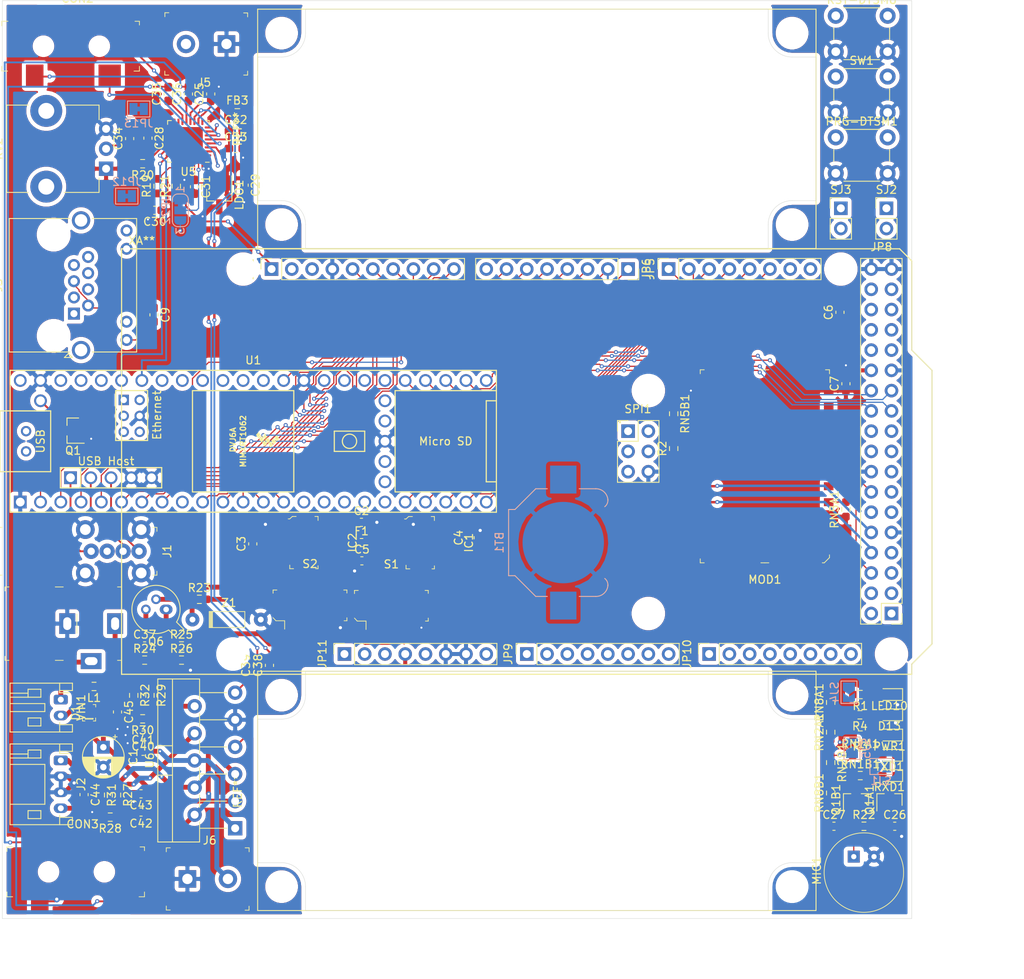
<source format=kicad_pcb>
(kicad_pcb (version 20171130) (host pcbnew "(5.1.12)-1")
  (layers (0 F.Cu signal hide) (31 B.Cu signal) (34 B.Paste user) (35 F.Paste user) (36 B.SilkS user) (37 F.SilkS user) (38 B.Mask user) (39 F.Mask user) (44 Edge.Cuts user))
  (net 0 "")
  (net 1 /D19-A5-SCL0)
  (net 2 /ON-OFF)
  (net 3 /D33-MCLK2-PWM)
  (net 4 /D34-TX8)
  (net 5 /D35-TX8)
  (net 6 /D36-CS-PWM)
  (net 7 /D37-CS-PWM)
  (net 8 /D38-A14-CS1-IN1)
  (net 9 /D39-A15-MISO1-OUT1A)
  (net 10 /D40-A16)
  (net 11 /D41-A17)
  (net 12 /D13-SCK-LED)
  (net 13 /D14-A0-TX3-SPDIF_OUT)
  (net 14 /D15-A1-RX3-SPDIF_IN)
  (net 15 /D16-A2-RX4-SCL1)
  (net 16 /D17-A3-TX4-SDA1)
  (net 17 /D18-A4-SDA0)
  (net 18 /D20-A6-TX5-LRCLK1)
  (net 19 /D21-A7-RX5-BCLK1)
  (net 20 /D22-A8-CTX1)
  (net 21 /D23-A9-CRX1-MCLK1)
  (net 22 /TEENSY_3V3)
  (net 23 /5V_FUSE)
  (net 24 GND)
  (net 25 "Net-(Q1-Pad3)")
  (net 26 /D8-TX2-IN1)
  (net 27 /D9-OUT1C)
  (net 28 /D10-CS-MQSR)
  (net 29 /D11-MOSI-CTX1)
  (net 30 /D12-MISO-MQSL)
  (net 31 /D7-RX2-OUT1A)
  (net 32 /D6-OUT1D)
  (net 33 /D5-IN2)
  (net 34 /D4-BCLK2)
  (net 35 /D3-LRCLK2)
  (net 36 /D2-OUT2)
  (net 37 /D1-TX1-MISO1-CTX2)
  (net 38 /D0-RX1-CS1-CRX2)
  (net 39 /D32-OUT1B)
  (net 40 /D31-CTX3)
  (net 41 /D30-CRX3)
  (net 42 /D29-TX7)
  (net 43 /D28-RX7)
  (net 44 /D25-A11-RX6-SDA2)
  (net 45 /D26-A12-MOSI1)
  (net 46 /D27-A13-SCK1)
  (net 47 /D24-A10-TX6-SCL2)
  (net 48 /3V3)
  (net 49 /PGM)
  (net 50 +3V3)
  (net 51 /ESP-EN)
  (net 52 /ESP-RX)
  (net 53 /ESP-TX)
  (net 54 /ESP-RST)
  (net 55 /VIN+)
  (net 56 /RX+)
  (net 57 /RX-)
  (net 58 /LED)
  (net 59 /INET_GND)
  (net 60 /TX-)
  (net 61 /TX+)
  (net 62 "Net-(C9-Pad1)")
  (net 63 /D+)
  (net 64 /D-)
  (net 65 /USB+5V)
  (net 66 /VBAT)
  (net 67 "Net-(J1-Pad2)")
  (net 68 "Net-(J3-Pad12)")
  (net 69 "Net-(J3-Pad11)")
  (net 70 "Net-(J3-Pad7)")
  (net 71 "Net-(JP1-Pad3)")
  (net 72 "Net-(JP6-Pad8)")
  (net 73 "Net-(JP6-Pad7)")
  (net 74 "Net-(JP8-Pad33)")
  (net 75 "Net-(JP8-Pad15)")
  (net 76 "Net-(JP8-Pad5)")
  (net 77 "Net-(JP10-Pad8)")
  (net 78 "Net-(JP10-Pad7)")
  (net 79 "Net-(JP11-Pad1)")
  (net 80 "Net-(U1-Pad66)")
  (net 81 "Net-(U1-Pad67)")
  (net 82 "Net-(U1-Pad51)")
  (net 83 "Net-(U1-Pad15)")
  (net 84 /VIN)
  (net 85 +5V)
  (net 86 "Net-(C27-Pad2)")
  (net 87 "Net-(C32-Pad1)")
  (net 88 "Net-(C35-Pad2)")
  (net 89 "Net-(C36-Pad2)")
  (net 90 "Net-(C37-Pad2)")
  (net 91 "Net-(C38-Pad1)")
  (net 92 "Net-(C39-Pad1)")
  (net 93 "Net-(C40-Pad1)")
  (net 94 "Net-(C44-Pad1)")
  (net 95 "Net-(C45-Pad1)")
  (net 96 "Net-(CON2-Pad2)")
  (net 97 "Net-(CON2-Pad1)")
  (net 98 "Net-(CON2-Pad3)")
  (net 99 "Net-(D1-PadA)")
  (net 100 "Net-(D13-Pad2)")
  (net 101 "Net-(J2-Pad4)")
  (net 102 "Net-(J2-Pad1)")
  (net 103 /SW-GND)
  (net 104 "Net-(JP22-Pad2)")
  (net 105 /STA_LED_RES)
  (net 106 /ESP-PROG)
  (net 107 "Net-(PWR1-Pad2)")
  (net 108 "Net-(Q6-Pad2)")
  (net 109 "Net-(Q6-Pad1)")
  (net 110 /RX1L)
  (net 111 /RX1-Q1B-GATE)
  (net 112 /TX1L)
  (net 113 /TX1-Q1A-GATE)
  (net 114 /STA_LED_TRC)
  (net 115 "Net-(R23-Pad2)")
  (net 116 "Net-(R25-Pad2)")
  (net 117 "Net-(R27-Pad2)")
  (net 118 "Net-(R29-Pad2)")
  (net 119 "Net-(RN1A1-Pad2)")
  (net 120 "Net-(RN1B1-Pad2)")
  (net 121 "Net-(RN2A1-Pad1)")
  (net 122 /ESP-GPIO2)
  (net 123 "Net-(RXD1-Pad1)")
  (net 124 "Net-(S2-Pad1)")
  (net 125 "Net-(SPI1-Pad5)")
  (net 126 "Net-(C25-Pad1)")
  (net 127 "Net-(C26-Pad1)")
  (net 128 "Net-(C27-Pad1)")
  (net 129 "Net-(C31-Pad1)")
  (net 130 "Net-(C35-Pad1)")
  (net 131 "Net-(C36-Pad1)")
  (net 132 "Net-(JP12-Pad2)")
  (net 133 "Net-(JP13-Pad2)")
  (net 134 "Net-(R20-Pad1)")
  (net 135 "Net-(U5-Pad33)")
  (net 136 "Net-(U5-Pad28)")
  (net 137 "Net-(U5-Pad22)")
  (net 138 "Net-(U5-Pad19)")
  (net 139 "Net-(U5-Pad18)")
  (net 140 "Net-(U5-Pad17)")
  (net 141 "Net-(U5-Pad9)")
  (net 142 "Net-(U5-Pad8)")
  (net 143 "Net-(MOD1-Pad14)")
  (net 144 "Net-(MOD1-Pad13)")
  (net 145 "Net-(MOD1-Pad10)")
  (net 146 "Net-(MOD1-Pad7)")
  (net 147 "Net-(MOD1-Pad6)")
  (net 148 "Net-(MOD1-Pad5)")
  (net 149 "Net-(MOD1-Pad4)")
  (net 150 "Net-(MOD1-Pad2)")
  (net 151 /AmpV2/LINEIN_L)
  (net 152 /AmpV2/LINEIN_R)
  (module Capacitor_SMD:C_0603_1608Metric_Pad1.08x0.95mm_HandSolder (layer F.Cu) (at 117.2475 138.43)
    (fp_text reference C27 (at 0 -1.43) (layer F.SilkS))
    (fp_text value 0.1uF)
    (pad 2 smd roundrect (at 0.8625 0) (size 1.075 0.95) (layers F.Cu F.Paste F.Mask) (net 86 "Net-(C27-Pad2)"))
    (pad 1 smd roundrect (at -0.8625 0) (size 1.075 0.95) (layers F.Cu F.Paste F.Mask) (net 128 "Net-(C27-Pad1)"))
  )
  (module Resistor_SMD:R_0603_1608Metric_Pad0.98x0.95mm_HandSolder (layer F.Cu) (at 34.798 58.1895 90)
    (fp_text reference R21 (at 0 -1.43 90) (layer F.SilkS))
    (fp_text value 2.2K)
    (pad 1 smd roundrect (at -0.9125 0 90) (size 0.975 0.95) (layers F.Cu F.Paste F.Mask) (net 50 +3V3))
    (pad 2 smd roundrect (at 0.9125 0 90) (size 0.975 0.95) (layers F.Cu F.Paste F.Mask) (net 1 /D19-A5-SCL0))
  )
  (module Capacitor_SMD:C_0603_1608Metric_Pad1.08x0.95mm_HandSolder (layer F.Cu) (at 32.1045 61.214 180)
    (fp_text reference C30 (at 0 -1.43) (layer F.SilkS))
    (fp_text value 0.1uF)
    (pad 1 smd roundrect (at -0.8625 0 180) (size 1.075 0.95) (layers F.Cu F.Paste F.Mask) (net 50 +3V3))
    (pad 2 smd roundrect (at 0.8625 0 180) (size 1.075 0.95) (layers F.Cu F.Paste F.Mask) (net 24 GND))
  )
  (module Resistor_SMD:R_0603_1608Metric_Pad0.98x0.95mm_HandSolder (layer F.Cu) (at 30.8375 117.602)
    (fp_text reference R24 (at 0 -1.43) (layer F.SilkS))
    (fp_text value R_Small)
    (pad 2 smd roundrect (at 0.9125 0) (size 0.975 0.95) (layers F.Cu F.Paste F.Mask) (net 90 "Net-(C37-Pad2)"))
    (pad 1 smd roundrect (at -0.9125 0) (size 0.975 0.95) (layers F.Cu F.Paste F.Mask) (net 84 /VIN))
  )
  (module Capacitor_SMD:C_0603_1608Metric_Pad1.08x0.95mm_HandSolder (layer F.Cu) (at 44.3865 103.034 90)
    (fp_text reference C3 (at 0 -1.43 90) (layer F.SilkS))
    (fp_text value 10uf)
    (pad 2 smd roundrect (at 0.8625 0 90) (size 1.075 0.95) (layers F.Cu F.Paste F.Mask) (net 24 GND))
    (pad 1 smd roundrect (at -0.8625 0 90) (size 1.075 0.95) (layers F.Cu F.Paste F.Mask) (net 84 /VIN))
  )
  (module Capacitor_SMD:C_0603_1608Metric_Pad1.08x0.95mm_HandSolder (layer F.Cu) (at 28.956 52.2235 90)
    (fp_text reference C34 (at 0 -1.43 90) (layer F.SilkS))
    (fp_text value 0.1uF)
    (pad 2 smd roundrect (at 0.8625 0 90) (size 1.075 0.95) (layers F.Cu F.Paste F.Mask) (net 24 GND))
    (pad 1 smd roundrect (at -0.8625 0 90) (size 1.075 0.95) (layers F.Cu F.Paste F.Mask) (net 14 /D15-A1-RX3-SPDIF_IN))
  )
  (module digikey-footprints:WIFI_Module_ESP8266_2491 (layer F.Cu) (at 108.585 90.805 180)
    (fp_text reference MOD1 (at 0 -16.7) (layer F.SilkS))
    (fp_text value 2491)
    (pad 16 smd rect (at 8 -7 180) (size 1.2 1) (layers F.Cu F.Paste F.Mask) (net 53 /ESP-TX))
    (pad 15 smd rect (at 8 -5 180) (size 1.2 1) (layers F.Cu F.Paste F.Mask) (net 52 /ESP-RX))
    (pad 14 smd rect (at 8 -3 180) (size 1.2 1) (layers F.Cu F.Paste F.Mask) (net 143 "Net-(MOD1-Pad14)"))
    (pad 13 smd rect (at 8 -1 180) (size 1.2 1) (layers F.Cu F.Paste F.Mask) (net 144 "Net-(MOD1-Pad13)"))
    (pad 12 smd rect (at 8 1 180) (size 1.2 1) (layers F.Cu F.Paste F.Mask) (net 106 /ESP-PROG))
    (pad 11 smd rect (at 8 3 180) (size 1.2 1) (layers F.Cu F.Paste F.Mask) (net 122 /ESP-GPIO2))
    (pad 10 smd rect (at 8 5 180) (size 1.2 1) (layers F.Cu F.Paste F.Mask) (net 145 "Net-(MOD1-Pad10)"))
    (pad 9 smd rect (at 8 7 180) (size 1.2 1) (layers F.Cu F.Paste F.Mask) (net 24 GND))
    (pad 8 smd rect (at -8 7 180) (size 1.2 1) (layers F.Cu F.Paste F.Mask) (net 50 +3V3))
    (pad 7 smd rect (at -8 5 180) (size 1.2 1) (layers F.Cu F.Paste F.Mask) (net 146 "Net-(MOD1-Pad7)"))
    (pad 6 smd rect (at -8 3 180) (size 1.2 1) (layers F.Cu F.Paste F.Mask) (net 147 "Net-(MOD1-Pad6)"))
    (pad 5 smd rect (at -8 1 180) (size 1.2 1) (layers F.Cu F.Paste F.Mask) (net 148 "Net-(MOD1-Pad5)"))
    (pad 4 smd rect (at -8 -1 180) (size 1.2 1) (layers F.Cu F.Paste F.Mask) (net 149 "Net-(MOD1-Pad4)"))
    (pad 3 smd rect (at -8 -3 180) (size 1.2 1) (layers F.Cu F.Paste F.Mask) (net 51 /ESP-EN))
    (pad 2 smd rect (at -8 -5 180) (size 1.2 1) (layers F.Cu F.Paste F.Mask) (net 150 "Net-(MOD1-Pad2)"))
    (pad 1 smd rect (at -8 -7 180) (size 1.2 1) (layers F.Cu F.Paste F.Mask) (net 54 /ESP-RST))
  )
  (module Resistor_SMD:R_0603_1608Metric_Pad0.98x0.95mm_HandSolder (layer F.Cu) (at 118.745 98.7025 90)
    (fp_text reference RN5A1 (at 0 -1.43 90) (layer F.SilkS))
    (fp_text value 10K)
    (pad 2 smd roundrect (at 0.9125 0 90) (size 0.975 0.95) (layers F.Cu F.Paste F.Mask) (net 54 /ESP-RST))
    (pad 1 smd roundrect (at -0.9125 0 90) (size 0.975 0.95) (layers F.Cu F.Paste F.Mask) (net 50 +3V3))
  )
  (module Resistor_SMD:R_0603_1608Metric_Pad0.98x0.95mm_HandSolder (layer F.Cu) (at 97.155 86.7175 270)
    (fp_text reference RN5B1 (at 0 -1.43 90) (layer F.SilkS))
    (fp_text value 10K)
    (pad 2 smd roundrect (at 0.9125 0 270) (size 0.975 0.95) (layers F.Cu F.Paste F.Mask) (net 122 /ESP-GPIO2))
    (pad 1 smd roundrect (at -0.9125 0 270) (size 0.975 0.95) (layers F.Cu F.Paste F.Mask) (net 50 +3V3))
  )
  (module digikey-footprints:DO-35 (layer F.Cu) (at 36.83 112.522)
    (fp_text reference Z1 (at 4.55 -2.1) (layer F.SilkS))
    (fp_text value 1N5231BTR)
    (pad A thru_hole circle (at 8.56 0) (size 1.733 1.733) (drill 0.733) (layers *.Cu *.Mask) (net 24 GND))
    (pad K thru_hole circle (at 0 0) (size 1.733 1.733) (drill 0.733) (layers *.Cu *.Mask) (net 108 "Net-(Q6-Pad2)"))
  )
  (module Resistor_SMD:R_0603_1608Metric_Pad0.98x0.95mm_HandSolder (layer F.Cu) (at 25.273 134.5165 270)
    (fp_text reference R31 (at 0 -1.43 90) (layer F.SilkS))
    (fp_text value R_Small)
    (pad 2 smd roundrect (at 0.9125 0 270) (size 0.975 0.95) (layers F.Cu F.Paste F.Mask) (net 94 "Net-(C44-Pad1)"))
    (pad 1 smd roundrect (at -0.9125 0 270) (size 0.975 0.95) (layers F.Cu F.Paste F.Mask) (net 102 "Net-(J2-Pad1)"))
  )
  (module Capacitor_SMD:C_0603_1608Metric_Pad1.08x0.95mm_HandSolder (layer F.Cu) (at 30.6335 127 180)
    (fp_text reference C40 (at 0 -1.43) (layer F.SilkS))
    (fp_text value C_Small)
    (pad 2 smd roundrect (at 0.8625 0 180) (size 1.075 0.95) (layers F.Cu F.Paste F.Mask) (net 24 GND))
    (pad 1 smd roundrect (at -0.8625 0 180) (size 1.075 0.95) (layers F.Cu F.Paste F.Mask) (net 93 "Net-(C40-Pad1)"))
  )
  (module Resistor_SMD:R_0603_1608Metric_Pad0.98x0.95mm_HandSolder (layer F.Cu) (at 35.4565 115.824)
    (fp_text reference R25 (at 0 -1.43) (layer F.SilkS))
    (fp_text value R_Small)
    (pad 2 smd roundrect (at 0.9125 0) (size 0.975 0.95) (layers F.Cu F.Paste F.Mask) (net 116 "Net-(R25-Pad2)"))
    (pad 1 smd roundrect (at -0.9125 0) (size 0.975 0.95) (layers F.Cu F.Paste F.Mask) (net 109 "Net-(Q6-Pad1)"))
  )
  (module Resistor_SMD:R_0603_1608Metric_Pad0.98x0.95mm_HandSolder (layer F.Cu) (at 35.4565 117.602)
    (fp_text reference R26 (at 0 -1.43) (layer F.SilkS))
    (fp_text value R_Small)
    (pad 2 smd roundrect (at 0.9125 0) (size 0.975 0.95) (layers F.Cu F.Paste F.Mask) (net 24 GND))
    (pad 1 smd roundrect (at -0.9125 0) (size 0.975 0.95) (layers F.Cu F.Paste F.Mask) (net 109 "Net-(Q6-Pad1)"))
  )
  (module Package_TO_SOT_THT:TO-18-3 (layer F.Cu) (at 33.528 111.252 180)
    (fp_text reference Q6 (at 1.27 -4.02) (layer F.SilkS))
    (fp_text value BC107)
    (pad 3 thru_hole oval (at 2.54 0 180) (size 1.2 1.2) (drill 0.7) (layers *.Cu *.Mask) (net 90 "Net-(C37-Pad2)"))
    (pad 2 thru_hole oval (at 1.27 1.27 180) (size 1.2 1.2) (drill 0.7) (layers *.Cu *.Mask) (net 108 "Net-(Q6-Pad2)"))
    (pad 1 thru_hole oval (at 0 0 180) (size 1.6 1.2) (drill 0.7) (layers *.Cu *.Mask) (net 109 "Net-(Q6-Pad1)"))
  )
  (module digikey-footprints:Switch_Slide_JS202011SCQN (layer F.Cu) (at 51.562 110.744)
    (fp_text reference S2 (at 0 -5.2) (layer F.SilkS))
    (fp_text value EG1218)
    (pad 6 smd rect (at 2.5 -2.75) (size 1.2 2.5) (layers F.Cu F.Paste F.Mask))
    (pad 5 smd rect (at 0 -2.75) (size 1.2 2.5) (layers F.Cu F.Paste F.Mask))
    (pad 4 smd rect (at -2.5 -2.75) (size 1.2 2.5) (layers F.Cu F.Paste F.Mask))
    (pad 1 smd rect (at -2.5 2.75) (size 1.2 2.5) (layers F.Cu F.Paste F.Mask) (net 124 "Net-(S2-Pad1)"))
    (pad 2 smd rect (at 0 2.75) (size 1.2 2.5) (layers F.Cu F.Paste F.Mask) (net 116 "Net-(R25-Pad2)"))
    (pad 3 smd rect (at 2.5 2.75) (size 1.2 2.5) (layers F.Cu F.Paste F.Mask) (net 24 GND))
  )
  (module digikey-footprints:Switch_Slide_JS202011SCQN (layer F.Cu) (at 61.762 110.788)
    (fp_text reference S1 (at 0 -5.2) (layer F.SilkS))
    (fp_text value EG1218)
    (pad 6 smd rect (at 2.5 -2.75) (size 1.2 2.5) (layers F.Cu F.Paste F.Mask))
    (pad 5 smd rect (at 0 -2.75) (size 1.2 2.5) (layers F.Cu F.Paste F.Mask))
    (pad 4 smd rect (at -2.5 -2.75) (size 1.2 2.5) (layers F.Cu F.Paste F.Mask))
    (pad 1 smd rect (at -2.5 2.75) (size 1.2 2.5) (layers F.Cu F.Paste F.Mask) (net 84 /VIN))
    (pad 2 smd rect (at 0 2.75) (size 1.2 2.5) (layers F.Cu F.Paste F.Mask) (net 115 "Net-(R23-Pad2)"))
    (pad 3 smd rect (at 2.5 2.75) (size 1.2 2.5) (layers F.Cu F.Paste F.Mask) (net 24 GND))
  )
  (module Battery:BatteryHolder_Keystone_3000_1x12mm (layer B.Cu) (at 83.312 102.87 270)
    (fp_text reference BT1 (at 0 8 90) (layer B.SilkS) (effects (justify mirror)))
    (fp_text value CR1220)
    (pad 2 smd circle (at 0 0 270) (size 10.2 10.2) (layers B.Cu B.Mask) (net 24 GND))
    (pad 1 smd rect (at 7.9 0 270) (size 3.5 3.3) (layers B.Cu B.Paste B.Mask) (net 66 /VBAT))
    (pad 1 smd rect (at -7.9 0 270) (size 3.5 3.3) (layers B.Cu B.Paste B.Mask) (net 66 /VBAT))
  )
  (module digikey-footprints:SOD-323 (layer F.Cu) (at 23.876 124.206 90)
    (fp_text reference D1 (at 0 -1.68 90) (layer F.SilkS))
    (fp_text value B5818LWS-TP)
    (pad K smd rect (at -1.645 0 90) (size 0.59 0.45) (layers F.Cu F.Paste F.Mask) (net 84 /VIN))
    (pad A smd rect (at 1.645 0 90) (size 0.59 0.45) (layers F.Cu F.Paste F.Mask) (net 99 "Net-(D1-PadA)"))
  )
  (module Package_TO_SOT_SMD:SOT-23 (layer F.Cu) (at 21.86 88.834 180)
    (fp_text reference Q1 (at 0 -2.5) (layer F.SilkS))
    (fp_text value FDN340P)
    (pad 3 smd rect (at 1 0 180) (size 0.9 0.8) (layers F.Cu F.Paste F.Mask) (net 25 "Net-(Q1-Pad3)"))
    (pad 2 smd rect (at -1 0.95 180) (size 0.9 0.8) (layers F.Cu F.Paste F.Mask) (net 85 +5V))
    (pad 1 smd rect (at -1 -0.95 180) (size 0.9 0.8) (layers F.Cu F.Paste F.Mask) (net 24 GND))
  )
  (module "CustomFootprints:AIYIMA 3070 Speaker" (layer F.Cu) (at 42 51 90)
    (fp_text reference REF** (at 0 0.5 90) (layer F.SilkS))
    (fp_text value "AIYIMA 3070 Speaker")
    (pad "" np_thru_hole circle (at -12 6 90) (size 3.1 3.1) (drill 3.1) (layers *.Cu *.Mask))
    (pad "" np_thru_hole circle (at 12 70 90) (size 3.1 3.1) (drill 3.1) (layers *.Cu *.Mask))
    (pad "" np_thru_hole circle (at -12 70 90) (size 3.1 3.1) (drill 3.1) (layers *.Cu *.Mask))
    (pad "" np_thru_hole circle (at 12 6 90) (size 3.1 3.1) (drill 3.1) (layers *.Cu *.Mask))
  )
  (module "CustomFootprints:AIYIMA 3070 Speaker" (layer F.Cu) (at 42 134 90)
    (fp_text reference REF** (at 0 0.5 90) (layer F.SilkS))
    (fp_text value "AIYIMA 3070 Speaker")
    (pad "" np_thru_hole circle (at 12 6 90) (size 3.1 3.1) (drill 3.1) (layers *.Cu *.Mask))
    (pad "" np_thru_hole circle (at -12 70 90) (size 3.1 3.1) (drill 3.1) (layers *.Cu *.Mask))
    (pad "" np_thru_hole circle (at 12 70 90) (size 3.1 3.1) (drill 3.1) (layers *.Cu *.Mask))
    (pad "" np_thru_hole circle (at -12 6 90) (size 3.1 3.1) (drill 3.1) (layers *.Cu *.Mask))
  )
  (module Resistor_SMD:R_0603_1608Metric_Pad0.98x0.95mm_HandSolder (layer F.Cu) (at 97.155 91.0825 90)
    (fp_text reference R2 (at 0 -1.43 90) (layer F.SilkS))
    (fp_text value 10K)
    (pad 2 smd roundrect (at 0.9125 0 90) (size 0.975 0.95) (layers F.Cu F.Paste F.Mask) (net 106 /ESP-PROG))
    (pad 1 smd roundrect (at -0.9125 0 90) (size 0.975 0.95) (layers F.Cu F.Paste F.Mask) (net 50 +3V3))
  )
  (module Button_Switch_THT:SW_PUSH_6mm (layer F.Cu) (at 117.475 52.07)
    (fp_text reference PRG-DTSM1 (at 3.25 -2) (layer F.SilkS))
    (fp_text value ESP-PRG)
    (pad 1 thru_hole circle (at 6.5 0 90) (size 2 2) (drill 1.1) (layers *.Cu *.Mask) (net 106 /ESP-PROG))
    (pad 2 thru_hole circle (at 6.5 4.5 90) (size 2 2) (drill 1.1) (layers *.Cu *.Mask) (net 24 GND))
    (pad 1 thru_hole circle (at 0 0 90) (size 2 2) (drill 1.1) (layers *.Cu *.Mask) (net 106 /ESP-PROG))
    (pad 2 thru_hole circle (at 0 4.5 90) (size 2 2) (drill 1.1) (layers *.Cu *.Mask) (net 24 GND))
  )
  (module Capacitor_SMD:C_0603_1608Metric_Pad1.08x0.95mm_HandSolder (layer F.Cu) (at 118.745 82.9575 90)
    (fp_text reference C7 (at 0 -1.43 90) (layer F.SilkS))
    (fp_text value 22uf)
    (pad 2 smd roundrect (at 0.8625 0 90) (size 1.075 0.95) (layers F.Cu F.Paste F.Mask) (net 24 GND))
    (pad 1 smd roundrect (at -0.8625 0 90) (size 1.075 0.95) (layers F.Cu F.Paste F.Mask) (net 50 +3V3))
  )
  (module CustomFootprints:Arduino_Due_Shield (layer F.Cu) (at 27.94 119.38)
    (fp_text reference XA** (at 2.54 -54.356) (layer F.SilkS))
    (fp_text value Arduino_Due_Shield)
    (fp_text user . (at 62.484 -32.004) (layer F.SilkS))
    (pad "" np_thru_hole circle (at 66.04 -7.62) (size 3.2 3.2) (drill 3.2) (layers *.Cu *.Mask))
    (pad "" np_thru_hole circle (at 66.04 -35.56) (size 3.2 3.2) (drill 3.2) (layers *.Cu *.Mask))
    (pad "" np_thru_hole circle (at 90.17 -50.8) (size 3.2 3.2) (drill 3.2) (layers *.Cu *.Mask))
    (pad "" np_thru_hole circle (at 15.24 -50.8) (size 3.2 3.2) (drill 3.2) (layers *.Cu *.Mask))
    (pad "" np_thru_hole circle (at 96.52 -2.54) (size 3.2 3.2) (drill 3.2) (layers *.Cu *.Mask))
    (pad "" np_thru_hole circle (at 13.97 -2.54) (size 3.2 3.2) (drill 3.2) (layers *.Cu *.Mask))
  )
  (module "CustomFootprints:PinSocket_2x03_P2.54mm_Vertical(Flipped)" (layer F.Cu) (at 93.94 88.9)
    (fp_text reference SPI1 (at -1.27 -2.77 180) (layer F.SilkS))
    (fp_text value Conn_02x03_Odd_Even)
    (pad 6 thru_hole oval (at 0.04 5.08) (size 1.7 1.7) (drill 1) (layers *.Cu *.Mask) (net 24 GND))
    (pad 5 thru_hole oval (at -2.5 5.08) (size 1.7 1.7) (drill 1) (layers *.Cu *.Mask) (net 125 "Net-(SPI1-Pad5)"))
    (pad 4 thru_hole oval (at 0.04 2.54) (size 1.7 1.7) (drill 1) (layers *.Cu *.Mask) (net 29 /D11-MOSI-CTX1))
    (pad 3 thru_hole oval (at -2.5 2.54) (size 1.7 1.7) (drill 1) (layers *.Cu *.Mask) (net 12 /D13-SCK-LED))
    (pad 2 thru_hole oval (at 0.04 0) (size 1.7 1.7) (drill 1) (layers *.Cu *.Mask) (net 48 /3V3))
    (pad 1 thru_hole rect (at -2.5 0) (size 1.7 1.7) (drill 1) (layers *.Cu *.Mask) (net 30 /D12-MISO-MQSL))
  )
  (module digikey-footprints:Term_Block_1x2_P5.08MM (layer F.Cu) (at 36.195 145.034)
    (fp_text reference J6 (at 2.794 -4.826) (layer F.SilkS))
    (fp_text value "OSTTC022162 (L)")
    (pad 2 thru_hole circle (at 5.08 0) (size 2.3 2.3) (drill 1.3) (layers *.Cu *.Mask) (net 102 "Net-(J2-Pad1)"))
    (pad 1 thru_hole rect (at 0 0) (size 2.2 2.2) (drill 1.3) (layers *.Cu *.Mask) (net 24 GND))
  )
  (module Package_DFN_QFN:QFN-32-1EP_5x5mm_P0.5mm_EP3.6x3.6mm (layer F.Cu) (at 36.322 52.578 180)
    (fp_text reference U5 (at 0 -3.8) (layer F.SilkS))
    (fp_text value SGTL5000XNAA3)
    (pad 33 smd rect (at 0 0 180) (size 3.6 3.6) (layers F.Cu F.Mask) (net 135 "Net-(U5-Pad33)"))
    (pad 32 smd roundrect (at -1.75 -2.45 180) (size 0.25 0.8) (layers F.Cu F.Paste F.Mask) (net 24 GND))
    (pad 31 smd roundrect (at -1.25 -2.45 180) (size 0.25 0.8) (layers F.Cu F.Paste F.Mask) (net 104 "Net-(JP22-Pad2)"))
    (pad 30 smd roundrect (at -0.75 -2.45 180) (size 0.25 0.8) (layers F.Cu F.Paste F.Mask) (net 129 "Net-(C31-Pad1)"))
    (pad 29 smd roundrect (at -0.25 -2.45 180) (size 0.25 0.8) (layers F.Cu F.Paste F.Mask) (net 1 /D19-A5-SCL0))
    (pad 28 smd roundrect (at 0.25 -2.45 180) (size 0.25 0.8) (layers F.Cu F.Paste F.Mask) (net 136 "Net-(U5-Pad28)"))
    (pad 27 smd roundrect (at 0.75 -2.45 180) (size 0.25 0.8) (layers F.Cu F.Paste F.Mask) (net 17 /D18-A4-SDA0))
    (pad 26 smd roundrect (at 1.25 -2.45 180) (size 0.25 0.8) (layers F.Cu F.Paste F.Mask) (net 132 "Net-(JP12-Pad2)"))
    (pad 25 smd roundrect (at 1.75 -2.45 180) (size 0.25 0.8) (layers F.Cu F.Paste F.Mask) (net 133 "Net-(JP13-Pad2)"))
    (pad 24 smd roundrect (at 2.45 -1.75 180) (size 0.8 0.25) (layers F.Cu F.Paste F.Mask) (net 19 /D21-A7-RX5-BCLK1))
    (pad 23 smd roundrect (at 2.45 -1.25 180) (size 0.8 0.25) (layers F.Cu F.Paste F.Mask) (net 18 /D20-A6-TX5-LRCLK1))
    (pad 22 smd roundrect (at 2.45 -0.75 180) (size 0.8 0.25) (layers F.Cu F.Paste F.Mask) (net 137 "Net-(U5-Pad22)"))
    (pad 21 smd roundrect (at 2.45 -0.25 180) (size 0.8 0.25) (layers F.Cu F.Paste F.Mask) (net 134 "Net-(R20-Pad1)"))
    (pad 20 smd roundrect (at 2.45 0.25 180) (size 0.8 0.25) (layers F.Cu F.Paste F.Mask) (net 50 +3V3))
    (pad 19 smd roundrect (at 2.45 0.75 180) (size 0.8 0.25) (layers F.Cu F.Paste F.Mask) (net 138 "Net-(U5-Pad19)"))
    (pad 18 smd roundrect (at 2.45 1.25 180) (size 0.8 0.25) (layers F.Cu F.Paste F.Mask) (net 139 "Net-(U5-Pad18)"))
    (pad 17 smd roundrect (at 2.45 1.75 180) (size 0.8 0.25) (layers F.Cu F.Paste F.Mask) (net 140 "Net-(U5-Pad17)"))
    (pad 16 smd roundrect (at 1.75 2.45 180) (size 0.25 0.8) (layers F.Cu F.Paste F.Mask) (net 127 "Net-(C26-Pad1)"))
    (pad 15 smd roundrect (at 1.25 2.45 180) (size 0.25 0.8) (layers F.Cu F.Paste F.Mask) (net 128 "Net-(C27-Pad1)"))
    (pad 14 smd roundrect (at 0.75 2.45 180) (size 0.25 0.8) (layers F.Cu F.Paste F.Mask) (net 130 "Net-(C35-Pad1)"))
    (pad 13 smd roundrect (at 0.25 2.45 180) (size 0.25 0.8) (layers F.Cu F.Paste F.Mask) (net 131 "Net-(C36-Pad1)"))
    (pad 12 smd roundrect (at -0.25 2.45 180) (size 0.25 0.8) (layers F.Cu F.Paste F.Mask) (net 151 /AmpV2/LINEIN_L))
    (pad 11 smd roundrect (at -0.75 2.45 180) (size 0.25 0.8) (layers F.Cu F.Paste F.Mask) (net 152 /AmpV2/LINEIN_R))
    (pad 10 smd roundrect (at -1.25 2.45 180) (size 0.25 0.8) (layers F.Cu F.Paste F.Mask) (net 126 "Net-(C25-Pad1)"))
    (pad 9 smd roundrect (at -1.75 2.45 180) (size 0.25 0.8) (layers F.Cu F.Paste F.Mask) (net 141 "Net-(U5-Pad9)"))
    (pad 8 smd roundrect (at -2.45 1.75 180) (size 0.8 0.25) (layers F.Cu F.Paste F.Mask) (net 142 "Net-(U5-Pad8)"))
    (pad 7 smd roundrect (at -2.45 1.25 180) (size 0.8 0.25) (layers F.Cu F.Paste F.Mask) (net 24 GND))
    (pad 6 smd roundrect (at -2.45 0.75 180) (size 0.8 0.25) (layers F.Cu F.Paste F.Mask) (net 98 "Net-(CON2-Pad3)"))
    (pad 5 smd roundrect (at -2.45 0.25 180) (size 0.8 0.25) (layers F.Cu F.Paste F.Mask) (net 87 "Net-(C32-Pad1)"))
    (pad 4 smd roundrect (at -2.45 -0.25 180) (size 0.8 0.25) (layers F.Cu F.Paste F.Mask) (net 97 "Net-(CON2-Pad1)"))
    (pad 3 smd roundrect (at -2.45 -0.75 180) (size 0.8 0.25) (layers F.Cu F.Paste F.Mask) (net 24 GND))
    (pad 2 smd roundrect (at -2.45 -1.25 180) (size 0.8 0.25) (layers F.Cu F.Paste F.Mask) (net 96 "Net-(CON2-Pad2)"))
    (pad 1 smd roundrect (at -2.45 -1.75 180) (size 0.8 0.25) (layers F.Cu F.Paste F.Mask) (net 24 GND))
  )
  (module Resistor_SMD:R_0603_1608Metric_Pad0.98x0.95mm_HandSolder (layer F.Cu) (at 121.0075 138.43)
    (fp_text reference R22 (at 0 -1.43) (layer F.SilkS))
    (fp_text value 2.2K)
    (pad 2 smd roundrect (at 0.9125 0) (size 0.975 0.95) (layers F.Cu F.Paste F.Mask) (net 127 "Net-(C26-Pad1)"))
    (pad 1 smd roundrect (at -0.9125 0) (size 0.975 0.95) (layers F.Cu F.Paste F.Mask) (net 86 "Net-(C27-Pad2)"))
  )
  (module Resistor_SMD:R_0603_1608Metric_Pad0.98x0.95mm_HandSolder (layer F.Cu) (at 30.5835 55.372 180)
    (fp_text reference R20 (at 0 -1.43) (layer F.SilkS))
    (fp_text value 100)
    (pad 1 smd roundrect (at -0.9125 0 180) (size 0.975 0.95) (layers F.Cu F.Paste F.Mask) (net 134 "Net-(R20-Pad1)"))
    (pad 2 smd roundrect (at 0.9125 0 180) (size 0.975 0.95) (layers F.Cu F.Paste F.Mask) (net 21 /D23-A9-CRX1-MCLK1))
  )
  (module Resistor_SMD:R_0603_1608Metric_Pad0.98x0.95mm_HandSolder (layer F.Cu) (at 32.512 58.1895 90)
    (fp_text reference R19 (at 0 -1.43 90) (layer F.SilkS))
    (fp_text value 2.2K)
    (pad 1 smd roundrect (at -0.9125 0 90) (size 0.975 0.95) (layers F.Cu F.Paste F.Mask) (net 50 +3V3))
    (pad 2 smd roundrect (at 0.9125 0 90) (size 0.975 0.95) (layers F.Cu F.Paste F.Mask) (net 17 /D18-A4-SDA0))
  )
  (module Package_TO_SOT_SMD:SOT-23_Handsoldering (layer F.Cu) (at 40.193 59.285 270)
    (fp_text reference LDO1 (at 0 -2.5 90) (layer F.SilkS))
    (fp_text value AP7313)
    (pad 1 smd rect (at -1.5 -0.95 270) (size 1.9 0.8) (layers F.Cu F.Paste F.Mask) (net 50 +3V3))
    (pad 2 smd rect (at -1.5 0.95 270) (size 1.9 0.8) (layers F.Cu F.Paste F.Mask) (net 129 "Net-(C31-Pad1)"))
    (pad 3 smd rect (at 1.5 0 270) (size 1.9 0.8) (layers F.Cu F.Paste F.Mask) (net 24 GND))
  )
  (module Jumper:SolderJumper-2_P1.3mm_Bridged_Pad1.0x1.5mm (layer B.Cu) (at 30.084 48.514)
    (fp_text reference JP13 (at 0 1.8 -180) (layer B.SilkS) (effects (justify mirror)))
    (fp_text value SolderJumper_2_Bridged)
    (fp_poly (pts (xy -0.25 0.3) (xy 0.25 0.3) (xy 0.25 -0.3) (xy -0.25 -0.3)) (layer B.Cu) (width 0))
    (pad 2 smd rect (at 0.65 0) (size 1 1.5) (layers B.Cu B.Mask) (net 133 "Net-(JP13-Pad2)"))
    (pad 1 smd rect (at -0.65 0) (size 1 1.5) (layers B.Cu B.Mask) (net 26 /D8-TX2-IN1))
  )
  (module Jumper:SolderJumper-2_P1.3mm_Bridged_Pad1.0x1.5mm (layer B.Cu) (at 28.59 59.436 180)
    (fp_text reference JP12 (at 0 1.8) (layer B.SilkS) (effects (justify mirror)))
    (fp_text value SolderJumper_2_Bridged)
    (fp_poly (pts (xy -0.25 0.3) (xy 0.25 0.3) (xy 0.25 -0.3) (xy -0.25 -0.3)) (layer B.Cu) (width 0))
    (pad 2 smd rect (at 0.65 0 180) (size 1 1.5) (layers B.Cu B.Mask) (net 132 "Net-(JP12-Pad2)"))
    (pad 1 smd rect (at -0.65 0 180) (size 1 1.5) (layers B.Cu B.Mask) (net 31 /D7-RX2-OUT1A))
  )
  (module Capacitor_SMD:C_0603_1608Metric_Pad1.08x0.95mm_HandSolder (layer F.Cu) (at 36.322 46.6355 90)
    (fp_text reference C36 (at 0 -1.43 90) (layer F.SilkS))
    (fp_text value 2.2uF)
    (pad 1 smd roundrect (at -0.8625 0 90) (size 1.075 0.95) (layers F.Cu F.Paste F.Mask) (net 131 "Net-(C36-Pad1)"))
    (pad 2 smd roundrect (at 0.8625 0 90) (size 1.075 0.95) (layers F.Cu F.Paste F.Mask) (net 89 "Net-(C36-Pad2)"))
  )
  (module Capacitor_SMD:C_0603_1608Metric_Pad1.08x0.95mm_HandSolder (layer F.Cu) (at 33.782 46.6355 90)
    (fp_text reference C35 (at 0 -1.43 90) (layer F.SilkS))
    (fp_text value 2.2uF)
    (pad 1 smd roundrect (at -0.8625 0 90) (size 1.075 0.95) (layers F.Cu F.Paste F.Mask) (net 130 "Net-(C35-Pad1)"))
    (pad 2 smd roundrect (at 0.8625 0 90) (size 1.075 0.95) (layers F.Cu F.Paste F.Mask) (net 88 "Net-(C35-Pad2)"))
  )
  (module Capacitor_SMD:C_0603_1608Metric_Pad1.08x0.95mm_HandSolder (layer F.Cu) (at 42.2645 53.467)
    (fp_text reference C33 (at 0 -1.43) (layer F.SilkS))
    (fp_text value 0.1uF)
    (pad 1 smd roundrect (at -0.8625 0) (size 1.075 0.95) (layers F.Cu F.Paste F.Mask) (net 87 "Net-(C32-Pad1)"))
    (pad 2 smd roundrect (at 0.8625 0) (size 1.075 0.95) (layers F.Cu F.Paste F.Mask) (net 24 GND))
  )
  (module Capacitor_SMD:C_0603_1608Metric_Pad1.08x0.95mm_HandSolder (layer F.Cu) (at 42.2645 51.308)
    (fp_text reference C32 (at 0 -1.43) (layer F.SilkS))
    (fp_text value 2.2uF)
    (pad 1 smd roundrect (at -0.8625 0) (size 1.075 0.95) (layers F.Cu F.Paste F.Mask) (net 87 "Net-(C32-Pad1)"))
    (pad 2 smd roundrect (at 0.8625 0) (size 1.075 0.95) (layers F.Cu F.Paste F.Mask) (net 24 GND))
  )
  (module Capacitor_SMD:C_0603_1608Metric_Pad1.08x0.95mm_HandSolder (layer F.Cu) (at 37.084 58.2665 270)
    (fp_text reference C31 (at 0 -1.43 90) (layer F.SilkS))
    (fp_text value 2.2uF)
    (pad 1 smd roundrect (at -0.8625 0 270) (size 1.075 0.95) (layers F.Cu F.Paste F.Mask) (net 129 "Net-(C31-Pad1)"))
    (pad 2 smd roundrect (at 0.8625 0 270) (size 1.075 0.95) (layers F.Cu F.Paste F.Mask) (net 24 GND))
  )
  (module Capacitor_SMD:C_0603_1608Metric_Pad1.08x0.95mm_HandSolder (layer F.Cu) (at 43.307 58.0655 270)
    (fp_text reference C29 (at 0 -1.43 90) (layer F.SilkS))
    (fp_text value 0.1uF)
    (pad 1 smd roundrect (at -0.8625 0 270) (size 1.075 0.95) (layers F.Cu F.Paste F.Mask) (net 50 +3V3))
    (pad 2 smd roundrect (at 0.8625 0 270) (size 1.075 0.95) (layers F.Cu F.Paste F.Mask) (net 24 GND))
  )
  (module Capacitor_SMD:C_0603_1608Metric_Pad1.08x0.95mm_HandSolder (layer F.Cu) (at 31.242 52.1705 270)
    (fp_text reference C28 (at 0 -1.43 90) (layer F.SilkS))
    (fp_text value 2.2uF)
    (pad 1 smd roundrect (at -0.8625 0 270) (size 1.075 0.95) (layers F.Cu F.Paste F.Mask) (net 50 +3V3))
    (pad 2 smd roundrect (at 0.8625 0 270) (size 1.075 0.95) (layers F.Cu F.Paste F.Mask) (net 24 GND))
  )
  (module Capacitor_SMD:C_0603_1608Metric_Pad1.08x0.95mm_HandSolder (layer F.Cu) (at 124.8675 138.43)
    (fp_text reference C26 (at 0 -1.43) (layer F.SilkS))
    (fp_text value 2.2uF)
    (pad 2 smd roundrect (at 0.8625 0) (size 1.075 0.95) (layers F.Cu F.Paste F.Mask) (net 24 GND))
    (pad 1 smd roundrect (at -0.8625 0) (size 1.075 0.95) (layers F.Cu F.Paste F.Mask) (net 127 "Net-(C26-Pad1)"))
  )
  (module Capacitor_SMD:C_0603_1608Metric_Pad1.08x0.95mm_HandSolder (layer F.Cu) (at 39.116 46.6355 90)
    (fp_text reference C25 (at 0 -1.43 90) (layer F.SilkS))
    (fp_text value 0.15uf)
    (pad 1 smd roundrect (at -0.8625 0 90) (size 1.075 0.95) (layers F.Cu F.Paste F.Mask) (net 126 "Net-(C25-Pad1)"))
    (pad 2 smd roundrect (at 0.8625 0 90) (size 1.075 0.95) (layers F.Cu F.Paste F.Mask) (net 24 GND))
  )
  (module Resistor_SMD:R_0603_1608Metric_Pad0.98x0.95mm_HandSolder (layer F.Cu) (at 27.305 134.5165 270)
    (fp_text reference R27 (at 0 -1.43 90) (layer F.SilkS))
    (fp_text value R_Small)
    (pad 2 smd roundrect (at 0.9125 0 270) (size 0.975 0.95) (layers F.Cu F.Paste F.Mask) (net 117 "Net-(R27-Pad2)"))
    (pad 1 smd roundrect (at -0.9125 0 270) (size 0.975 0.95) (layers F.Cu F.Paste F.Mask) (net 102 "Net-(J2-Pad1)"))
  )
  (module Resistor_SMD:R_0603_1608Metric_Pad0.98x0.95mm_HandSolder (layer F.Cu) (at 24.4875 120.904 180)
    (fp_text reference L1 (at 0 -1.43) (layer F.SilkS))
    (fp_text value MH2029-300Y)
    (pad 2 smd roundrect (at 0.9125 0 180) (size 0.975 0.95) (layers F.Cu F.Paste F.Mask) (net 99 "Net-(D1-PadA)"))
    (pad 1 smd roundrect (at -0.9125 0 180) (size 0.975 0.95) (layers F.Cu F.Paste F.Mask) (net 55 /VIN+))
  )
  (module Capacitor_THT:CP_Radial_D5.0mm_P2.50mm (layer F.Cu) (at 25.654 128.524 270)
    (fp_text reference C1 (at 1.25 -3.75 90) (layer F.SilkS))
    (fp_text value 47uf)
    (pad 2 thru_hole circle (at 2.5 0 270) (size 1.6 1.6) (drill 0.8) (layers *.Cu *.Mask) (net 24 GND))
    (pad 1 thru_hole rect (at 0 0 270) (size 1.6 1.6) (drill 0.8) (layers *.Cu *.Mask) (net 84 /VIN))
  )
  (module Connector_JST:JST_PH_S2B-PH-K_1x02_P2.00mm_Horizontal (layer F.Cu) (at 20.32 122.555 270)
    (fp_text reference VIN1 (at 1 -2.55 90) (layer F.SilkS))
    (fp_text value LHS-02-TRA)
    (pad 2 thru_hole oval (at 2 0 270) (size 1.2 1.75) (drill 0.75) (layers *.Cu *.Mask) (net 55 /VIN+))
    (pad 1 thru_hole roundrect (at 0 0 270) (size 1.2 1.75) (drill 0.75) (layers *.Cu *.Mask) (roundrect_rratio 0.208333) (net 103 /SW-GND))
  )
  (module Connector_PinSocket_2.54mm:PinSocket_2x18_P2.54mm_VerticalFlipped (layer F.Cu) (at 124.46 68.58)
    (fp_text reference JP8 (at -1.27 -2.77) (layer F.SilkS))
    (fp_text value Conn_02x18_Odd_Even)
    (pad 1 thru_hole rect (at 0 43.18 180) (size 1.7 1.7) (drill 1) (layers *.Cu *.Mask) (net 23 /5V_FUSE))
    (pad 2 thru_hole oval (at -2.54 43.18 180) (size 1.7 1.7) (drill 1) (layers *.Cu *.Mask) (net 23 /5V_FUSE))
    (pad 3 thru_hole oval (at 0 40.64 180) (size 1.7 1.7) (drill 1) (layers *.Cu *.Mask) (net 48 /3V3))
    (pad 4 thru_hole oval (at -2.54 40.64 180) (size 1.7 1.7) (drill 1) (layers *.Cu *.Mask) (net 48 /3V3))
    (pad 5 thru_hole oval (at 0 38.1 180) (size 1.7 1.7) (drill 1) (layers *.Cu *.Mask) (net 76 "Net-(JP8-Pad5)"))
    (pad 6 thru_hole oval (at -2.54 38.1 180) (size 1.7 1.7) (drill 1) (layers *.Cu *.Mask) (net 54 /ESP-RST))
    (pad 7 thru_hole oval (at 0 35.56 180) (size 1.7 1.7) (drill 1) (layers *.Cu *.Mask) (net 23 /5V_FUSE))
    (pad 8 thru_hole oval (at -2.54 35.56 180) (size 1.7 1.7) (drill 1) (layers *.Cu *.Mask) (net 53 /ESP-TX))
    (pad 9 thru_hole oval (at 0 33.02 180) (size 1.7 1.7) (drill 1) (layers *.Cu *.Mask) (net 24 GND))
    (pad 10 thru_hole oval (at -2.54 33.02 180) (size 1.7 1.7) (drill 1) (layers *.Cu *.Mask) (net 52 /ESP-RX))
    (pad 11 thru_hole oval (at 0 30.48 180) (size 1.7 1.7) (drill 1) (layers *.Cu *.Mask) (net 43 /D28-RX7))
    (pad 12 thru_hole oval (at -2.54 30.48 180) (size 1.7 1.7) (drill 1) (layers *.Cu *.Mask) (net 24 GND))
    (pad 13 thru_hole oval (at 0 27.94 180) (size 1.7 1.7) (drill 1) (layers *.Cu *.Mask) (net 42 /D29-TX7))
    (pad 14 thru_hole oval (at -2.54 27.94 180) (size 1.7 1.7) (drill 1) (layers *.Cu *.Mask) (net 51 /ESP-EN))
    (pad 15 thru_hole oval (at 0 25.4 180) (size 1.7 1.7) (drill 1) (layers *.Cu *.Mask) (net 75 "Net-(JP8-Pad15)"))
    (pad 16 thru_hole oval (at -2.54 25.4 180) (size 1.7 1.7) (drill 1) (layers *.Cu *.Mask) (net 24 GND))
    (pad 17 thru_hole oval (at 0 22.86 180) (size 1.7 1.7) (drill 1) (layers *.Cu *.Mask) (net 10 /D40-A16))
    (pad 18 thru_hole oval (at -2.54 22.86 180) (size 1.7 1.7) (drill 1) (layers *.Cu *.Mask) (net 11 /D41-A17))
    (pad 19 thru_hole oval (at 0 20.32 180) (size 1.7 1.7) (drill 1) (layers *.Cu *.Mask) (net 8 /D38-A14-CS1-IN1))
    (pad 20 thru_hole oval (at -2.54 20.32 180) (size 1.7 1.7) (drill 1) (layers *.Cu *.Mask) (net 9 /D39-A15-MISO1-OUT1A))
    (pad 21 thru_hole oval (at 0 17.78 180) (size 1.7 1.7) (drill 1) (layers *.Cu *.Mask) (net 6 /D36-CS-PWM))
    (pad 22 thru_hole oval (at -2.54 17.78 180) (size 1.7 1.7) (drill 1) (layers *.Cu *.Mask) (net 7 /D37-CS-PWM))
    (pad 23 thru_hole oval (at 0 15.24 180) (size 1.7 1.7) (drill 1) (layers *.Cu *.Mask) (net 4 /D34-TX8))
    (pad 24 thru_hole oval (at -2.54 15.24 180) (size 1.7 1.7) (drill 1) (layers *.Cu *.Mask) (net 5 /D35-TX8))
    (pad 25 thru_hole oval (at 0 12.7 180) (size 1.7 1.7) (drill 1) (layers *.Cu *.Mask) (net 24 GND))
    (pad 26 thru_hole oval (at -2.54 12.7 180) (size 1.7 1.7) (drill 1) (layers *.Cu *.Mask) (net 50 +3V3))
    (pad 27 thru_hole oval (at 0 10.16 180) (size 1.7 1.7) (drill 1) (layers *.Cu *.Mask) (net 27 /D9-OUT1C))
    (pad 28 thru_hole oval (at -2.54 10.16 180) (size 1.7 1.7) (drill 1) (layers *.Cu *.Mask) (net 28 /D10-CS-MQSR))
    (pad 29 thru_hole oval (at 0 7.62 180) (size 1.7 1.7) (drill 1) (layers *.Cu *.Mask) (net 12 /D13-SCK-LED))
    (pad 30 thru_hole oval (at -2.54 7.62 180) (size 1.7 1.7) (drill 1) (layers *.Cu *.Mask) (net 29 /D11-MOSI-CTX1))
    (pad 31 thru_hole oval (at 0 5.08 180) (size 1.7 1.7) (drill 1) (layers *.Cu *.Mask) (net 30 /D12-MISO-MQSL))
    (pad 32 thru_hole oval (at -2.54 5.08 180) (size 1.7 1.7) (drill 1) (layers *.Cu *.Mask) (net 36 /D2-OUT2))
    (pad 33 thru_hole oval (at 0 2.54 180) (size 1.7 1.7) (drill 1) (layers *.Cu *.Mask) (net 74 "Net-(JP8-Pad33)"))
    (pad 34 thru_hole oval (at -2.54 2.54 180) (size 1.7 1.7) (drill 1) (layers *.Cu *.Mask) (net 49 /PGM))
    (pad 35 thru_hole oval (at 0 0 180) (size 1.7 1.7) (drill 1) (layers *.Cu *.Mask) (net 24 GND))
    (pad 36 thru_hole oval (at -2.54 0 180) (size 1.7 1.7) (drill 1) (layers *.Cu *.Mask) (net 24 GND))
  )
  (module Capacitor_SMD:C_0603_1608Metric_Pad1.08x0.95mm_HandSolder (layer F.Cu) (at 118 74 90)
    (fp_text reference C6 (at 0 -1.43 90) (layer F.SilkS))
    (fp_text value 10uF)
    (pad 2 smd roundrect (at 0.8625 0 90) (size 1.075 0.95) (layers F.Cu F.Paste F.Mask) (net 24 GND))
    (pad 1 smd roundrect (at -0.8625 0 90) (size 1.075 0.95) (layers F.Cu F.Paste F.Mask) (net 50 +3V3))
  )
  (module Package_TO_SOT_THT:TO-220-11_P3.4x5.08mm_StaggerOdd_Lead4.85mm_Vertical (layer F.Cu) (at 42.18 138.684 90)
    (fp_text reference U6 (at 8.5 -10.7 90) (layer F.SilkS))
    (fp_text value TDA7265)
    (pad 11 thru_hole oval (at 17 0 90) (size 1.8 1.8) (drill 1) (layers *.Cu *.Mask) (net 92 "Net-(C39-Pad1)"))
    (pad 10 thru_hole oval (at 15.3 -5.08 90) (size 1.8 1.8) (drill 1) (layers *.Cu *.Mask) (net 118 "Net-(R29-Pad2)"))
    (pad 9 thru_hole oval (at 13.6 0 90) (size 1.8 1.8) (drill 1) (layers *.Cu *.Mask) (net 24 GND))
    (pad 8 thru_hole oval (at 11.9 -5.08 90) (size 1.8 1.8) (drill 1) (layers *.Cu *.Mask) (net 117 "Net-(R27-Pad2)"))
    (pad 7 thru_hole oval (at 10.2 0 90) (size 1.8 1.8) (drill 1) (layers *.Cu *.Mask) (net 91 "Net-(C38-Pad1)"))
    (pad 6 thru_hole oval (at 8.5 -5.08 90) (size 1.8 1.8) (drill 1) (layers *.Cu *.Mask) (net 93 "Net-(C40-Pad1)"))
    (pad 5 thru_hole oval (at 6.8 0 90) (size 1.8 1.8) (drill 1) (layers *.Cu *.Mask) (net 90 "Net-(C37-Pad2)"))
    (pad 4 thru_hole oval (at 5.1 -5.08 90) (size 1.8 1.8) (drill 1) (layers *.Cu *.Mask) (net 102 "Net-(J2-Pad1)"))
    (pad 3 thru_hole oval (at 3.4 0 90) (size 1.8 1.8) (drill 1) (layers *.Cu *.Mask) (net 84 /VIN))
    (pad 2 thru_hole oval (at 1.7 -5.08 90) (size 1.8 1.8) (drill 1) (layers *.Cu *.Mask) (net 101 "Net-(J2-Pad4)"))
    (pad 1 thru_hole rect (at 0 0 90) (size 1.8 1.8) (drill 1) (layers *.Cu *.Mask) (net 93 "Net-(C40-Pad1)"))
  )
  (module LED_SMD:LED_0603_1608Metric_Pad1.05x0.95mm_HandSolder (layer F.Cu) (at 124.192 129.54 180)
    (fp_text reference TXD1 (at 0 -1.43) (layer F.SilkS))
    (fp_text value Amber)
    (pad 2 smd roundrect (at 0.875 0 180) (size 1.05 0.95) (layers F.Cu F.Paste F.Mask) (net 119 "Net-(RN1A1-Pad2)"))
    (pad 1 smd roundrect (at -0.875 0 180) (size 1.05 0.95) (layers F.Cu F.Paste F.Mask) (net 123 "Net-(RXD1-Pad1)"))
  )
  (module Jumper:SolderJumper-2_P1.3mm_Open_TrianglePad1.0x1.5mm (layer B.Cu) (at 119.507 128.651 90)
    (fp_text reference SJ5 (at 0 1.8 90) (layer B.SilkS) (effects (justify mirror)))
    (fp_text value SolderJumper_2_Open)
    (pad 1 smd custom (at -0.725 0 90) (size 0.3 0.3) (layers B.Cu B.Mask) (net 121 "Net-(RN2A1-Pad1)") (options (clearance outline) (anchor rect)) (primitives (gr_poly (pts (xy -0.5 0.75) (xy 0.5 0.75) (xy 1 0) (xy 0.5 -0.75) (xy -0.5 -0.75)) (width 0))))
    (pad 2 smd custom (at 0.725 0 90) (size 0.3 0.3) (layers B.Cu B.Mask) (net 50 +3V3) (options (clearance outline) (anchor rect)) (primitives (gr_poly (pts (xy -0.65 0.75) (xy 0.5 0.75) (xy 0.5 -0.75) (xy -0.65 -0.75) (xy -0.15 0)) (width 0))))
  )
  (module Jumper:SolderJumper-2_P1.3mm_Open_TrianglePad1.0x1.5mm (layer B.Cu) (at 119.126 121.629 270)
    (fp_text reference SJ4 (at 0 1.8 90) (layer B.SilkS) (effects (justify mirror)))
    (fp_text value SolderJumper_2_Open)
    (pad 1 smd custom (at -0.725 0 270) (size 0.3 0.3) (layers B.Cu B.Mask) (net 41 /D30-CRX3) (options (clearance outline) (anchor rect)) (primitives (gr_poly (pts (xy -0.5 0.75) (xy 0.5 0.75) (xy 1 0) (xy 0.5 -0.75) (xy -0.5 -0.75)) (width 0))))
    (pad 2 smd custom (at 0.725 0 270) (size 0.3 0.3) (layers B.Cu B.Mask) (net 114 /STA_LED_TRC) (options (clearance outline) (anchor rect)) (primitives (gr_poly (pts (xy -0.65 0.75) (xy 0.5 0.75) (xy 0.5 -0.75) (xy -0.65 -0.75) (xy -0.15 0)) (width 0))))
  )
  (module Connector_PinHeader_2.54mm:PinHeader_1x02_P2.54mm_Vertical (layer F.Cu) (at 118.11 60.96)
    (fp_text reference SJ3 (at 0 -2.33) (layer F.SilkS))
    (fp_text value Jumper_NO_Small)
    (pad 2 thru_hole oval (at 0 2.54) (size 1.7 1.7) (drill 1) (layers *.Cu *.Mask) (net 37 /D1-TX1-MISO1-CTX2))
    (pad 1 thru_hole rect (at 0 0) (size 1.7 1.7) (drill 1) (layers *.Cu *.Mask) (net 52 /ESP-RX))
  )
  (module Connector_PinHeader_2.54mm:PinHeader_1x02_P2.54mm_Vertical (layer F.Cu) (at 123.825 60.96)
    (fp_text reference SJ2 (at 0 -2.33) (layer F.SilkS))
    (fp_text value Jumper_NO_Small)
    (pad 2 thru_hole oval (at 0 2.54) (size 1.7 1.7) (drill 1) (layers *.Cu *.Mask) (net 38 /D0-RX1-CS1-CRX2))
    (pad 1 thru_hole rect (at 0 0) (size 1.7 1.7) (drill 1) (layers *.Cu *.Mask) (net 53 /ESP-TX))
  )
  (module Jumper:SolderJumper-2_P1.3mm_Open_TrianglePad1.0x1.5mm (layer B.Cu) (at 123.153 130.937)
    (fp_text reference SJ1 (at 0 1.8) (layer B.SilkS) (effects (justify mirror)))
    (fp_text value SolderJumper_2_Open)
    (pad 2 smd custom (at 0.725 0) (size 0.3 0.3) (layers B.Cu B.Mask) (net 123 "Net-(RXD1-Pad1)") (options (clearance outline) (anchor rect)) (primitives (gr_poly (pts (xy -0.65 0.75) (xy 0.5 0.75) (xy 0.5 -0.75) (xy -0.65 -0.75) (xy -0.15 0)) (width 0))))
    (pad 1 smd custom (at -0.725 0) (size 0.3 0.3) (layers B.Cu B.Mask) (net 24 GND) (options (clearance outline) (anchor rect)) (primitives (gr_poly (pts (xy -0.5 0.75) (xy 0.5 0.75) (xy 1 0) (xy 0.5 -0.75) (xy -0.5 -0.75)) (width 0))))
  )
  (module LED_SMD:LED_0603_1608Metric_Pad1.05x0.95mm_HandSolder (layer F.Cu) (at 124.192 132.08 180)
    (fp_text reference RXD1 (at 0 -1.43) (layer F.SilkS))
    (fp_text value Amber)
    (pad 2 smd roundrect (at 0.875 0 180) (size 1.05 0.95) (layers F.Cu F.Paste F.Mask) (net 120 "Net-(RN1B1-Pad2)"))
    (pad 1 smd roundrect (at -0.875 0 180) (size 1.05 0.95) (layers F.Cu F.Paste F.Mask) (net 123 "Net-(RXD1-Pad1)"))
  )
  (module Potentiometer_THT:Potentiometer_TT_P0915N (layer F.Cu) (at 26 56 90)
    (fp_text reference RV2 (at 2.5 -13.5 90) (layer F.SilkS))
    (fp_text value 25K)
    (pad "" thru_hole oval (at 7.25 -7.5 90) (size 4 4) (drill 2) (layers *.Cu *.Mask))
    (pad "" thru_hole oval (at -2.25 -7.5 90) (size 4 4) (drill 2) (layers *.Cu *.Mask))
    (pad 3 thru_hole circle (at 5 0 90) (size 1.8 1.8) (drill 1) (layers *.Cu *.Mask) (net 24 GND))
    (pad 2 thru_hole circle (at 2.5 0 90) (size 1.8 1.8) (drill 1) (layers *.Cu *.Mask) (net 14 /D15-A1-RX3-SPDIF_IN))
    (pad 1 thru_hole rect (at 0 0 90) (size 1.8 1.8) (drill 1) (layers *.Cu *.Mask) (net 50 +3V3))
  )
  (module Button_Switch_THT:SW_PUSH_6mm (layer F.Cu) (at 117.475 36.83)
    (fp_text reference RST-DTSM6 (at 3.25 -2) (layer F.SilkS))
    (fp_text value ESP-PRG)
    (pad 1 thru_hole circle (at 6.5 0 90) (size 2 2) (drill 1.1) (layers *.Cu *.Mask) (net 54 /ESP-RST))
    (pad 2 thru_hole circle (at 6.5 4.5 90) (size 2 2) (drill 1.1) (layers *.Cu *.Mask) (net 24 GND))
    (pad 1 thru_hole circle (at 0 0 90) (size 2 2) (drill 1.1) (layers *.Cu *.Mask) (net 54 /ESP-RST))
    (pad 2 thru_hole circle (at 0 4.5 90) (size 2 2) (drill 1.1) (layers *.Cu *.Mask) (net 24 GND))
  )
  (module Resistor_SMD:R_0603_1608Metric_Pad0.98x0.95mm_HandSolder (layer F.Cu) (at 116.84 134.2625 90)
    (fp_text reference RN8B1 (at 0 -1.43 90) (layer F.SilkS))
    (fp_text value 10K)
    (pad 2 smd roundrect (at 0.9125 0 90) (size 0.975 0.95) (layers F.Cu F.Paste F.Mask) (net 37 /D1-TX1-MISO1-CTX2))
    (pad 1 smd roundrect (at -0.9125 0 90) (size 0.975 0.95) (layers F.Cu F.Paste F.Mask) (net 113 /TX1-Q1A-GATE))
  )
  (module Resistor_SMD:R_0603_1608Metric_Pad0.98x0.95mm_HandSolder (layer F.Cu) (at 116.84 122.9125 90)
    (fp_text reference RN8A1 (at 0 -1.43 90) (layer F.SilkS))
    (fp_text value 10K)
    (pad 2 smd roundrect (at 0.9125 0 90) (size 0.975 0.95) (layers F.Cu F.Paste F.Mask) (net 38 /D0-RX1-CS1-CRX2))
    (pad 1 smd roundrect (at -0.9125 0 90) (size 0.975 0.95) (layers F.Cu F.Paste F.Mask) (net 111 /RX1-Q1B-GATE))
  )
  (module Resistor_SMD:R_0603_1608Metric_Pad0.98x0.95mm_HandSolder (layer F.Cu) (at 116.84 130.4525 270)
    (fp_text reference RN2B1 (at 0 -1.43 90) (layer F.SilkS))
    (fp_text value 22k)
    (pad 2 smd roundrect (at 0.9125 0 270) (size 0.975 0.95) (layers F.Cu F.Paste F.Mask) (net 113 /TX1-Q1A-GATE))
    (pad 1 smd roundrect (at -0.9125 0 270) (size 0.975 0.95) (layers F.Cu F.Paste F.Mask) (net 121 "Net-(RN2A1-Pad1)"))
  )
  (module Resistor_SMD:R_0603_1608Metric_Pad0.98x0.95mm_HandSolder (layer F.Cu) (at 116.84 126.6425 90)
    (fp_text reference RN2A1 (at 0 -1.43 90) (layer F.SilkS))
    (fp_text value 22k)
    (pad 2 smd roundrect (at 0.9125 0 90) (size 0.975 0.95) (layers F.Cu F.Paste F.Mask) (net 111 /RX1-Q1B-GATE))
    (pad 1 smd roundrect (at -0.9125 0 90) (size 0.975 0.95) (layers F.Cu F.Paste F.Mask) (net 121 "Net-(RN2A1-Pad1)"))
  )
  (module Resistor_SMD:R_0603_1608Metric_Pad0.98x0.95mm_HandSolder (layer F.Cu) (at 120.5475 132.08)
    (fp_text reference RN1B1 (at 0 -1.43) (layer F.SilkS))
    (fp_text value 1K)
    (pad 2 smd roundrect (at 0.9125 0) (size 0.975 0.95) (layers F.Cu F.Paste F.Mask) (net 120 "Net-(RN1B1-Pad2)"))
    (pad 1 smd roundrect (at -0.9125 0) (size 0.975 0.95) (layers F.Cu F.Paste F.Mask) (net 110 /RX1L))
  )
  (module Resistor_SMD:R_0603_1608Metric_Pad0.98x0.95mm_HandSolder (layer F.Cu) (at 120.5475 129.54)
    (fp_text reference RN1A1 (at 0 -1.43) (layer F.SilkS))
    (fp_text value 1K)
    (pad 2 smd roundrect (at 0.9125 0) (size 0.975 0.95) (layers F.Cu F.Paste F.Mask) (net 119 "Net-(RN1A1-Pad2)"))
    (pad 1 smd roundrect (at -0.9125 0) (size 0.975 0.95) (layers F.Cu F.Paste F.Mask) (net 112 /TX1L))
  )
  (module Resistor_SMD:R_0603_1608Metric_Pad0.98x0.95mm_HandSolder (layer F.Cu) (at 29.464 122.0235 270)
    (fp_text reference R32 (at 0 -1.43 90) (layer F.SilkS))
    (fp_text value R_Small)
    (pad 2 smd roundrect (at 0.9125 0 270) (size 0.975 0.95) (layers F.Cu F.Paste F.Mask) (net 95 "Net-(C45-Pad1)"))
    (pad 1 smd roundrect (at -0.9125 0 270) (size 0.975 0.95) (layers F.Cu F.Paste F.Mask) (net 101 "Net-(J2-Pad4)"))
  )
  (module Resistor_SMD:R_0603_1608Metric_Pad0.98x0.95mm_HandSolder (layer F.Cu) (at 30.5835 124.968 180)
    (fp_text reference R30 (at 0 -1.43) (layer F.SilkS))
    (fp_text value R_Small)
    (pad 2 smd roundrect (at 0.9125 0 180) (size 0.975 0.95) (layers F.Cu F.Paste F.Mask) (net 24 GND))
    (pad 1 smd roundrect (at -0.9125 0 180) (size 0.975 0.95) (layers F.Cu F.Paste F.Mask) (net 118 "Net-(R29-Pad2)"))
  )
  (module Resistor_SMD:R_0603_1608Metric_Pad0.98x0.95mm_HandSolder (layer F.Cu) (at 31.496 122.0235 270)
    (fp_text reference R29 (at 0 -1.43 90) (layer F.SilkS))
    (fp_text value R_Small)
    (pad 2 smd roundrect (at 0.9125 0 270) (size 0.975 0.95) (layers F.Cu F.Paste F.Mask) (net 118 "Net-(R29-Pad2)"))
    (pad 1 smd roundrect (at -0.9125 0 270) (size 0.975 0.95) (layers F.Cu F.Paste F.Mask) (net 101 "Net-(J2-Pad4)"))
  )
  (module Resistor_SMD:R_0603_1608Metric_Pad0.98x0.95mm_HandSolder (layer F.Cu) (at 26.5195 137.287 180)
    (fp_text reference R28 (at 0 -1.43) (layer F.SilkS))
    (fp_text value R_Small)
    (pad 2 smd roundrect (at 0.9125 0 180) (size 0.975 0.95) (layers F.Cu F.Paste F.Mask) (net 24 GND))
    (pad 1 smd roundrect (at -0.9125 0 180) (size 0.975 0.95) (layers F.Cu F.Paste F.Mask) (net 117 "Net-(R27-Pad2)"))
  )
  (module Resistor_SMD:R_0603_1608Metric_Pad0.98x0.95mm_HandSolder (layer F.Cu) (at 37.6955 109.982)
    (fp_text reference R23 (at 0 -1.43) (layer F.SilkS))
    (fp_text value R_Small)
    (pad 2 smd roundrect (at 0.9125 0) (size 0.975 0.95) (layers F.Cu F.Paste F.Mask) (net 115 "Net-(R23-Pad2)"))
    (pad 1 smd roundrect (at -0.9125 0) (size 0.975 0.95) (layers F.Cu F.Paste F.Mask) (net 108 "Net-(Q6-Pad2)"))
  )
  (module Resistor_SMD:R_0603_1608Metric_Pad0.98x0.95mm_HandSolder (layer F.Cu) (at 120.4995 124.46 180)
    (fp_text reference R4 (at 0 -1.43) (layer F.SilkS))
    (fp_text value 1K)
    (pad 2 smd roundrect (at 0.9125 0 180) (size 0.975 0.95) (layers F.Cu F.Paste F.Mask) (net 12 /D13-SCK-LED))
    (pad 1 smd roundrect (at -0.9125 0 180) (size 0.975 0.95) (layers F.Cu F.Paste F.Mask) (net 100 "Net-(D13-Pad2)"))
  )
  (module Resistor_SMD:R_0603_1608Metric_Pad0.98x0.95mm_HandSolder (layer F.Cu) (at 120.5475 127 180)
    (fp_text reference R3 (at 0 -1.43) (layer F.SilkS))
    (fp_text value 330)
    (pad 2 smd roundrect (at 0.9125 0 180) (size 0.975 0.95) (layers F.Cu F.Paste F.Mask) (net 50 +3V3))
    (pad 1 smd roundrect (at -0.9125 0 180) (size 0.975 0.95) (layers F.Cu F.Paste F.Mask) (net 107 "Net-(PWR1-Pad2)"))
  )
  (module Resistor_SMD:R_0603_1608Metric_Pad0.98x0.95mm_HandSolder (layer F.Cu) (at 120.5475 121.92 180)
    (fp_text reference R1 (at 0 -1.43) (layer F.SilkS))
    (fp_text value 1K)
    (pad 1 smd roundrect (at -0.9125 0 180) (size 0.975 0.95) (layers F.Cu F.Paste F.Mask) (net 105 /STA_LED_RES))
    (pad 2 smd roundrect (at 0.9125 0 180) (size 0.975 0.95) (layers F.Cu F.Paste F.Mask) (net 114 /STA_LED_TRC))
  )
  (module Package_TO_SOT_SMD:SOT-23 (layer F.Cu) (at 120.015 135.112 90)
    (fp_text reference Q1B1 (at 0 -2.5 90) (layer F.SilkS))
    (fp_text value BSD223P)
    (pad 3 smd rect (at 1 0 90) (size 0.9 0.8) (layers F.Cu F.Paste F.Mask) (net 112 /TX1L))
    (pad 2 smd rect (at -1 0.95 90) (size 0.9 0.8) (layers F.Cu F.Paste F.Mask) (net 50 +3V3))
    (pad 1 smd rect (at -1 -0.95 90) (size 0.9 0.8) (layers F.Cu F.Paste F.Mask) (net 113 /TX1-Q1A-GATE))
  )
  (module Package_TO_SOT_SMD:SOT-23 (layer F.Cu) (at 124.206 135.112 90)
    (fp_text reference Q1A1 (at 0 -2.5 90) (layer F.SilkS))
    (fp_text value BSD223P)
    (pad 1 smd rect (at -1 -0.95 90) (size 0.9 0.8) (layers F.Cu F.Paste F.Mask) (net 111 /RX1-Q1B-GATE))
    (pad 2 smd rect (at -1 0.95 90) (size 0.9 0.8) (layers F.Cu F.Paste F.Mask) (net 50 +3V3))
    (pad 3 smd rect (at 1 0 90) (size 0.9 0.8) (layers F.Cu F.Paste F.Mask) (net 110 /RX1L))
  )
  (module LED_SMD:LED_0603_1608Metric_Pad1.05x0.95mm_HandSolder (layer F.Cu) (at 124.192 127 180)
    (fp_text reference PWR1 (at 0 -1.43) (layer F.SilkS))
    (fp_text value Red)
    (pad 2 smd roundrect (at 0.875 0 180) (size 1.05 0.95) (layers F.Cu F.Paste F.Mask) (net 107 "Net-(PWR1-Pad2)"))
    (pad 1 smd roundrect (at -0.875 0 180) (size 1.05 0.95) (layers F.Cu F.Paste F.Mask) (net 24 GND))
  )
  (module digikey-footprints:Mic_CMA-4544PF-W (layer F.Cu) (at 121 144.24 90)
    (fp_text reference MIC1 (at 0.25 -5.9 90) (layer F.SilkS))
    (fp_text value CMA-4544PF-W)
    (pad 2 thru_hole circle (at 2 1.27 90) (size 1.5 1.5) (drill 0.65) (layers *.Cu *.Mask) (net 24 GND))
    (pad 1 thru_hole rect (at 2 -1.27 90) (size 1.5 1.5) (drill 0.65) (layers *.Cu *.Mask) (net 86 "Net-(C27-Pad2)"))
  )
  (module LED_SMD:LED_0603_1608Metric_Pad1.05x0.95mm_HandSolder (layer F.Cu) (at 124.192 121.92 180)
    (fp_text reference LED10 (at 0 -1.43) (layer F.SilkS))
    (fp_text value Yellow)
    (pad 2 smd roundrect (at 0.875 0 180) (size 1.05 0.95) (layers F.Cu F.Paste F.Mask) (net 105 /STA_LED_RES))
    (pad 1 smd roundrect (at -0.875 0 180) (size 1.05 0.95) (layers F.Cu F.Paste F.Mask) (net 24 GND))
  )
  (module Jumper:SolderJumper-3_P1.3mm_Bridged12_RoundedPad1.0x1.5mm_NumberLabels (layer B.Cu) (at 35.306 61.214 270)
    (fp_text reference JP22 (at 0 1.8 270) (layer B.SilkS) (effects (justify mirror)))
    (fp_text value SolderJumper_3_Bridged12)
    (fp_poly (pts (xy -0.9 0.3) (xy -0.4 0.3) (xy -0.4 -0.3) (xy -0.9 -0.3)) (layer B.Cu) (width 0))
    (fp_text user 1 (at -2.6 0 270) (layer B.SilkS) (effects (justify mirror)))
    (fp_text user 3 (at 2.6 0 270) (layer B.SilkS) (effects (justify mirror)))
    (pad 1 smd custom (at -1.3 0 270) (size 1 0.5) (layers B.Cu B.Mask) (net 24 GND) (options (clearance outline) (anchor rect)) (primitives (gr_poly (pts (xy 0.55 0.75) (xy 0 0.75) (xy 0 -0.75) (xy 0.55 -0.75)) (width 0)) (gr_circle (center 0 -0.25) (end 0.5 -0.25) (width 0)) (gr_circle (center 0 0.25) (end 0.5 0.25) (width 0))))
    (pad 2 smd rect (at 0 0 270) (size 1 1.5) (layers B.Cu B.Mask) (net 104 "Net-(JP22-Pad2)"))
    (pad 3 smd custom (at 1.3 0 270) (size 1 0.5) (layers B.Cu B.Mask) (net 50 +3V3) (options (clearance outline) (anchor rect)) (primitives (gr_circle (center 0 -0.25) (end 0.5 -0.25) (width 0)) (gr_circle (center 0 0.25) (end 0.5 0.25) (width 0)) (gr_poly (pts (xy -0.55 0.75) (xy 0 0.75) (xy 0 -0.75) (xy -0.55 -0.75)) (width 0))))
  )
  (module digikey-footprints:Term_Block_1x2_P5.08MM (layer F.Cu) (at 41.096 40.366 180)
    (fp_text reference J5 (at 2.794 -4.826) (layer F.SilkS))
    (fp_text value "OSTTC022162 (R)")
    (pad 2 thru_hole circle (at 5.08 0 180) (size 2.3 2.3) (drill 1.3) (layers *.Cu *.Mask) (net 101 "Net-(J2-Pad4)"))
    (pad 1 thru_hole rect (at 0 0 180) (size 2.2 2.2) (drill 1.3) (layers *.Cu *.Mask) (net 24 GND))
  )
  (module digikey-footprints:Barrel_Jack_5.5mmODx2.1mmID_PJ-102A (layer F.Cu) (at 24.13 113.03 90)
    (fp_text reference J4 (at 0 -12.1 90) (layer F.SilkS))
    (fp_text value PJ-102A)
    (pad 2 thru_hole rect (at 0 -3 90) (size 2.6 2) (drill oval 1.6 1) (layers *.Cu *.Mask) (net 24 GND))
    (pad 1 thru_hole rect (at 0 3 90) (size 2.6 2) (drill oval 1.6 1) (layers *.Cu *.Mask) (net 55 /VIN+))
    (pad 3 thru_hole rect (at -4.7 0 90) (size 2 2.6) (drill oval 1 1.6) (layers *.Cu *.Mask) (net 103 /SW-GND))
  )
  (module Connector_JST:JST_PH_S4B-PH-K_1x04_P2.00mm_Horizontal (layer F.Cu) (at 20.32 130.175 270)
    (fp_text reference J2 (at 3 -2.55 90) (layer F.SilkS))
    (fp_text value Conn_01x04)
    (pad 4 thru_hole oval (at 6 0 270) (size 1.2 1.75) (drill 0.75) (layers *.Cu *.Mask) (net 101 "Net-(J2-Pad4)"))
    (pad 3 thru_hole oval (at 4 0 270) (size 1.2 1.75) (drill 0.75) (layers *.Cu *.Mask) (net 24 GND))
    (pad 2 thru_hole oval (at 2 0 270) (size 1.2 1.75) (drill 0.75) (layers *.Cu *.Mask) (net 24 GND))
    (pad 1 thru_hole roundrect (at 0 0 270) (size 1.2 1.75) (drill 0.75) (layers *.Cu *.Mask) (roundrect_rratio 0.208333) (net 102 "Net-(J2-Pad1)"))
  )
  (module digikey-footprints:SOT-223 (layer F.Cu) (at 50.8 102.87 270)
    (fp_text reference IC2 (at 0 -6.1 90) (layer F.SilkS))
    (fp_text value NCP1117ST50T3G)
    (pad 4 smd rect (at 0 -3.15 270) (size 3.8 2.2) (layers F.Cu F.Paste F.Mask) (net 85 +5V))
    (pad 1 smd rect (at -2.3 3.15 270) (size 1.5 2.2) (layers F.Cu F.Paste F.Mask) (net 24 GND))
    (pad 2 smd rect (at 0 3.15 270) (size 1.5 2.2) (layers F.Cu F.Paste F.Mask) (net 85 +5V))
    (pad 3 smd rect (at 2.3 3.15 270) (size 1.5 2.2) (layers F.Cu F.Paste F.Mask) (net 84 /VIN))
  )
  (module digikey-footprints:SOT-223 (layer F.Cu) (at 65.38 102.884 270)
    (fp_text reference IC1 (at 0 -6.1 90) (layer F.SilkS))
    (fp_text value ZLDO1117G33)
    (pad 4 smd rect (at 0 -3.15 270) (size 3.8 2.2) (layers F.Cu F.Paste F.Mask) (net 50 +3V3))
    (pad 1 smd rect (at -2.3 3.15 270) (size 1.5 2.2) (layers F.Cu F.Paste F.Mask) (net 24 GND))
    (pad 2 smd rect (at 0 3.15 270) (size 1.5 2.2) (layers F.Cu F.Paste F.Mask) (net 50 +3V3))
    (pad 3 smd rect (at 2.3 3.15 270) (size 1.5 2.2) (layers F.Cu F.Paste F.Mask) (net 23 /5V_FUSE))
  )
  (module digikey-footprints:0805 (layer F.Cu) (at 42.452 49.276)
    (fp_text reference FB3 (at 0 -1.84) (layer F.SilkS))
    (fp_text value 600)
    (pad 2 smd rect (at 1.05 0) (size 1.2 1.2) (layers F.Cu F.Paste F.Mask) (net 50 +3V3))
    (pad 1 smd rect (at -1.05 0) (size 1.2 1.2) (layers F.Cu F.Paste F.Mask) (net 87 "Net-(C32-Pad1)"))
  )
  (module Fuse:Fuse_0603_1608Metric_Pad1.05x0.95mm_HandSolder (layer F.Cu) (at 58.025 102.87)
    (fp_text reference F1 (at 0 -1.43) (layer F.SilkS))
    (fp_text value 1A-Hold)
    (pad 2 smd roundrect (at 0.875 0) (size 1.05 0.95) (layers F.Cu F.Paste F.Mask) (net 23 /5V_FUSE))
    (pad 1 smd roundrect (at -0.875 0) (size 1.05 0.95) (layers F.Cu F.Paste F.Mask) (net 85 +5V))
  )
  (module LED_SMD:LED_0603_1608Metric_Pad1.05x0.95mm_HandSolder (layer F.Cu) (at 124.192 124.46 180)
    (fp_text reference D13 (at 0 -1.43) (layer F.SilkS))
    (fp_text value Red)
    (pad 2 smd roundrect (at 0.875 0 180) (size 1.05 0.95) (layers F.Cu F.Paste F.Mask) (net 100 "Net-(D13-Pad2)"))
    (pad 1 smd roundrect (at -0.875 0 180) (size 1.05 0.95) (layers F.Cu F.Paste F.Mask) (net 24 GND))
  )
  (module digikey-footprints:Switch_Slide_11.6x4mm_SJ-3523-SMT (layer F.Cu) (at 19.685 144.145)
    (fp_text reference CON3 (at 3.375 -5.975) (layer F.SilkS))
    (fp_text value "Line In")
    (pad 3 smd rect (at 0 -3.7) (size 2.2 2.8) (layers F.Cu F.Paste F.Mask) (net 89 "Net-(C36-Pad2)"))
    (pad 1 smd rect (at -2 3.7) (size 2.2 2.8) (layers F.Cu F.Paste F.Mask) (net 24 GND))
    (pad 2 smd rect (at 7.4 3.7) (size 2.8 2.8) (layers F.Cu F.Paste F.Mask) (net 88 "Net-(C35-Pad2)"))
    (pad "" np_thru_hole circle (at -0.9 0) (size 1.7 1.7) (drill 1.7) (layers *.Cu *.Mask))
    (pad "" np_thru_hole circle (at 6.1 0) (size 1.7 1.7) (drill 1.7) (layers *.Cu *.Mask))
  )
  (module digikey-footprints:Switch_Slide_11.6x4mm_SJ-3523-SMT (layer F.Cu) (at 19.05 40.64)
    (fp_text reference CON2 (at 3.375 -5.975) (layer F.SilkS))
    (fp_text value Headphone)
    (pad 3 smd rect (at 0 -3.7) (size 2.2 2.8) (layers F.Cu F.Paste F.Mask) (net 98 "Net-(CON2-Pad3)"))
    (pad 1 smd rect (at -2 3.7) (size 2.2 2.8) (layers F.Cu F.Paste F.Mask) (net 97 "Net-(CON2-Pad1)"))
    (pad 2 smd rect (at 7.4 3.7) (size 2.8 2.8) (layers F.Cu F.Paste F.Mask) (net 96 "Net-(CON2-Pad2)"))
    (pad "" np_thru_hole circle (at -0.9 0) (size 1.7 1.7) (drill 1.7) (layers *.Cu *.Mask))
    (pad "" np_thru_hole circle (at 6.1 0) (size 1.7 1.7) (drill 1.7) (layers *.Cu *.Mask))
  )
  (module Capacitor_SMD:C_0603_1608Metric_Pad1.08x0.95mm_HandSolder (layer F.Cu) (at 27.432 124.1055 270)
    (fp_text reference C45 (at 0 -1.43 90) (layer F.SilkS))
    (fp_text value C_Small)
    (pad 2 smd roundrect (at 0.8625 0 270) (size 1.075 0.95) (layers F.Cu F.Paste F.Mask) (net 24 GND))
    (pad 1 smd roundrect (at -0.8625 0 270) (size 1.075 0.95) (layers F.Cu F.Paste F.Mask) (net 95 "Net-(C45-Pad1)"))
  )
  (module Capacitor_SMD:C_0603_1608Metric_Pad1.08x0.95mm_HandSolder (layer F.Cu) (at 23.241 134.4665 270)
    (fp_text reference C44 (at 0 -1.43 90) (layer F.SilkS))
    (fp_text value C_Small)
    (pad 2 smd roundrect (at 0.8625 0 270) (size 1.075 0.95) (layers F.Cu F.Paste F.Mask) (net 24 GND))
    (pad 1 smd roundrect (at -0.8625 0 270) (size 1.075 0.95) (layers F.Cu F.Paste F.Mask) (net 94 "Net-(C44-Pad1)"))
  )
  (module Capacitor_SMD:C_0603_1608Metric_Pad1.08x0.95mm_HandSolder (layer F.Cu) (at 30.3795 134.366 180)
    (fp_text reference C43 (at 0 -1.43) (layer F.SilkS))
    (fp_text value C_Small)
    (pad 2 smd roundrect (at 0.8625 0 180) (size 1.075 0.95) (layers F.Cu F.Paste F.Mask) (net 24 GND))
    (pad 1 smd roundrect (at -0.8625 0 180) (size 1.075 0.95) (layers F.Cu F.Paste F.Mask) (net 84 /VIN))
  )
  (module Capacitor_SMD:C_0603_1608Metric_Pad1.08x0.95mm_HandSolder (layer F.Cu) (at 30.3795 136.652 180)
    (fp_text reference C42 (at 0 -1.43) (layer F.SilkS))
    (fp_text value CP_Small)
    (pad 2 smd roundrect (at 0.8625 0 180) (size 1.075 0.95) (layers F.Cu F.Paste F.Mask) (net 24 GND))
    (pad 1 smd roundrect (at -0.8625 0 180) (size 1.075 0.95) (layers F.Cu F.Paste F.Mask) (net 84 /VIN))
  )
  (module Capacitor_SMD:C_0603_1608Metric_Pad1.08x0.95mm_HandSolder (layer F.Cu) (at 30.6335 129.032)
    (fp_text reference C41 (at 0 -1.43) (layer F.SilkS))
    (fp_text value CP_Small)
    (pad 2 smd roundrect (at 0.8625 0) (size 1.075 0.95) (layers F.Cu F.Paste F.Mask) (net 93 "Net-(C40-Pad1)"))
    (pad 1 smd roundrect (at -0.8625 0) (size 1.075 0.95) (layers F.Cu F.Paste F.Mask) (net 24 GND))
  )
  (module Capacitor_SMD:C_0603_1608Metric_Pad1.08x0.95mm_HandSolder (layer F.Cu) (at 44.958 118.2635 90)
    (fp_text reference C39 (at 0 -1.43 90) (layer F.SilkS))
    (fp_text value CP_Small)
    (pad 2 smd roundrect (at 0.8625 0 90) (size 1.075 0.95) (layers F.Cu F.Paste F.Mask) (net 152 /AmpV2/LINEIN_R))
    (pad 1 smd roundrect (at -0.8625 0 90) (size 1.075 0.95) (layers F.Cu F.Paste F.Mask) (net 92 "Net-(C39-Pad1)"))
  )
  (module Capacitor_SMD:C_0603_1608Metric_Pad1.08x0.95mm_HandSolder (layer F.Cu) (at 46.482 118.2635 90)
    (fp_text reference C38 (at 0 -1.43 90) (layer F.SilkS))
    (fp_text value CP_Small)
    (pad 2 smd roundrect (at 0.8625 0 90) (size 1.075 0.95) (layers F.Cu F.Paste F.Mask) (net 151 /AmpV2/LINEIN_L))
    (pad 1 smd roundrect (at -0.8625 0 90) (size 1.075 0.95) (layers F.Cu F.Paste F.Mask) (net 91 "Net-(C38-Pad1)"))
  )
  (module Capacitor_SMD:C_0603_1608Metric_Pad1.08x0.95mm_HandSolder (layer F.Cu) (at 30.8345 115.824)
    (fp_text reference C37 (at 0 -1.43) (layer F.SilkS))
    (fp_text value CP_Small)
    (pad 2 smd roundrect (at 0.8625 0) (size 1.075 0.95) (layers F.Cu F.Paste F.Mask) (net 90 "Net-(C37-Pad2)"))
    (pad 1 smd roundrect (at -0.8625 0) (size 1.075 0.95) (layers F.Cu F.Paste F.Mask) (net 84 /VIN))
  )
  (module Capacitor_SMD:C_0603_1608Metric_Pad1.08x0.95mm_HandSolder (layer F.Cu) (at 32.004 74.3215 270)
    (fp_text reference C9 (at 0 -1.43 90) (layer F.SilkS))
    (fp_text value 100nf)
    (pad 2 smd roundrect (at 0.8625 0 270) (size 1.075 0.95) (layers F.Cu F.Paste F.Mask) (net 59 /INET_GND))
    (pad 1 smd roundrect (at -0.8625 0 270) (size 1.075 0.95) (layers F.Cu F.Paste F.Mask) (net 62 "Net-(C9-Pad1)"))
  )
  (module Capacitor_SMD:C_0603_1608Metric_Pad1.08x0.95mm_HandSolder (layer F.Cu) (at 58.0655 105.156)
    (fp_text reference C5 (at 0 -1.43) (layer F.SilkS))
    (fp_text value 10uf)
    (pad 2 smd roundrect (at 0.8625 0) (size 1.075 0.95) (layers F.Cu F.Paste F.Mask) (net 23 /5V_FUSE))
    (pad 1 smd roundrect (at -0.8625 0) (size 1.075 0.95) (layers F.Cu F.Paste F.Mask) (net 24 GND))
  )
  (module Capacitor_SMD:C_0603_1608Metric_Pad1.08x0.95mm_HandSolder (layer F.Cu) (at 71.628 102.2615 90)
    (fp_text reference C4 (at 0 -1.43 90) (layer F.SilkS))
    (fp_text value 10uf)
    (pad 2 smd roundrect (at 0.8625 0 90) (size 1.075 0.95) (layers F.Cu F.Paste F.Mask) (net 24 GND))
    (pad 1 smd roundrect (at -0.8625 0 90) (size 1.075 0.95) (layers F.Cu F.Paste F.Mask) (net 50 +3V3))
  )
  (module Capacitor_SMD:C_0603_1608Metric_Pad1.08x0.95mm_HandSolder (layer F.Cu) (at 58.0125 100.33)
    (fp_text reference C2 (at 0 -1.43) (layer F.SilkS))
    (fp_text value 10uf)
    (pad 2 smd roundrect (at 0.8625 0) (size 1.075 0.95) (layers F.Cu F.Paste F.Mask) (net 24 GND))
    (pad 1 smd roundrect (at -0.8625 0) (size 1.075 0.95) (layers F.Cu F.Paste F.Mask) (net 85 +5V))
  )
  (module Connector_PinSocket_2.54mm:PinSocket_1x10_P2.54mm_Vertical (layer F.Cu) (at 46.74362 68.58 90)
    (fp_text reference JP1 (at 0 -2.77 90) (layer F.SilkS))
    (fp_text value Conn_01x10_Female)
    (pad 10 thru_hole oval (at 0 22.86 90) (size 1.7 1.7) (drill 1) (layers *.Cu *.Mask) (net 26 /D8-TX2-IN1))
    (pad 9 thru_hole oval (at 0 20.32 90) (size 1.7 1.7) (drill 1) (layers *.Cu *.Mask) (net 27 /D9-OUT1C))
    (pad 8 thru_hole oval (at 0 17.78 90) (size 1.7 1.7) (drill 1) (layers *.Cu *.Mask) (net 28 /D10-CS-MQSR))
    (pad 7 thru_hole oval (at 0 15.24 90) (size 1.7 1.7) (drill 1) (layers *.Cu *.Mask) (net 29 /D11-MOSI-CTX1))
    (pad 6 thru_hole oval (at 0 12.7 90) (size 1.7 1.7) (drill 1) (layers *.Cu *.Mask) (net 30 /D12-MISO-MQSL))
    (pad 5 thru_hole oval (at 0 10.16 90) (size 1.7 1.7) (drill 1) (layers *.Cu *.Mask) (net 12 /D13-SCK-LED))
    (pad 4 thru_hole oval (at 0 7.62 90) (size 1.7 1.7) (drill 1) (layers *.Cu *.Mask) (net 24 GND))
    (pad 3 thru_hole oval (at 0 5.08 90) (size 1.7 1.7) (drill 1) (layers *.Cu *.Mask) (net 71 "Net-(JP1-Pad3)"))
    (pad 2 thru_hole oval (at 0 2.54 90) (size 1.7 1.7) (drill 1) (layers *.Cu *.Mask) (net 17 /D18-A4-SDA0))
    (pad 1 thru_hole rect (at 0 0 90) (size 1.7 1.7) (drill 1) (layers *.Cu *.Mask) (net 1 /D19-A5-SCL0))
  )
  (module digikey-footprints:USB_A_Female_Vertical_RA_73725-0110BLF (layer F.Cu) (at 24.13 103.96 270)
    (fp_text reference J1 (at 0 -9.525 90) (layer F.SilkS))
    (fp_text value 73725-0110BLF)
    (pad SH thru_hole circle (at 2.72 -6.27 270) (size 2.35 2.35) (drill 1.35) (layers *.Cu *.Mask) (net 24 GND))
    (pad SH thru_hole circle (at 2.72 0.73 270) (size 2.35 2.35) (drill 1.35) (layers *.Cu *.Mask) (net 24 GND))
    (pad SH thru_hole circle (at -2.72 -6.27 270) (size 2.35 2.35) (drill 1.35) (layers *.Cu *.Mask) (net 24 GND))
    (pad SH thru_hole circle (at -2.72 0.73 270) (size 2.35 2.35) (drill 1.35) (layers *.Cu *.Mask) (net 24 GND))
    (pad 4 thru_hole circle (at 0 -6 270) (size 1.92 1.92) (drill 0.92) (layers *.Cu *.Mask) (net 63 /D+))
    (pad 3 thru_hole circle (at 0 -4 270) (size 1.92 1.92) (drill 0.92) (layers *.Cu *.Mask) (net 64 /D-))
    (pad 2 thru_hole circle (at 0 -2 270) (size 1.92 1.92) (drill 0.92) (layers *.Cu *.Mask) (net 67 "Net-(J1-Pad2)"))
    (pad 1 thru_hole circle (at 0 0 270) (size 1.92 1.92) (drill 0.92) (layers *.Cu *.Mask) (net 65 /USB+5V))
  )
  (module Connector_RJ:RJ45_Amphenol_RJHSE538X (layer F.Cu) (at 21.97 74.17 90)
    (fp_text reference J3 (at 3.56 -9.5 90) (layer F.SilkS))
    (fp_text value RJ45_LED)
    (pad 1 thru_hole rect (at 0 0 90) (size 1.5 1.5) (drill 0.89) (layers *.Cu *.Mask) (net 61 /TX+))
    (pad 3 thru_hole circle (at 2.032 0 90) (size 1.5 1.5) (drill 0.89) (layers *.Cu *.Mask) (net 60 /TX-))
    (pad 5 thru_hole circle (at 4.064 0 90) (size 1.5 1.5) (drill 0.89) (layers *.Cu *.Mask) (net 62 "Net-(C9-Pad1)"))
    (pad 7 thru_hole circle (at 6.096 0 90) (size 1.5 1.5) (drill 0.89) (layers *.Cu *.Mask) (net 70 "Net-(J3-Pad7)"))
    (pad 2 thru_hole circle (at 1.016 1.78 90) (size 1.5 1.5) (drill 0.89) (layers *.Cu *.Mask) (net 62 "Net-(C9-Pad1)"))
    (pad 4 thru_hole circle (at 3.048 1.78 90) (size 1.5 1.5) (drill 0.89) (layers *.Cu *.Mask) (net 56 /RX+))
    (pad 6 thru_hole circle (at 5.08 1.78 90) (size 1.5 1.5) (drill 0.89) (layers *.Cu *.Mask) (net 57 /RX-))
    (pad 8 thru_hole circle (at 7.112 1.78 90) (size 1.5 1.5) (drill 0.89) (layers *.Cu *.Mask) (net 59 /INET_GND))
    (pad "" np_thru_hole circle (at -2.79 -2.54 90) (size 3.25 3.25) (drill 3.25) (layers *.Cu *.Mask))
    (pad "" np_thru_hole circle (at 9.91 -2.54 90) (size 3.25 3.25) (drill 3.25) (layers *.Cu *.Mask))
    (pad SH thru_hole circle (at 11.69 0.89 90) (size 2.3 2.3) (drill 1.57) (layers *.Cu *.Mask))
    (pad SH thru_hole circle (at -4.57 0.89 90) (size 2.3 2.3) (drill 1.57) (layers *.Cu *.Mask))
    (pad 9 thru_hole circle (at -3.3 6.6 90) (size 1.5 1.5) (drill 0.89) (layers *.Cu *.Mask) (net 59 /INET_GND))
    (pad 10 thru_hole circle (at -1.01 6.6 90) (size 1.5 1.5) (drill 0.89) (layers *.Cu *.Mask) (net 58 /LED))
    (pad 11 thru_hole circle (at 8.13 6.6 90) (size 1.5 1.5) (drill 0.89) (layers *.Cu *.Mask) (net 69 "Net-(J3-Pad11)"))
    (pad 12 thru_hole circle (at 10.42 6.6 90) (size 1.5 1.5) (drill 0.89) (layers *.Cu *.Mask) (net 68 "Net-(J3-Pad12)"))
  )
  (module Connector_PinSocket_2.54mm:PinSocket_1x08_P2.54mm_Vertical (layer F.Cu) (at 55.88 116.84 90)
    (fp_text reference JP11 (at 0 -2.77 90) (layer F.SilkS))
    (fp_text value Conn_01x08)
    (pad 8 thru_hole oval (at 0 17.78 90) (size 1.7 1.7) (drill 1) (layers *.Cu *.Mask) (net 55 /VIN+))
    (pad 7 thru_hole oval (at 0 15.24 90) (size 1.7 1.7) (drill 1) (layers *.Cu *.Mask) (net 24 GND))
    (pad 6 thru_hole oval (at 0 12.7 90) (size 1.7 1.7) (drill 1) (layers *.Cu *.Mask) (net 24 GND))
    (pad 5 thru_hole oval (at 0 10.16 90) (size 1.7 1.7) (drill 1) (layers *.Cu *.Mask) (net 23 /5V_FUSE))
    (pad 4 thru_hole oval (at 0 7.62 90) (size 1.7 1.7) (drill 1) (layers *.Cu *.Mask) (net 50 +3V3))
    (pad 3 thru_hole oval (at 0 5.08 90) (size 1.7 1.7) (drill 1) (layers *.Cu *.Mask) (net 2 /ON-OFF))
    (pad 2 thru_hole oval (at 0 2.54 90) (size 1.7 1.7) (drill 1) (layers *.Cu *.Mask) (net 22 /TEENSY_3V3))
    (pad 1 thru_hole rect (at 0 0 90) (size 1.7 1.7) (drill 1) (layers *.Cu *.Mask) (net 79 "Net-(JP11-Pad1)"))
  )
  (module Connector_PinSocket_2.54mm:PinSocket_1x08_P2.54mm_Vertical (layer F.Cu) (at 101.6 116.84 90)
    (fp_text reference JP10 (at 0 -2.77 90) (layer F.SilkS))
    (fp_text value Conn_01x08)
    (pad 8 thru_hole oval (at 0 17.78 90) (size 1.7 1.7) (drill 1) (layers *.Cu *.Mask) (net 77 "Net-(JP10-Pad8)"))
    (pad 7 thru_hole oval (at 0 15.24 90) (size 1.7 1.7) (drill 1) (layers *.Cu *.Mask) (net 78 "Net-(JP10-Pad7)"))
    (pad 6 thru_hole oval (at 0 12.7 90) (size 1.7 1.7) (drill 1) (layers *.Cu *.Mask) (net 46 /D27-A13-SCK1))
    (pad 5 thru_hole oval (at 0 10.16 90) (size 1.7 1.7) (drill 1) (layers *.Cu *.Mask) (net 45 /D26-A12-MOSI1))
    (pad 4 thru_hole oval (at 0 7.62 90) (size 1.7 1.7) (drill 1) (layers *.Cu *.Mask) (net 44 /D25-A11-RX6-SDA2))
    (pad 3 thru_hole oval (at 0 5.08 90) (size 1.7 1.7) (drill 1) (layers *.Cu *.Mask) (net 47 /D24-A10-TX6-SCL2))
    (pad 2 thru_hole oval (at 0 2.54 90) (size 1.7 1.7) (drill 1) (layers *.Cu *.Mask) (net 21 /D23-A9-CRX1-MCLK1))
    (pad 1 thru_hole rect (at 0 0 90) (size 1.7 1.7) (drill 1) (layers *.Cu *.Mask) (net 20 /D22-A8-CTX1))
  )
  (module Connector_PinSocket_2.54mm:PinSocket_1x08_P2.54mm_Vertical (layer F.Cu) (at 78.74 116.84 90)
    (fp_text reference JP9 (at 0 -2.33 90) (layer F.SilkS))
    (fp_text value Conn_01x08)
    (pad 8 thru_hole oval (at 0 17.78 90) (size 1.7 1.7) (drill 1) (layers *.Cu *.Mask) (net 19 /D21-A7-RX5-BCLK1))
    (pad 7 thru_hole oval (at 0 15.24 90) (size 1.7 1.7) (drill 1) (layers *.Cu *.Mask) (net 18 /D20-A6-TX5-LRCLK1))
    (pad 6 thru_hole oval (at 0 12.7 90) (size 1.7 1.7) (drill 1) (layers *.Cu *.Mask) (net 1 /D19-A5-SCL0))
    (pad 5 thru_hole oval (at 0 10.16 90) (size 1.7 1.7) (drill 1) (layers *.Cu *.Mask) (net 17 /D18-A4-SDA0))
    (pad 4 thru_hole oval (at 0 7.62 90) (size 1.7 1.7) (drill 1) (layers *.Cu *.Mask) (net 16 /D17-A3-TX4-SDA1))
    (pad 3 thru_hole oval (at 0 5.08 90) (size 1.7 1.7) (drill 1) (layers *.Cu *.Mask) (net 15 /D16-A2-RX4-SCL1))
    (pad 2 thru_hole oval (at 0 2.54 90) (size 1.7 1.7) (drill 1) (layers *.Cu *.Mask) (net 14 /D15-A1-RX3-SPDIF_IN))
    (pad 1 thru_hole rect (at 0 0 90) (size 1.7 1.7) (drill 1) (layers *.Cu *.Mask) (net 13 /D14-A0-TX3-SPDIF_OUT))
  )
  (module Connector_PinSocket_2.54mm:PinSocket_1x08_P2.54mm_Vertical (layer F.Cu) (at 96.52 68.58 90)
    (fp_text reference JP6 (at 0 -2.77 90) (layer F.SilkS))
    (fp_text value Conn_01x08_Female)
    (pad 8 thru_hole oval (at 0 17.78 90) (size 1.7 1.7) (drill 1) (layers *.Cu *.Mask) (net 72 "Net-(JP6-Pad8)"))
    (pad 7 thru_hole oval (at 0 15.24 90) (size 1.7 1.7) (drill 1) (layers *.Cu *.Mask) (net 73 "Net-(JP6-Pad7)"))
    (pad 6 thru_hole oval (at 0 12.7 90) (size 1.7 1.7) (drill 1) (layers *.Cu *.Mask) (net 3 /D33-MCLK2-PWM))
    (pad 5 thru_hole oval (at 0 10.16 90) (size 1.7 1.7) (drill 1) (layers *.Cu *.Mask) (net 39 /D32-OUT1B))
    (pad 4 thru_hole oval (at 0 7.62 90) (size 1.7 1.7) (drill 1) (layers *.Cu *.Mask) (net 40 /D31-CTX3))
    (pad 3 thru_hole oval (at 0 5.08 90) (size 1.7 1.7) (drill 1) (layers *.Cu *.Mask) (net 41 /D30-CRX3))
    (pad 2 thru_hole oval (at 0 2.54 90) (size 1.7 1.7) (drill 1) (layers *.Cu *.Mask) (net 42 /D29-TX7))
    (pad 1 thru_hole rect (at 0 0 90) (size 1.7 1.7) (drill 1) (layers *.Cu *.Mask) (net 43 /D28-RX7))
  )
  (module Connector_PinSocket_2.54mm:PinSocket_1x08_P2.54mm_Vertical (layer F.Cu) (at 91.44 68.58 270)
    (fp_text reference JP5 (at 0 -2.77 90) (layer F.SilkS))
    (fp_text value Conn_01x08_Female)
    (pad 8 thru_hole oval (at 0 17.78 270) (size 1.7 1.7) (drill 1) (layers *.Cu *.Mask) (net 31 /D7-RX2-OUT1A))
    (pad 7 thru_hole oval (at 0 15.24 270) (size 1.7 1.7) (drill 1) (layers *.Cu *.Mask) (net 32 /D6-OUT1D))
    (pad 6 thru_hole oval (at 0 12.7 270) (size 1.7 1.7) (drill 1) (layers *.Cu *.Mask) (net 33 /D5-IN2))
    (pad 5 thru_hole oval (at 0 10.16 270) (size 1.7 1.7) (drill 1) (layers *.Cu *.Mask) (net 34 /D4-BCLK2))
    (pad 4 thru_hole oval (at 0 7.62 270) (size 1.7 1.7) (drill 1) (layers *.Cu *.Mask) (net 35 /D3-LRCLK2))
    (pad 3 thru_hole oval (at 0 5.08 270) (size 1.7 1.7) (drill 1) (layers *.Cu *.Mask) (net 36 /D2-OUT2))
    (pad 2 thru_hole oval (at 0 2.54 270) (size 1.7 1.7) (drill 1) (layers *.Cu *.Mask) (net 37 /D1-TX1-MISO1-CTX2))
    (pad 1 thru_hole rect (at 0 0 270) (size 1.7 1.7) (drill 1) (layers *.Cu *.Mask) (net 38 /D0-RX1-CS1-CRX2))
  )
  (module Button_Switch_THT:SW_PUSH_6mm (layer F.Cu) (at 117.475 44.45)
    (fp_text reference SW1 (at 3.25 -2) (layer F.SilkS))
    (fp_text value SW_MEC_5E)
    (pad 1 thru_hole circle (at 6.5 0 90) (size 2 2) (drill 1.1) (layers *.Cu *.Mask) (net 2 /ON-OFF))
    (pad 2 thru_hole circle (at 6.5 4.5 90) (size 2 2) (drill 1.1) (layers *.Cu *.Mask) (net 24 GND))
    (pad 1 thru_hole circle (at 0 0 90) (size 2 2) (drill 1.1) (layers *.Cu *.Mask) (net 2 /ON-OFF))
    (pad 2 thru_hole circle (at 0 4.5 90) (size 2 2) (drill 1.1) (layers *.Cu *.Mask) (net 24 GND))
  )
  (module teensy:Teensy41 (layer F.Cu) (at 44.45 90.17)
    (fp_text reference U1 (at 0 -10.16) (layer F.SilkS))
    (fp_text value Teensy4.1)
    (fp_text user "USB Host" (at -18.4658 2.4892) (layer F.SilkS))
    (fp_text user Ethernet (at -12.065 -3.2766 -270) (layer F.SilkS))
    (fp_text user USB (at -26.67 0 -90) (layer F.SilkS))
    (fp_text user "Micro SD" (at 24.13 0) (layer F.SilkS))
    (fp_text user MIMXRT1062 (at -1.27 0 -90) (layer F.SilkS) (effects (font (size 0.7 0.7))))
    (fp_text user DVJ6A (at -2.54 -0.18 -90) (layer F.SilkS) (effects (font (size 0.7 0.7))))
    (pad 66 thru_hole circle (at -28.48 -1.27) (size 1.3 1.3) (drill 0.8) (layers *.Cu *.Mask) (net 80 "Net-(U1-Pad66)"))
    (pad 67 thru_hole circle (at -28.48 1.27) (size 1.3 1.3) (drill 0.8) (layers *.Cu *.Mask) (net 81 "Net-(U1-Pad67)"))
    (pad 54 thru_hole circle (at 16.51 -5.08) (size 1.6 1.6) (drill 1.1) (layers *.Cu *.Mask) (net 2 /ON-OFF))
    (pad 53 thru_hole circle (at 16.51 -2.54) (size 1.6 1.6) (drill 1.1) (layers *.Cu *.Mask) (net 49 /PGM))
    (pad 52 thru_hole circle (at 16.51 0) (size 1.6 1.6) (drill 1.1) (layers *.Cu *.Mask) (net 24 GND))
    (pad 51 thru_hole circle (at 16.51 2.54) (size 1.6 1.6) (drill 1.1) (layers *.Cu *.Mask) (net 82 "Net-(U1-Pad51)"))
    (pad 50 thru_hole circle (at 16.51 5.08) (size 1.6 1.6) (drill 1.1) (layers *.Cu *.Mask) (net 66 /VBAT))
    (pad 62 thru_hole circle (at -16.24 -1.1816) (size 1.3 1.3) (drill 0.8) (layers *.Cu *.Mask) (net 60 /TX-))
    (pad 63 thru_hole circle (at -14.24 -1.1816) (size 1.3 1.3) (drill 0.8) (layers *.Cu *.Mask) (net 61 /TX+))
    (pad 64 thru_hole circle (at -14.24 -3.1816) (size 1.3 1.3) (drill 0.8) (layers *.Cu *.Mask) (net 24 GND))
    (pad 61 thru_hole circle (at -16.24 -3.1816) (size 1.3 1.3) (drill 0.8) (layers *.Cu *.Mask) (net 58 /LED))
    (pad 65 thru_hole circle (at -14.24 -5.1816) (size 1.3 1.3) (drill 0.8) (layers *.Cu *.Mask) (net 57 /RX-))
    (pad 60 thru_hole rect (at -16.24 -5.1816) (size 1.3 1.3) (drill 0.8) (layers *.Cu *.Mask) (net 56 /RX+))
    (pad 17 thru_hole circle (at 11.43 7.62) (size 1.6 1.6) (drill 1.1) (layers *.Cu *.Mask) (net 44 /D25-A11-RX6-SDA2))
    (pad 18 thru_hole circle (at 13.97 7.62) (size 1.6 1.6) (drill 1.1) (layers *.Cu *.Mask) (net 45 /D26-A12-MOSI1))
    (pad 19 thru_hole circle (at 16.51 7.62) (size 1.6 1.6) (drill 1.1) (layers *.Cu *.Mask) (net 46 /D27-A13-SCK1))
    (pad 20 thru_hole circle (at 19.05 7.62) (size 1.6 1.6) (drill 1.1) (layers *.Cu *.Mask) (net 43 /D28-RX7))
    (pad 16 thru_hole circle (at 8.89 7.62) (size 1.6 1.6) (drill 1.1) (layers *.Cu *.Mask) (net 47 /D24-A10-TX6-SCL2))
    (pad 15 thru_hole circle (at 6.35 7.62) (size 1.6 1.6) (drill 1.1) (layers *.Cu *.Mask) (net 83 "Net-(U1-Pad15)"))
    (pad 14 thru_hole circle (at 3.81 7.62) (size 1.6 1.6) (drill 1.1) (layers *.Cu *.Mask) (net 30 /D12-MISO-MQSL))
    (pad 21 thru_hole circle (at 21.59 7.62) (size 1.6 1.6) (drill 1.1) (layers *.Cu *.Mask) (net 42 /D29-TX7))
    (pad 22 thru_hole circle (at 24.13 7.62) (size 1.6 1.6) (drill 1.1) (layers *.Cu *.Mask) (net 41 /D30-CRX3))
    (pad 23 thru_hole circle (at 26.67 7.62) (size 1.6 1.6) (drill 1.1) (layers *.Cu *.Mask) (net 40 /D31-CTX3))
    (pad 24 thru_hole circle (at 29.21 7.62) (size 1.6 1.6) (drill 1.1) (layers *.Cu *.Mask) (net 39 /D32-OUT1B))
    (pad 25 thru_hole circle (at 29.21 -7.62) (size 1.6 1.6) (drill 1.1) (layers *.Cu *.Mask) (net 3 /D33-MCLK2-PWM))
    (pad 26 thru_hole circle (at 26.67 -7.62) (size 1.6 1.6) (drill 1.1) (layers *.Cu *.Mask) (net 4 /D34-TX8))
    (pad 27 thru_hole circle (at 24.13 -7.62) (size 1.6 1.6) (drill 1.1) (layers *.Cu *.Mask) (net 5 /D35-TX8))
    (pad 28 thru_hole circle (at 21.59 -7.62) (size 1.6 1.6) (drill 1.1) (layers *.Cu *.Mask) (net 6 /D36-CS-PWM))
    (pad 29 thru_hole circle (at 19.05 -7.62) (size 1.6 1.6) (drill 1.1) (layers *.Cu *.Mask) (net 7 /D37-CS-PWM))
    (pad 30 thru_hole circle (at 16.51 -7.62) (size 1.6 1.6) (drill 1.1) (layers *.Cu *.Mask) (net 8 /D38-A14-CS1-IN1))
    (pad 31 thru_hole circle (at 13.97 -7.62) (size 1.6 1.6) (drill 1.1) (layers *.Cu *.Mask) (net 9 /D39-A15-MISO1-OUT1A))
    (pad 32 thru_hole circle (at 11.43 -7.62) (size 1.6 1.6) (drill 1.1) (layers *.Cu *.Mask) (net 10 /D40-A16))
    (pad 33 thru_hole circle (at 8.89 -7.62) (size 1.6 1.6) (drill 1.1) (layers *.Cu *.Mask) (net 11 /D41-A17))
    (pad 34 thru_hole circle (at 6.35 -7.62) (size 1.6 1.6) (drill 1.1) (layers *.Cu *.Mask) (net 24 GND))
    (pad 13 thru_hole circle (at 1.27 7.62) (size 1.6 1.6) (drill 1.1) (layers *.Cu *.Mask) (net 29 /D11-MOSI-CTX1))
    (pad 12 thru_hole circle (at -1.27 7.62) (size 1.6 1.6) (drill 1.1) (layers *.Cu *.Mask) (net 28 /D10-CS-MQSR))
    (pad 11 thru_hole circle (at -3.81 7.62) (size 1.6 1.6) (drill 1.1) (layers *.Cu *.Mask) (net 27 /D9-OUT1C))
    (pad 10 thru_hole circle (at -6.35 7.62) (size 1.6 1.6) (drill 1.1) (layers *.Cu *.Mask) (net 26 /D8-TX2-IN1))
    (pad 9 thru_hole circle (at -8.89 7.62) (size 1.6 1.6) (drill 1.1) (layers *.Cu *.Mask) (net 31 /D7-RX2-OUT1A))
    (pad 8 thru_hole circle (at -11.43 7.62) (size 1.6 1.6) (drill 1.1) (layers *.Cu *.Mask) (net 32 /D6-OUT1D))
    (pad 7 thru_hole circle (at -13.97 7.62) (size 1.6 1.6) (drill 1.1) (layers *.Cu *.Mask) (net 33 /D5-IN2))
    (pad 6 thru_hole circle (at -16.51 7.62) (size 1.6 1.6) (drill 1.1) (layers *.Cu *.Mask) (net 34 /D4-BCLK2))
    (pad 5 thru_hole circle (at -19.05 7.62) (size 1.6 1.6) (drill 1.1) (layers *.Cu *.Mask) (net 35 /D3-LRCLK2))
    (pad 4 thru_hole circle (at -21.59 7.62) (size 1.6 1.6) (drill 1.1) (layers *.Cu *.Mask) (net 36 /D2-OUT2))
    (pad 3 thru_hole circle (at -24.13 7.62) (size 1.6 1.6) (drill 1.1) (layers *.Cu *.Mask) (net 37 /D1-TX1-MISO1-CTX2))
    (pad 2 thru_hole circle (at -26.67 7.62) (size 1.6 1.6) (drill 1.1) (layers *.Cu *.Mask) (net 38 /D0-RX1-CS1-CRX2))
    (pad 1 thru_hole rect (at -29.21 7.62) (size 1.6 1.6) (drill 1.1) (layers *.Cu *.Mask) (net 24 GND))
    (pad 35 thru_hole circle (at 3.81 -7.62) (size 1.6 1.6) (drill 1.1) (layers *.Cu *.Mask) (net 12 /D13-SCK-LED))
    (pad 36 thru_hole circle (at 1.27 -7.62) (size 1.6 1.6) (drill 1.1) (layers *.Cu *.Mask) (net 13 /D14-A0-TX3-SPDIF_OUT))
    (pad 37 thru_hole circle (at -1.27 -7.62) (size 1.6 1.6) (drill 1.1) (layers *.Cu *.Mask) (net 14 /D15-A1-RX3-SPDIF_IN))
    (pad 38 thru_hole circle (at -3.81 -7.62) (size 1.6 1.6) (drill 1.1) (layers *.Cu *.Mask) (net 15 /D16-A2-RX4-SCL1))
    (pad 39 thru_hole circle (at -6.35 -7.62) (size 1.6 1.6) (drill 1.1) (layers *.Cu *.Mask) (net 16 /D17-A3-TX4-SDA1))
    (pad 40 thru_hole circle (at -8.89 -7.62) (size 1.6 1.6) (drill 1.1) (layers *.Cu *.Mask) (net 17 /D18-A4-SDA0))
    (pad 41 thru_hole circle (at -11.43 -7.62) (size 1.6 1.6) (drill 1.1) (layers *.Cu *.Mask) (net 1 /D19-A5-SCL0))
    (pad 42 thru_hole circle (at -13.97 -7.62) (size 1.6 1.6) (drill 1.1) (layers *.Cu *.Mask) (net 18 /D20-A6-TX5-LRCLK1))
    (pad 43 thru_hole circle (at -16.51 -7.62) (size 1.6 1.6) (drill 1.1) (layers *.Cu *.Mask) (net 19 /D21-A7-RX5-BCLK1))
    (pad 44 thru_hole circle (at -19.05 -7.62) (size 1.6 1.6) (drill 1.1) (layers *.Cu *.Mask) (net 20 /D22-A8-CTX1))
    (pad 45 thru_hole circle (at -21.59 -7.62) (size 1.6 1.6) (drill 1.1) (layers *.Cu *.Mask) (net 21 /D23-A9-CRX1-MCLK1))
    (pad 46 thru_hole circle (at -24.13 -7.62) (size 1.6 1.6) (drill 1.1) (layers *.Cu *.Mask) (net 22 /TEENSY_3V3))
    (pad 47 thru_hole circle (at -26.67 -7.62) (size 1.6 1.6) (drill 1.1) (layers *.Cu *.Mask) (net 24 GND))
    (pad 48 thru_hole circle (at -29.21 -7.62) (size 1.6 1.6) (drill 1.1) (layers *.Cu *.Mask) (net 23 /5V_FUSE))
    (pad 55 thru_hole rect (at -22.9108 4.5692) (size 1.6 1.6) (drill 1.1) (layers *.Cu *.Mask) (net 65 /USB+5V))
    (pad 56 thru_hole circle (at -20.3708 4.5692) (size 1.6 1.6) (drill 1.1) (layers *.Cu *.Mask) (net 64 /D-))
    (pad 57 thru_hole circle (at -17.8308 4.5692) (size 1.6 1.6) (drill 1.1) (layers *.Cu *.Mask) (net 63 /D+))
    (pad 58 thru_hole circle (at -15.2908 4.5692) (size 1.6 1.6) (drill 1.1) (layers *.Cu *.Mask) (net 24 GND))
    (pad 59 thru_hole circle (at -12.7508 4.5692) (size 1.6 1.6) (drill 1.1) (layers *.Cu *.Mask) (net 24 GND))
    (pad 49 thru_hole circle (at -26.67 -5.08) (size 1.6 1.6) (drill 1.1) (layers *.Cu *.Mask) (net 25 "Net-(Q1-Pad3)"))
  )
  (gr_line (start 129.54 115.57) (end 129.54 81.28) (layer Edge.Cuts) (width 0.05))
  (gr_line (start 127 118.11) (end 127 118.11) (layer Edge.Cuts) (width 0.05))
  (gr_line (start 127 118.11) (end 129.54 115.57) (layer Edge.Cuts) (width 0.05))
  (gr_line (start 129.54 81.28) (end 127 78.74) (layer Edge.Cuts) (width 0.05))
  (gr_line (start 127 78.74) (end 127 34.925) (layer Edge.Cuts) (width 0.05))
  (gr_line (start 51 36) (end 109 36) (layer Edge.Cuts) (width 0.05))
  (gr_line (start 13 150) (end 13 34.925) (layer Edge.Cuts) (width 0.05))
  (gr_line (start 127 34.925) (end 13 34.925) (layer Edge.Cuts) (width 0.05))
  (gr_line (start 127 150) (end 127 118.11) (layer Edge.Cuts) (width 0.05))
  (gr_line (start 109 66) (end 51 66) (layer Edge.Cuts) (width 0.05))
  (gr_line (start 115 42) (end 115 60) (layer Edge.Cuts) (width 0.05))
  (gr_arc (start 48 39) (end 48 42) (angle -90) (layer Edge.Cuts) (width 0.05))
  (gr_line (start 45 60) (end 45 42) (layer Edge.Cuts) (width 0.05))
  (gr_line (start 51 66) (end 51 63) (layer Edge.Cuts) (width 0.05))
  (gr_line (start 48 60) (end 45 60) (layer Edge.Cuts) (width 0.05))
  (gr_arc (start 112 39) (end 109 39) (angle -90) (layer Edge.Cuts) (width 0.05))
  (gr_line (start 109 36) (end 109 39) (layer Edge.Cuts) (width 0.05))
  (gr_line (start 51 39) (end 51 36) (layer Edge.Cuts) (width 0.05))
  (gr_line (start 115 60) (end 112 60) (layer Edge.Cuts) (width 0.05))
  (gr_line (start 45 42) (end 48 42) (layer Edge.Cuts) (width 0.05))
  (gr_arc (start 112 63) (end 112 60) (angle -90) (layer Edge.Cuts) (width 0.05))
  (gr_line (start 109 63) (end 109 66) (layer Edge.Cuts) (width 0.05))
  (gr_line (start 112 42) (end 115 42) (layer Edge.Cuts) (width 0.05))
  (gr_arc (start 48 63) (end 51 63) (angle -90) (layer Edge.Cuts) (width 0.05))
  (gr_line (start 51 149) (end 51 146) (layer Edge.Cuts) (width 0.05))
  (gr_line (start 109 146) (end 109 149) (layer Edge.Cuts) (width 0.05))
  (gr_line (start 115 143) (end 112 143) (layer Edge.Cuts) (width 0.05))
  (gr_line (start 112 125) (end 115 125) (layer Edge.Cuts) (width 0.05))
  (gr_line (start 109 119) (end 109 122) (layer Edge.Cuts) (width 0.05))
  (gr_line (start 51 122) (end 51 119) (layer Edge.Cuts) (width 0.05))
  (gr_line (start 45 125) (end 48 125) (layer Edge.Cuts) (width 0.05))
  (gr_line (start 48 143) (end 45 143) (layer Edge.Cuts) (width 0.05))
  (gr_arc (start 48 146) (end 51 146) (angle -90) (layer Edge.Cuts) (width 0.05))
  (gr_arc (start 112 146) (end 112 143) (angle -90) (layer Edge.Cuts) (width 0.05))
  (gr_arc (start 112 122) (end 109 122) (angle -90) (layer Edge.Cuts) (width 0.05))
  (gr_arc (start 48 122) (end 48 125) (angle -90) (layer Edge.Cuts) (width 0.05))
  (gr_line (start 45 143) (end 45 125) (layer Edge.Cuts) (width 0.05))
  (gr_line (start 109 149) (end 51 149) (layer Edge.Cuts) (width 0.05))
  (gr_line (start 115 125) (end 115 143) (layer Edge.Cuts) (width 0.05))
  (gr_line (start 51 119) (end 109 119) (layer Edge.Cuts) (width 0.05))
  (gr_line (start 13 150) (end 127 150) (layer Edge.Cuts) (width 0.05))
  (segment (start 34.798 57.277) (end 34.798 56.43881) (width 0.1524) (layer F.Cu) (net 1))
  (segment (start 34.798 56.43881) (end 35.052 56.18481) (width 0.1524) (layer F.Cu) (net 1))
  (segment (start 36.572 55.428) (end 36.572 55.028) (width 0.1524) (layer F.Cu) (net 1))
  (segment (start 35.81519 56.18481) (end 36.572 55.428) (width 0.1524) (layer F.Cu) (net 1))
  (segment (start 35.052 56.18481) (end 35.81519 56.18481) (width 0.1524) (layer F.Cu) (net 1))
  (segment (start 46.74362 68.07962) (end 45.085 66.421) (width 0.2286) (layer F.Cu) (net 1))
  (segment (start 46.74362 68.58) (end 46.74362 68.07962) (width 0.2286) (layer F.Cu) (net 1))
  (via (at 41.275 62.611) (size 0.508) (drill 0.254) (layers F.Cu B.Cu) (net 1))
  (via (at 45.085 66.421) (size 0.508) (drill 0.254) (layers F.Cu B.Cu) (net 1))
  (segment (start 41.275 62.611) (end 45.085 66.421) (width 0.2286) (layer B.Cu) (net 1))
  (segment (start 36.00449 58.48349) (end 34.798 57.277) (width 0.2286) (layer F.Cu) (net 1))
  (segment (start 36.00449 60.688728) (end 36.00449 58.48349) (width 0.2286) (layer F.Cu) (net 1))
  (segment (start 37.926762 62.611) (end 36.00449 60.688728) (width 0.2286) (layer F.Cu) (net 1))
  (segment (start 41.275 62.611) (end 37.926762 62.611) (width 0.2286) (layer F.Cu) (net 1))
  (via (at 89.916 78.994) (size 0.508) (drill 0.254) (layers F.Cu B.Cu) (net 3))
  (via (at 93.218 78.994) (size 0.508) (drill 0.254) (layers F.Cu B.Cu) (net 3))
  (segment (start 93.218 78.994) (end 101.346 70.866) (width 0.1524) (layer F.Cu) (net 3))
  (segment (start 101.346 70.866) (end 105.41 70.866) (width 0.1524) (layer F.Cu) (net 3))
  (segment (start 105.41 70.866) (end 106.172 70.104) (width 0.1524) (layer F.Cu) (net 3))
  (segment (start 107.696 70.104) (end 109.22 68.58) (width 0.1524) (layer F.Cu) (net 3))
  (segment (start 106.172 70.104) (end 107.696 70.104) (width 0.1524) (layer F.Cu) (net 3))
  (segment (start 92.964001 78.740001) (end 93.218 78.994) (width 0.1524) (layer B.Cu) (net 3))
  (segment (start 74.422 82.042) (end 73.914 82.55) (width 0.1524) (layer F.Cu) (net 3))
  (segment (start 74.422 81.788) (end 74.422 82.042) (width 0.1524) (layer F.Cu) (net 3))
  (segment (start 77.216 78.994) (end 74.422 81.788) (width 0.1524) (layer F.Cu) (net 3))
  (segment (start 73.914 82.55) (end 73.66 82.55) (width 0.1524) (layer F.Cu) (net 3))
  (segment (start 89.916 78.994) (end 77.216 78.994) (width 0.1524) (layer F.Cu) (net 3))
  (segment (start 92.456 78.994) (end 92.709999 78.740001) (width 0.1524) (layer B.Cu) (net 3))
  (segment (start 89.916 78.994) (end 92.456 78.994) (width 0.1524) (layer B.Cu) (net 3))
  (segment (start 92.709999 78.740001) (end 92.964001 78.740001) (width 0.1524) (layer B.Cu) (net 3))
  (via (at 92.71 79.45119) (size 0.508) (drill 0.254) (layers F.Cu B.Cu) (net 4))
  (segment (start 107.64519 79.502) (end 107.696 79.45119) (width 0.1524) (layer F.Cu) (net 4))
  (segment (start 92.71 79.45119) (end 92.76081 79.502) (width 0.1524) (layer F.Cu) (net 4))
  (segment (start 92.76081 79.502) (end 107.64519 79.502) (width 0.1524) (layer F.Cu) (net 4))
  (via (at 107.696 79.45119) (size 0.508) (drill 0.254) (layers F.Cu B.Cu) (net 4))
  (segment (start 113.181511 84.936701) (end 107.696 79.45119) (width 0.1524) (layer B.Cu) (net 4))
  (segment (start 123.343299 84.936701) (end 113.181511 84.936701) (width 0.1524) (layer B.Cu) (net 4))
  (segment (start 124.46 83.82) (end 123.343299 84.936701) (width 0.1524) (layer B.Cu) (net 4))
  (via (at 89.408 79.47661) (size 0.508) (drill 0.254) (layers F.Cu B.Cu) (net 4))
  (segment (start 92.71 79.45119) (end 92.35079 79.45119) (width 0.1524) (layer B.Cu) (net 4))
  (segment (start 71.12 82.55) (end 72.148601 83.578601) (width 0.1524) (layer F.Cu) (net 4))
  (segment (start 72.148601 83.578601) (end 74.124569 83.578601) (width 0.1524) (layer F.Cu) (net 4))
  (segment (start 74.124569 83.578601) (end 78.22656 79.47661) (width 0.1524) (layer F.Cu) (net 4))
  (segment (start 78.22656 79.47661) (end 89.408 79.47661) (width 0.1524) (layer F.Cu) (net 4))
  (segment (start 92.35079 79.45119) (end 92.32537 79.47661) (width 0.1524) (layer B.Cu) (net 4))
  (segment (start 92.32537 79.47661) (end 89.408 79.47661) (width 0.1524) (layer B.Cu) (net 4))
  (via (at 88.646 80.01) (size 0.508) (drill 0.254) (layers F.Cu B.Cu) (net 5))
  (via (at 92.202 80.01) (size 0.508) (drill 0.254) (layers F.Cu B.Cu) (net 5))
  (via (at 109.22 80.01) (size 0.508) (drill 0.254) (layers F.Cu B.Cu) (net 5))
  (segment (start 74.358588 83.883412) (end 78.232 80.01) (width 0.1524) (layer F.Cu) (net 5))
  (segment (start 69.913412 83.883412) (end 74.358588 83.883412) (width 0.1524) (layer F.Cu) (net 5))
  (segment (start 68.58 82.55) (end 69.913412 83.883412) (width 0.1524) (layer F.Cu) (net 5))
  (segment (start 78.232 80.01) (end 88.646 80.01) (width 0.1524) (layer F.Cu) (net 5))
  (segment (start 88.646 80.01) (end 92.202 80.01) (width 0.1524) (layer B.Cu) (net 5))
  (segment (start 92.202 80.01) (end 109.22 80.01) (width 0.1524) (layer F.Cu) (net 5))
  (segment (start 109.22 80.01) (end 113.538 84.328) (width 0.1524) (layer B.Cu) (net 5))
  (segment (start 113.538 84.328) (end 120.65 84.328) (width 0.1524) (layer B.Cu) (net 5))
  (segment (start 120.65 84.328) (end 120.904 84.328) (width 0.1524) (layer B.Cu) (net 5))
  (segment (start 121.412 84.328) (end 121.92 83.82) (width 0.1524) (layer B.Cu) (net 5))
  (segment (start 120.65 84.328) (end 121.412 84.328) (width 0.1524) (layer B.Cu) (net 5))
  (segment (start 66.04 82.55) (end 67.818 84.328) (width 0.1524) (layer F.Cu) (net 6))
  (segment (start 67.818 84.328) (end 74.676 84.328) (width 0.1524) (layer F.Cu) (net 6))
  (segment (start 74.676 84.328) (end 78.486 80.518) (width 0.1524) (layer F.Cu) (net 6))
  (via (at 88.138 80.772) (size 0.508) (drill 0.254) (layers F.Cu B.Cu) (net 6))
  (segment (start 87.884 80.518) (end 88.138 80.772) (width 0.1524) (layer F.Cu) (net 6))
  (segment (start 78.486 80.518) (end 87.884 80.518) (width 0.1524) (layer F.Cu) (net 6))
  (via (at 91.44 80.772) (size 0.508) (drill 0.254) (layers F.Cu B.Cu) (net 6))
  (segment (start 88.138 80.772) (end 91.44 80.772) (width 0.1524) (layer B.Cu) (net 6))
  (via (at 107.95 80.772) (size 0.508) (drill 0.254) (layers F.Cu B.Cu) (net 6))
  (segment (start 91.44 80.772) (end 107.95 80.772) (width 0.1524) (layer F.Cu) (net 6))
  (segment (start 112.459399 85.281399) (end 107.95 80.772) (width 0.1524) (layer B.Cu) (net 6))
  (segment (start 123.381399 85.281399) (end 112.459399 85.281399) (width 0.1524) (layer B.Cu) (net 6))
  (segment (start 124.46 86.36) (end 123.381399 85.281399) (width 0.1524) (layer B.Cu) (net 6))
  (segment (start 63.5 82.55) (end 65.786 84.836) (width 0.1524) (layer F.Cu) (net 7))
  (segment (start 65.786 84.836) (end 74.93 84.836) (width 0.1524) (layer F.Cu) (net 7))
  (via (at 87.63 81.28) (size 0.508) (drill 0.254) (layers F.Cu B.Cu) (net 7))
  (segment (start 78.486 81.28) (end 87.63 81.28) (width 0.1524) (layer F.Cu) (net 7))
  (segment (start 74.93 84.836) (end 78.486 81.28) (width 0.1524) (layer F.Cu) (net 7))
  (via (at 90.932 81.28) (size 0.508) (drill 0.254) (layers F.Cu B.Cu) (net 7))
  (segment (start 87.63 81.28) (end 90.932 81.28) (width 0.1524) (layer B.Cu) (net 7))
  (via (at 107.95 81.534) (size 0.508) (drill 0.254) (layers F.Cu B.Cu) (net 7))
  (segment (start 107.696 81.28) (end 107.95 81.534) (width 0.1524) (layer F.Cu) (net 7))
  (segment (start 90.932 81.28) (end 107.696 81.28) (width 0.1524) (layer F.Cu) (net 7))
  (segment (start 107.95 81.534) (end 112.014 85.598) (width 0.1524) (layer B.Cu) (net 7))
  (segment (start 121.158 85.598) (end 121.92 86.36) (width 0.1524) (layer B.Cu) (net 7))
  (segment (start 112.014 85.598) (end 121.158 85.598) (width 0.1524) (layer B.Cu) (net 7))
  (segment (start 56.90362 68.58) (end 58.93562 70.612) (width 0.1524) (layer F.Cu) (net 12))
  (segment (start 58.93562 70.612) (end 62.484 70.612) (width 0.1524) (layer F.Cu) (net 12))
  (segment (start 62.484 70.612) (end 62.738 70.866) (width 0.1524) (layer F.Cu) (net 12))
  (segment (start 62.738 70.866) (end 62.738 71.374) (width 0.1524) (layer F.Cu) (net 12))
  (segment (start 62.738 71.374) (end 54.356 79.756) (width 0.1524) (layer F.Cu) (net 12))
  (segment (start 54.356 79.756) (end 53.086 79.756) (width 0.1524) (layer F.Cu) (net 12))
  (segment (start 49.593412 81.216588) (end 48.26 82.55) (width 0.1524) (layer F.Cu) (net 12))
  (segment (start 51.625412 81.216588) (end 49.593412 81.216588) (width 0.1524) (layer F.Cu) (net 12))
  (segment (start 53.086 79.756) (end 51.625412 81.216588) (width 0.1524) (layer F.Cu) (net 12))
  (segment (start 26.414 53.086) (end 26 53.5) (width 0.2286) (layer F.Cu) (net 14))
  (segment (start 28.956 53.086) (end 26.414 53.086) (width 0.2286) (layer F.Cu) (net 14))
  (segment (start 35.56 55.04) (end 35.572 55.028) (width 0.1524) (layer F.Cu) (net 17))
  (segment (start 35.56 55.88) (end 35.56 55.04) (width 0.1524) (layer F.Cu) (net 17))
  (segment (start 33.909 55.88) (end 35.56 55.88) (width 0.1524) (layer F.Cu) (net 17))
  (segment (start 32.512 57.277) (end 33.909 55.88) (width 0.1524) (layer F.Cu) (net 17))
  (segment (start 33.294 53.828) (end 32.766 54.356) (width 0.2286) (layer F.Cu) (net 18))
  (via (at 32.766 54.356) (size 0.508) (drill 0.254) (layers F.Cu B.Cu) (net 18))
  (segment (start 33.872 53.828) (end 33.294 53.828) (width 0.2286) (layer F.Cu) (net 18))
  (segment (start 32.766 54.356) (end 33.528 55.118) (width 0.2286) (layer B.Cu) (net 18))
  (segment (start 33.528 55.118) (end 33.528 80.01) (width 0.2286) (layer B.Cu) (net 18))
  (segment (start 33.528 80.01) (end 30.48 80.01) (width 0.2286) (layer B.Cu) (net 18))
  (segment (start 30.48 80.01) (end 30.48 82.55) (width 0.2286) (layer B.Cu) (net 18))
  (segment (start 27.94 79.502) (end 27.94 82.55) (width 0.2286) (layer B.Cu) (net 19))
  (segment (start 33.02 79.248) (end 28.194 79.248) (width 0.2286) (layer B.Cu) (net 19))
  (segment (start 32.766 55.372) (end 33.02 79.248) (width 0.2286) (layer B.Cu) (net 19))
  (segment (start 28.194 79.248) (end 27.94 79.502) (width 0.2286) (layer B.Cu) (net 19))
  (via (at 32.766 55.372) (size 0.508) (drill 0.254) (layers F.Cu B.Cu) (net 19))
  (segment (start 32.766 55.372) (end 33.81 54.328) (width 0.2286) (layer F.Cu) (net 19))
  (segment (start 33.81 54.328) (end 33.872 54.328) (width 0.2286) (layer F.Cu) (net 19))
  (segment (start 58.9 105.128) (end 58.928 105.156) (width 0.6096) (layer F.Cu) (net 23))
  (segment (start 58.9 102.87) (end 58.9 105.128) (width 0.6096) (layer F.Cu) (net 23))
  (segment (start 62.202 105.156) (end 62.23 105.184) (width 0.6096) (layer F.Cu) (net 23))
  (segment (start 58.928 105.156) (end 62.202 105.156) (width 0.6096) (layer F.Cu) (net 23))
  (via (at 22 133) (size 0.8) (drill 0.4) (layers F.Cu B.Cu) (net 24))
  (via (at 36.576 118.872) (size 0.8) (drill 0.4) (layers F.Cu B.Cu) (net 24))
  (via (at 64.516 100.584) (size 0.8) (drill 0.4) (layers F.Cu B.Cu) (net 24))
  (segment (start 125.067 125.377) (end 124.968 125.476) (width 0.25) (layer F.Cu) (net 24))
  (via (at 124.968 125.476) (size 0.8) (drill 0.4) (layers F.Cu B.Cu) (net 24))
  (segment (start 125.067 124.46) (end 125.067 125.377) (width 0.25) (layer F.Cu) (net 24))
  (segment (start 125.067 125.575) (end 124.968 125.476) (width 0.25) (layer F.Cu) (net 24))
  (segment (start 125.067 127) (end 125.067 125.575) (width 0.25) (layer F.Cu) (net 24))
  (segment (start 125.067 123.035) (end 125.222 123.19) (width 0.25) (layer F.Cu) (net 24))
  (via (at 125.222 123.19) (size 0.8) (drill 0.4) (layers F.Cu B.Cu) (net 24))
  (segment (start 125.067 121.92) (end 125.067 123.035) (width 0.25) (layer F.Cu) (net 24))
  (via (at 125.73 139.7) (size 0.8) (drill 0.4) (layers F.Cu B.Cu) (net 24))
  (segment (start 125.73 138.43) (end 125.73 139.7) (width 0.25) (layer F.Cu) (net 24))
  (via (at 55.372 113.538) (size 0.8) (drill 0.4) (layers F.Cu B.Cu) (net 24))
  (via (at 45.974 100.584) (size 0.8) (drill 0.4) (layers F.Cu B.Cu) (net 24))
  (via (at 59.944 100.33) (size 0.8) (drill 0.4) (layers F.Cu B.Cu) (net 24))
  (via (at 57.15 106.426) (size 0.8) (drill 0.4) (layers F.Cu B.Cu) (net 24))
  (via (at 72.898 101.346) (size 0.8) (drill 0.4) (layers F.Cu B.Cu) (net 24))
  (segment (start 72.845 101.399) (end 72.898 101.346) (width 0.25) (layer F.Cu) (net 24))
  (segment (start 71.628 101.399) (end 72.845 101.399) (width 0.25) (layer F.Cu) (net 24))
  (via (at 99.314 83.82) (size 0.508) (drill 0.254) (layers F.Cu B.Cu) (net 24))
  (segment (start 99.329 83.805) (end 99.314 83.82) (width 0.1524) (layer F.Cu) (net 24))
  (segment (start 100.585 83.805) (end 99.329 83.805) (width 0.1524) (layer F.Cu) (net 24))
  (via (at 118.745 80.645) (size 0.508) (drill 0.254) (layers F.Cu B.Cu) (net 24))
  (segment (start 118.745 82.095) (end 118.745 80.645) (width 0.1524) (layer F.Cu) (net 24))
  (segment (start 45.988 100.57) (end 45.974 100.584) (width 0.6096) (layer F.Cu) (net 24))
  (segment (start 47.65 100.57) (end 45.988 100.57) (width 0.6096) (layer F.Cu) (net 24))
  (segment (start 62.23 100.584) (end 64.516 100.584) (width 0.6096) (layer F.Cu) (net 24))
  (segment (start 36.369 118.665) (end 36.576 118.872) (width 0.6096) (layer F.Cu) (net 24))
  (segment (start 36.369 117.602) (end 36.369 118.665) (width 0.6096) (layer F.Cu) (net 24))
  (via (at 29.464 135.382) (size 0.508) (drill 0.254) (layers F.Cu B.Cu) (net 24))
  (segment (start 29.517 135.329) (end 29.464 135.382) (width 0.6096) (layer F.Cu) (net 24))
  (segment (start 29.517 134.366) (end 29.517 135.329) (width 0.6096) (layer F.Cu) (net 24))
  (segment (start 29.517 135.435) (end 29.464 135.382) (width 0.6096) (layer F.Cu) (net 24))
  (segment (start 29.517 136.652) (end 29.517 135.435) (width 0.6096) (layer F.Cu) (net 24))
  (segment (start 21.175 132.175) (end 22 133) (width 0.6096) (layer F.Cu) (net 24))
  (segment (start 20.32 132.175) (end 21.175 132.175) (width 0.6096) (layer F.Cu) (net 24))
  (segment (start 20.825 134.175) (end 22 133) (width 0.6096) (layer F.Cu) (net 24))
  (segment (start 20.32 134.175) (end 20.825 134.175) (width 0.6096) (layer F.Cu) (net 24))
  (via (at 24.257 136.652) (size 0.508) (drill 0.254) (layers F.Cu B.Cu) (net 24))
  (segment (start 24.892 137.287) (end 24.257 136.652) (width 0.6096) (layer F.Cu) (net 24))
  (segment (start 25.607 137.287) (end 24.892 137.287) (width 0.6096) (layer F.Cu) (net 24))
  (segment (start 23.241 135.636) (end 24.257 136.652) (width 0.6096) (layer F.Cu) (net 24))
  (segment (start 23.241 135.329) (end 23.241 135.636) (width 0.6096) (layer F.Cu) (net 24))
  (via (at 27.432 126.238) (size 0.508) (drill 0.254) (layers F.Cu B.Cu) (net 24))
  (segment (start 27.432 124.968) (end 27.432 126.238) (width 0.6096) (layer F.Cu) (net 24))
  (via (at 28.702 125.984) (size 0.508) (drill 0.254) (layers F.Cu B.Cu) (net 24))
  (segment (start 29.671 125.015) (end 28.702 125.984) (width 0.6096) (layer F.Cu) (net 24))
  (segment (start 29.671 124.968) (end 29.671 125.015) (width 0.6096) (layer F.Cu) (net 24))
  (via (at 28.448 127) (size 0.508) (drill 0.254) (layers F.Cu B.Cu) (net 24))
  (segment (start 29.771 127) (end 28.448 127) (width 0.6096) (layer F.Cu) (net 24))
  (via (at 28.702 128.016) (size 0.508) (drill 0.254) (layers F.Cu B.Cu) (net 24))
  (segment (start 29.718 129.032) (end 28.702 128.016) (width 0.6096) (layer F.Cu) (net 24))
  (segment (start 29.771 129.032) (end 29.718 129.032) (width 0.6096) (layer F.Cu) (net 24))
  (via (at 42.926 52.324) (size 0.508) (drill 0.254) (layers F.Cu B.Cu) (net 24))
  (via (at 43.18 54.61) (size 0.508) (drill 0.254) (layers F.Cu B.Cu) (net 24))
  (via (at 43.307 60.198) (size 0.508) (drill 0.254) (layers F.Cu B.Cu) (net 24))
  (via (at 32.385 52.959) (size 0.508) (drill 0.254) (layers F.Cu B.Cu) (net 24))
  (segment (start 55.328 113.494) (end 55.372 113.538) (width 0.6096) (layer F.Cu) (net 24))
  (segment (start 54.062 113.494) (end 55.328 113.494) (width 0.6096) (layer F.Cu) (net 24))
  (segment (start 57.203 106.373) (end 57.15 106.426) (width 0.6096) (layer F.Cu) (net 24))
  (segment (start 57.203 105.156) (end 57.203 106.373) (width 0.6096) (layer F.Cu) (net 24))
  (segment (start 58.875 100.33) (end 59.944 100.33) (width 0.6096) (layer F.Cu) (net 24))
  (via (at 65.532 113.538) (size 0.508) (drill 0.254) (layers F.Cu B.Cu) (net 24))
  (segment (start 64.262 113.538) (end 65.532 113.538) (width 0.6096) (layer F.Cu) (net 24))
  (via (at 28.956 50.038) (size 0.508) (drill 0.254) (layers F.Cu B.Cu) (net 24))
  (segment (start 24.0615 89.784) (end 24.13 89.8525) (width 0.1524) (layer F.Cu) (net 24))
  (via (at 24.13 89.8525) (size 0.508) (drill 0.254) (layers F.Cu B.Cu) (net 24))
  (segment (start 22.86 89.784) (end 24.0615 89.784) (width 0.1524) (layer F.Cu) (net 24))
  (segment (start 44.3865 102.1715) (end 45.974 100.584) (width 0.6096) (layer F.Cu) (net 24))
  (segment (start 43.307 58.928) (end 43.307 60.198) (width 0.6096) (layer F.Cu) (net 24))
  (via (at 31.242 62.357) (size 0.508) (drill 0.254) (layers F.Cu B.Cu) (net 24))
  (segment (start 31.242 61.214) (end 31.242 62.357) (width 0.6096) (layer F.Cu) (net 24))
  (segment (start 28.956 51.361) (end 28.956 50.038) (width 0.6096) (layer F.Cu) (net 24))
  (segment (start 32.311 53.033) (end 32.385 52.959) (width 0.6096) (layer F.Cu) (net 24))
  (segment (start 31.242 53.033) (end 32.311 53.033) (width 0.6096) (layer F.Cu) (net 24))
  (segment (start 43.127 54.557) (end 43.18 54.61) (width 0.6096) (layer F.Cu) (net 24))
  (segment (start 43.127 53.467) (end 43.127 54.557) (width 0.6096) (layer F.Cu) (net 24))
  (segment (start 43.127 52.123) (end 42.926 52.324) (width 0.6096) (layer F.Cu) (net 24))
  (segment (start 43.127 51.308) (end 43.127 52.123) (width 0.6096) (layer F.Cu) (net 24))
  (segment (start 38.834 54.328) (end 38.772 54.328) (width 0.2286) (layer F.Cu) (net 24))
  (segment (start 38.862 56.007) (end 38.834 54.328) (width 0.2286) (layer F.Cu) (net 24))
  (via (at 38.862 56.007) (size 0.508) (drill 0.254) (layers F.Cu B.Cu) (net 24))
  (segment (start 39.75474 53.328) (end 38.772 53.328) (width 0.2286) (layer F.Cu) (net 24))
  (segment (start 40.894 54.864) (end 39.75474 53.328) (width 0.2286) (layer F.Cu) (net 24))
  (via (at 40.894 54.864) (size 0.508) (drill 0.254) (layers F.Cu B.Cu) (net 24))
  (segment (start 39.658283 51.328) (end 38.772 51.328) (width 0.2286) (layer F.Cu) (net 24))
  (segment (start 39.878 50.546) (end 39.658283 51.328) (width 0.2286) (layer F.Cu) (net 24))
  (via (at 39.878 50.546) (size 0.508) (drill 0.254) (layers F.Cu B.Cu) (net 24))
  (via (at 19.812 147.574) (size 0.8) (drill 0.4) (layers F.Cu B.Cu) (net 24))
  (segment (start 19.541 147.845) (end 19.812 147.574) (width 0.2286) (layer F.Cu) (net 24))
  (segment (start 17.685 147.845) (end 19.541 147.845) (width 0.2286) (layer F.Cu) (net 24))
  (via (at 38.229703 55.962306) (size 0.508) (drill 0.254) (layers F.Cu B.Cu) (net 24))
  (segment (start 38.072 55.804603) (end 38.229703 55.962306) (width 0.2286) (layer F.Cu) (net 24))
  (segment (start 38.072 55.028) (end 38.072 55.804603) (width 0.2286) (layer F.Cu) (net 24))
  (via (at 40.132 45.72) (size 0.508) (drill 0.254) (layers F.Cu B.Cu) (net 24))
  (segment (start 40.079 45.773) (end 40.132 45.72) (width 0.2286) (layer F.Cu) (net 24))
  (segment (start 39.116 45.773) (end 40.079 45.773) (width 0.2286) (layer F.Cu) (net 24))
  (segment (start 40.132 45.72) (end 39.878 45.466) (width 0.2286) (layer B.Cu) (net 24))
  (segment (start 39.291 60.785) (end 38.1 61.976) (width 0.6096) (layer F.Cu) (net 24))
  (via (at 38.1 61.976) (size 0.508) (drill 0.254) (layers F.Cu B.Cu) (net 24))
  (segment (start 40.193 60.785) (end 39.291 60.785) (width 0.6096) (layer F.Cu) (net 24))
  (via (at 35.814 57.404) (size 0.508) (drill 0.254) (layers F.Cu B.Cu) (net 24))
  (segment (start 37.084 58.674) (end 35.814 57.404) (width 0.2286) (layer F.Cu) (net 24))
  (segment (start 37.084 59.129) (end 37.084 58.674) (width 0.2286) (layer F.Cu) (net 24))
  (segment (start 20.86 88.17) (end 17.78 85.09) (width 0.25) (layer F.Cu) (net 25))
  (segment (start 20.86 88.834) (end 20.86 88.17) (width 0.25) (layer F.Cu) (net 25))
  (segment (start 38.899999 96.990001) (end 38.1 97.79) (width 0.1524) (layer F.Cu) (net 26))
  (segment (start 69.60362 68.58) (end 68.525019 69.658601) (width 0.1524) (layer F.Cu) (net 26))
  (segment (start 39.917669 96.990001) (end 38.899999 96.990001) (width 0.1524) (layer F.Cu) (net 26))
  (segment (start 68.525019 69.658601) (end 67.120399 69.658601) (width 0.1524) (layer F.Cu) (net 26))
  (segment (start 67.120399 69.658601) (end 54.8514 81.9276) (width 0.1524) (layer F.Cu) (net 26))
  (segment (start 54.8514 81.9276) (end 54.8514 82.991997) (width 0.1524) (layer F.Cu) (net 26))
  (segment (start 52.301649 85.318601) (end 52.301649 85.620351) (width 0.1524) (layer F.Cu) (net 26))
  (segment (start 41.147165 96.774835) (end 41.133729 96.761399) (width 0.1524) (layer F.Cu) (net 26))
  (segment (start 53.959985 83.883412) (end 53.736838 83.883412) (width 0.1524) (layer F.Cu) (net 26))
  (segment (start 53.736838 83.883412) (end 52.301649 85.318601) (width 0.1524) (layer F.Cu) (net 26))
  (segment (start 54.8514 82.991997) (end 53.959985 83.883412) (width 0.1524) (layer F.Cu) (net 26))
  (segment (start 52.301649 85.620351) (end 41.147165 96.774835) (width 0.1524) (layer F.Cu) (net 26))
  (segment (start 41.133729 96.761399) (end 40.146271 96.761399) (width 0.1524) (layer F.Cu) (net 26))
  (segment (start 40.146271 96.761399) (end 39.917669 96.990001) (width 0.1524) (layer F.Cu) (net 26))
  (via (at 53.594 84.836) (size 0.508) (drill 0.254) (layers F.Cu B.Cu) (net 27))
  (segment (start 40.64 97.79) (end 53.594 84.836) (width 0.1524) (layer F.Cu) (net 27))
  (segment (start 53.594 84.836) (end 52.07 84.836) (width 0.1524) (layer B.Cu) (net 27))
  (via (at 52.07 84.836) (size 0.508) (drill 0.254) (layers F.Cu B.Cu) (net 27))
  (segment (start 67.06362 69.08038) (end 67.06362 68.58) (width 0.1524) (layer F.Cu) (net 27))
  (segment (start 54.546589 81.597411) (end 67.06362 69.08038) (width 0.1524) (layer F.Cu) (net 27))
  (segment (start 54.546589 82.865741) (end 54.546589 81.597411) (width 0.1524) (layer F.Cu) (net 27))
  (segment (start 53.833729 83.578601) (end 54.546589 82.865741) (width 0.1524) (layer F.Cu) (net 27))
  (segment (start 53.327399 83.578601) (end 53.833729 83.578601) (width 0.1524) (layer F.Cu) (net 27))
  (segment (start 52.07 84.836) (end 53.327399 83.578601) (width 0.1524) (layer F.Cu) (net 27))
  (via (at 53.594 85.598) (size 0.508) (drill 0.254) (layers F.Cu B.Cu) (net 28))
  (via (at 51.562 85.598) (size 0.508) (drill 0.254) (layers F.Cu B.Cu) (net 28))
  (segment (start 53.594 85.598) (end 51.562 85.598) (width 0.1524) (layer B.Cu) (net 28))
  (segment (start 43.18 97.79) (end 43.18 95.834934) (width 0.1524) (layer F.Cu) (net 28))
  (segment (start 43.18 95.834934) (end 53.162935 85.851999) (width 0.1524) (layer F.Cu) (net 28))
  (segment (start 53.162935 85.851999) (end 53.340001 85.851999) (width 0.1524) (layer F.Cu) (net 28))
  (segment (start 53.340001 85.851999) (end 53.594 85.598) (width 0.1524) (layer F.Cu) (net 28))
  (segment (start 51.562 83.741396) (end 52.311399 82.991998) (width 0.1524) (layer F.Cu) (net 28))
  (segment (start 52.311399 82.056271) (end 53.290859 81.076811) (width 0.1524) (layer F.Cu) (net 28))
  (segment (start 51.562 85.598) (end 51.562 83.741396) (width 0.1524) (layer F.Cu) (net 28))
  (segment (start 53.290859 81.076811) (end 54.559189 81.076811) (width 0.1524) (layer F.Cu) (net 28))
  (segment (start 64.52362 69.782081) (end 64.52362 68.58) (width 0.1524) (layer F.Cu) (net 28))
  (segment (start 52.311399 82.991998) (end 52.311399 82.056271) (width 0.1524) (layer F.Cu) (net 28))
  (segment (start 54.559189 81.076811) (end 64.52362 71.11238) (width 0.1524) (layer F.Cu) (net 28))
  (segment (start 64.52362 71.11238) (end 64.52362 69.782081) (width 0.1524) (layer F.Cu) (net 28))
  (segment (start 45.72 97.79) (end 43.688 95.758) (width 0.1524) (layer F.Cu) (net 29))
  (via (at 53.34 86.36) (size 0.508) (drill 0.254) (layers F.Cu B.Cu) (net 29))
  (segment (start 53.086 86.36) (end 53.34 86.36) (width 0.1524) (layer F.Cu) (net 29))
  (segment (start 43.688 95.758) (end 53.086 86.36) (width 0.1524) (layer F.Cu) (net 29))
  (via (at 50.8 86.36) (size 0.508) (drill 0.254) (layers F.Cu B.Cu) (net 29))
  (segment (start 53.34 86.36) (end 50.8 86.36) (width 0.1524) (layer B.Cu) (net 29))
  (segment (start 52.006588 81.930015) (end 53.164603 80.772) (width 0.1524) (layer F.Cu) (net 29))
  (segment (start 52.006588 82.865742) (end 52.006588 81.930015) (width 0.1524) (layer F.Cu) (net 29))
  (segment (start 50.8 86.36) (end 50.8 84.07233) (width 0.1524) (layer F.Cu) (net 29))
  (segment (start 50.8 84.07233) (end 52.006588 82.865742) (width 0.1524) (layer F.Cu) (net 29))
  (segment (start 53.164603 80.772) (end 54.356 80.772) (width 0.1524) (layer F.Cu) (net 29))
  (segment (start 54.356 80.772) (end 64.008 71.12) (width 0.1524) (layer F.Cu) (net 29))
  (segment (start 64.008 71.12) (end 64.008 70.104) (width 0.1524) (layer F.Cu) (net 29))
  (segment (start 63.50762 70.104) (end 61.98362 68.58) (width 0.1524) (layer F.Cu) (net 29))
  (segment (start 64.008 70.104) (end 63.50762 70.104) (width 0.1524) (layer F.Cu) (net 29))
  (segment (start 48.26 97.79) (end 46.228 95.758) (width 0.1524) (layer F.Cu) (net 30))
  (via (at 53.086 87.122) (size 0.508) (drill 0.254) (layers F.Cu B.Cu) (net 30))
  (segment (start 44.45 95.758) (end 53.086 87.122) (width 0.1524) (layer F.Cu) (net 30))
  (via (at 50.292 86.868) (size 0.508) (drill 0.254) (layers F.Cu B.Cu) (net 30))
  (segment (start 52.832 86.868) (end 50.292 86.868) (width 0.1524) (layer B.Cu) (net 30))
  (segment (start 53.086 87.122) (end 52.832 86.868) (width 0.1524) (layer B.Cu) (net 30))
  (segment (start 50.306271 81.521399) (end 51.984138 81.521399) (width 0.1524) (layer F.Cu) (net 30))
  (segment (start 49.771399 82.056271) (end 50.306271 81.521399) (width 0.1524) (layer F.Cu) (net 30))
  (segment (start 49.771399 86.347399) (end 49.771399 82.056271) (width 0.1524) (layer F.Cu) (net 30))
  (segment (start 50.292 86.868) (end 49.771399 86.347399) (width 0.1524) (layer F.Cu) (net 30))
  (segment (start 51.984138 81.521399) (end 53.241537 80.264) (width 0.1524) (layer F.Cu) (net 30))
  (segment (start 53.241537 80.264) (end 54.356 80.264) (width 0.1524) (layer F.Cu) (net 30))
  (segment (start 54.356 80.264) (end 63.5 71.12) (width 0.1524) (layer F.Cu) (net 30))
  (segment (start 63.5 71.12) (end 63.5 70.612) (width 0.1524) (layer F.Cu) (net 30))
  (segment (start 63.5 70.612) (end 63.246 70.612) (width 0.1524) (layer F.Cu) (net 30))
  (segment (start 63.246 70.612) (end 62.738 70.104) (width 0.1524) (layer F.Cu) (net 30))
  (segment (start 60.96762 70.104) (end 59.44362 68.58) (width 0.1524) (layer F.Cu) (net 30))
  (segment (start 62.738 70.104) (end 60.96762 70.104) (width 0.1524) (layer F.Cu) (net 30))
  (segment (start 44.45 95.758) (end 46.228 95.758) (width 0.1524) (layer F.Cu) (net 30))
  (segment (start 76.2 68.58) (end 74.676 70.104) (width 0.1524) (layer F.Cu) (net 32))
  (segment (start 74.676 70.104) (end 67.31 70.104) (width 0.1524) (layer F.Cu) (net 32))
  (segment (start 67.31 70.104) (end 56.134 81.28) (width 0.1524) (layer F.Cu) (net 32))
  (via (at 53.086 87.884) (size 0.508) (drill 0.254) (layers F.Cu B.Cu) (net 32))
  (segment (start 56.908601 84.061399) (end 53.086 87.884) (width 0.1524) (layer F.Cu) (net 32))
  (segment (start 56.908601 82.054601) (end 56.908601 84.061399) (width 0.1524) (layer F.Cu) (net 32))
  (segment (start 56.134 81.28) (end 56.908601 82.054601) (width 0.1524) (layer F.Cu) (net 32))
  (via (at 49.784 87.376) (size 0.508) (drill 0.254) (layers F.Cu B.Cu) (net 32))
  (segment (start 50.292 87.884) (end 49.784 87.376) (width 0.1524) (layer B.Cu) (net 32))
  (segment (start 53.086 87.884) (end 50.292 87.884) (width 0.1524) (layer B.Cu) (net 32))
  (segment (start 33.819999 96.990001) (end 33.02 97.79) (width 0.1524) (layer F.Cu) (net 32))
  (segment (start 49.784 87.376) (end 49.276 87.884) (width 0.1524) (layer F.Cu) (net 32))
  (segment (start 49.276 87.884) (end 49.276 88.138) (width 0.1524) (layer F.Cu) (net 32))
  (segment (start 49.276 88.138) (end 41.351189 96.062811) (width 0.1524) (layer F.Cu) (net 32))
  (segment (start 41.351189 96.062811) (end 41.021744 96.062811) (width 0.1524) (layer F.Cu) (net 32))
  (segment (start 41.021744 96.062811) (end 40.767742 95.808809) (width 0.1524) (layer F.Cu) (net 32))
  (segment (start 40.767742 95.808809) (end 35.001191 95.808809) (width 0.1524) (layer F.Cu) (net 32))
  (segment (start 35.001191 95.808809) (end 33.819999 96.990001) (width 0.1524) (layer F.Cu) (net 32))
  (segment (start 78.74 68.58) (end 76.708 70.612) (width 0.1524) (layer F.Cu) (net 33))
  (segment (start 76.708 70.612) (end 67.31 70.612) (width 0.1524) (layer F.Cu) (net 33))
  (segment (start 57.391399 80.530601) (end 57.391399 84.340601) (width 0.1524) (layer F.Cu) (net 33))
  (segment (start 67.31 70.612) (end 57.391399 80.530601) (width 0.1524) (layer F.Cu) (net 33))
  (via (at 52.578 88.392) (size 0.508) (drill 0.254) (layers F.Cu B.Cu) (net 33))
  (segment (start 53.34 88.392) (end 52.578 88.392) (width 0.1524) (layer F.Cu) (net 33))
  (segment (start 57.391399 84.340601) (end 53.34 88.392) (width 0.1524) (layer F.Cu) (net 33))
  (via (at 48.514 88.138) (size 0.508) (drill 0.254) (layers F.Cu B.Cu) (net 33))
  (segment (start 48.768 88.392) (end 48.514 88.138) (width 0.1524) (layer B.Cu) (net 33))
  (segment (start 52.578 88.392) (end 48.768 88.392) (width 0.1524) (layer B.Cu) (net 33))
  (segment (start 48.514 88.138) (end 41.148 95.504) (width 0.1524) (layer F.Cu) (net 33))
  (segment (start 41.148 95.504) (end 34.467067 95.504) (width 0.1524) (layer F.Cu) (net 33))
  (segment (start 31.508601 96.761399) (end 30.48 97.79) (width 0.1524) (layer F.Cu) (net 33))
  (segment (start 34.467067 95.504) (end 33.209668 96.761399) (width 0.1524) (layer F.Cu) (net 33))
  (segment (start 33.209668 96.761399) (end 31.508601 96.761399) (width 0.1524) (layer F.Cu) (net 33))
  (segment (start 81.28 68.58) (end 78.74 71.12) (width 0.1524) (layer F.Cu) (net 34))
  (segment (start 78.74 71.12) (end 67.31 71.12) (width 0.1524) (layer F.Cu) (net 34))
  (segment (start 59.448601 83.043729) (end 53.59233 88.9) (width 0.1524) (layer F.Cu) (net 34))
  (segment (start 59.448601 78.981399) (end 59.448601 83.043729) (width 0.1524) (layer F.Cu) (net 34))
  (segment (start 67.31 71.12) (end 59.448601 78.981399) (width 0.1524) (layer F.Cu) (net 34))
  (via (at 52.07 88.9) (size 0.508) (drill 0.254) (layers F.Cu B.Cu) (net 34))
  (segment (start 53.59233 88.9) (end 52.07 88.9) (width 0.1524) (layer F.Cu) (net 34))
  (via (at 47.498 88.392) (size 0.508) (drill 0.254) (layers F.Cu B.Cu) (net 34))
  (segment (start 48.006 88.9) (end 47.498 88.392) (width 0.1524) (layer B.Cu) (net 34))
  (segment (start 52.07 88.9) (end 48.006 88.9) (width 0.1524) (layer B.Cu) (net 34))
  (segment (start 47.498 88.392) (end 40.894 94.996) (width 0.1524) (layer F.Cu) (net 34))
  (segment (start 40.894 94.996) (end 34.544 94.996) (width 0.1524) (layer F.Cu) (net 34))
  (segment (start 29.273412 96.456588) (end 27.94 97.79) (width 0.1524) (layer F.Cu) (net 34))
  (segment (start 33.083412 96.456588) (end 29.273412 96.456588) (width 0.1524) (layer F.Cu) (net 34))
  (segment (start 34.544 94.996) (end 33.083412 96.456588) (width 0.1524) (layer F.Cu) (net 34))
  (segment (start 25.4 94.43607) (end 26.36407 93.472) (width 0.1524) (layer F.Cu) (net 35))
  (segment (start 25.4 97.79) (end 25.4 94.43607) (width 0.1524) (layer F.Cu) (net 35))
  (segment (start 26.36407 93.472) (end 33.528 93.472) (width 0.1524) (layer F.Cu) (net 35))
  (segment (start 33.528 93.472) (end 34.544 94.488) (width 0.1524) (layer F.Cu) (net 35))
  (segment (start 34.544 94.488) (end 40.894 94.488) (width 0.1524) (layer F.Cu) (net 35))
  (via (at 45.72 89.408) (size 0.508) (drill 0.254) (layers F.Cu B.Cu) (net 35))
  (segment (start 40.894 94.234) (end 45.72 89.408) (width 0.1524) (layer F.Cu) (net 35))
  (segment (start 40.894 94.488) (end 40.894 94.234) (width 0.1524) (layer F.Cu) (net 35))
  (via (at 51.562 89.408) (size 0.508) (drill 0.254) (layers F.Cu B.Cu) (net 35))
  (segment (start 45.72 89.408) (end 51.562 89.408) (width 0.1524) (layer B.Cu) (net 35))
  (segment (start 51.562 89.408) (end 53.594 89.408) (width 0.1524) (layer F.Cu) (net 35))
  (segment (start 59.931399 83.070601) (end 59.931399 79.260601) (width 0.1524) (layer F.Cu) (net 35))
  (segment (start 53.594 89.408) (end 59.931399 83.070601) (width 0.1524) (layer F.Cu) (net 35))
  (segment (start 59.931399 79.260601) (end 67.564 71.628) (width 0.1524) (layer F.Cu) (net 35))
  (segment (start 80.772 71.628) (end 83.82 68.58) (width 0.1524) (layer F.Cu) (net 35))
  (segment (start 67.564 71.628) (end 80.772 71.628) (width 0.1524) (layer F.Cu) (net 35))
  (via (at 50.8 90.17) (size 0.508) (drill 0.254) (layers F.Cu B.Cu) (net 36))
  (via (at 44.196 90.17) (size 0.508) (drill 0.254) (layers F.Cu B.Cu) (net 36))
  (segment (start 50.8 90.17) (end 44.196 90.17) (width 0.1524) (layer B.Cu) (net 36))
  (segment (start 44.196 90.17) (end 40.386 93.98) (width 0.1524) (layer F.Cu) (net 36))
  (segment (start 40.386 93.98) (end 34.544 93.98) (width 0.1524) (layer F.Cu) (net 36))
  (segment (start 34.544 93.98) (end 33.528 92.964) (width 0.1524) (layer F.Cu) (net 36))
  (segment (start 22.86 94.43607) (end 22.86 97.79) (width 0.1524) (layer F.Cu) (net 36))
  (segment (start 24.33207 92.964) (end 22.86 94.43607) (width 0.1524) (layer F.Cu) (net 36))
  (segment (start 33.528 92.964) (end 24.33207 92.964) (width 0.1524) (layer F.Cu) (net 36))
  (segment (start 53.34 90.17) (end 50.8 90.17) (width 0.1524) (layer F.Cu) (net 36))
  (segment (start 86.36 68.58) (end 82.804 72.136) (width 0.1524) (layer F.Cu) (net 36))
  (segment (start 82.804 72.136) (end 67.564 72.136) (width 0.1524) (layer F.Cu) (net 36))
  (segment (start 67.564 72.136) (end 61.988601 77.711399) (width 0.1524) (layer F.Cu) (net 36))
  (segment (start 61.988601 77.711399) (end 61.988601 83.04373) (width 0.1524) (layer F.Cu) (net 36))
  (segment (start 61.988601 83.04373) (end 61.45373 83.578601) (width 0.1524) (layer F.Cu) (net 36))
  (segment (start 61.45373 83.578601) (end 59.931399 83.578601) (width 0.1524) (layer F.Cu) (net 36))
  (segment (start 59.931399 83.578601) (end 53.34 90.17) (width 0.1524) (layer F.Cu) (net 36))
  (segment (start 88.9 68.58) (end 88.9 69.85) (width 0.25) (layer B.Cu) (net 37))
  (segment (start 20.32 93.946918) (end 21.810918 92.456) (width 0.1524) (layer F.Cu) (net 37))
  (segment (start 20.32 97.79) (end 20.32 93.946918) (width 0.1524) (layer F.Cu) (net 37))
  (segment (start 21.810918 92.456) (end 33.782 92.456) (width 0.1524) (layer F.Cu) (net 37))
  (segment (start 33.782 92.456) (end 34.798 93.472) (width 0.1524) (layer F.Cu) (net 37))
  (segment (start 34.798 93.472) (end 40.132 93.472) (width 0.1524) (layer F.Cu) (net 37))
  (via (at 42.672 90.932) (size 0.508) (drill 0.254) (layers F.Cu B.Cu) (net 37))
  (segment (start 40.132 93.472) (end 42.672 90.932) (width 0.1524) (layer F.Cu) (net 37))
  (via (at 50.038 90.932) (size 0.508) (drill 0.254) (layers F.Cu B.Cu) (net 37))
  (segment (start 42.672 90.932) (end 50.038 90.932) (width 0.1524) (layer B.Cu) (net 37))
  (segment (start 62.471399 82.991998) (end 62.471399 77.736601) (width 0.1524) (layer F.Cu) (net 37))
  (segment (start 50.038 90.932) (end 53.59567 90.932) (width 0.1524) (layer F.Cu) (net 37))
  (segment (start 53.59567 90.932) (end 60.644258 83.883412) (width 0.1524) (layer F.Cu) (net 37))
  (segment (start 61.579985 83.883412) (end 62.471399 82.991998) (width 0.1524) (layer F.Cu) (net 37))
  (segment (start 60.644258 83.883412) (end 61.579985 83.883412) (width 0.1524) (layer F.Cu) (net 37))
  (segment (start 62.471399 77.736601) (end 67.564 72.644) (width 0.1524) (layer F.Cu) (net 37))
  (segment (start 84.836 72.644) (end 88.9 68.58) (width 0.1524) (layer F.Cu) (net 37))
  (segment (start 67.564 72.644) (end 84.836 72.644) (width 0.1524) (layer F.Cu) (net 37))
  (segment (start 91.44 68.58) (end 86.868 73.152) (width 0.1524) (layer F.Cu) (net 38))
  (segment (start 86.868 73.152) (end 67.564 73.152) (width 0.1524) (layer F.Cu) (net 38))
  (segment (start 67.564 73.152) (end 62.992 77.724) (width 0.1524) (layer F.Cu) (net 38))
  (segment (start 62.992 77.724) (end 62.992 77.978) (width 0.1524) (layer F.Cu) (net 38))
  (via (at 62.992 80.264) (size 0.508) (drill 0.254) (layers F.Cu B.Cu) (net 38))
  (segment (start 62.992 77.978) (end 62.992 80.264) (width 0.1524) (layer F.Cu) (net 38))
  (via (at 51.816 80.264) (size 0.508) (drill 0.254) (layers F.Cu B.Cu) (net 38))
  (segment (start 62.992 80.264) (end 51.816 80.264) (width 0.1524) (layer B.Cu) (net 38))
  (segment (start 38.86367 80.264) (end 36.83 82.29767) (width 0.1524) (layer F.Cu) (net 38))
  (segment (start 51.816 80.264) (end 38.86367 80.264) (width 0.1524) (layer F.Cu) (net 38))
  (segment (start 36.83 82.29767) (end 36.83 92.964) (width 0.1524) (layer F.Cu) (net 38))
  (segment (start 36.83 92.964) (end 35.052 92.964) (width 0.1524) (layer F.Cu) (net 38))
  (segment (start 35.052 92.964) (end 34.036 91.948) (width 0.1524) (layer F.Cu) (net 38))
  (segment (start 17.78 96.055851) (end 17.78 97.79) (width 0.1524) (layer F.Cu) (net 38))
  (segment (start 21.887851 91.948) (end 17.78 96.055851) (width 0.1524) (layer F.Cu) (net 38))
  (segment (start 34.036 91.948) (end 21.887851 91.948) (width 0.1524) (layer F.Cu) (net 38))
  (segment (start 106.426 68.834) (end 106.68 68.58) (width 0.1524) (layer F.Cu) (net 39))
  (segment (start 73.66 97.79) (end 101.04119 70.40881) (width 0.1524) (layer F.Cu) (net 39))
  (segment (start 104.85119 70.40881) (end 106.68 68.58) (width 0.1524) (layer F.Cu) (net 39))
  (segment (start 101.04119 70.40881) (end 104.85119 70.40881) (width 0.1524) (layer F.Cu) (net 39))
  (segment (start 102.616 70.104) (end 104.14 68.58) (width 0.1524) (layer F.Cu) (net 40))
  (segment (start 100.228429 70.459571) (end 100.584 70.104) (width 0.1524) (layer F.Cu) (net 40))
  (segment (start 100.228429 70.790505) (end 100.228429 70.459571) (width 0.1524) (layer F.Cu) (net 40))
  (segment (start 100.584 70.104) (end 102.616 70.104) (width 0.1524) (layer F.Cu) (net 40))
  (segment (start 74.257535 96.761399) (end 100.228429 70.790505) (width 0.1524) (layer F.Cu) (net 40))
  (segment (start 72.148601 96.761399) (end 74.257535 96.761399) (width 0.1524) (layer F.Cu) (net 40))
  (segment (start 71.12 97.79) (end 72.148601 96.761399) (width 0.1524) (layer F.Cu) (net 40))
  (segment (start 99.923619 70.256381) (end 101.6 68.58) (width 0.1524) (layer F.Cu) (net 41))
  (segment (start 99.923619 70.664249) (end 99.923619 70.256381) (width 0.1524) (layer F.Cu) (net 41))
  (segment (start 74.149639 96.438229) (end 99.923619 70.664249) (width 0.1524) (layer F.Cu) (net 41))
  (segment (start 69.931771 96.438229) (end 74.149639 96.438229) (width 0.1524) (layer F.Cu) (net 41))
  (segment (start 68.58 97.79) (end 69.931771 96.438229) (width 0.1524) (layer F.Cu) (net 41))
  (segment (start 74.095691 96.061111) (end 99.618809 70.537993) (width 0.1524) (layer F.Cu) (net 42))
  (segment (start 99.618809 69.138809) (end 99.06 68.58) (width 0.1524) (layer F.Cu) (net 42))
  (segment (start 67.768889 96.061111) (end 74.095691 96.061111) (width 0.1524) (layer F.Cu) (net 42))
  (segment (start 99.618809 70.537993) (end 99.618809 69.138809) (width 0.1524) (layer F.Cu) (net 42))
  (segment (start 66.04 97.79) (end 67.768889 96.061111) (width 0.1524) (layer F.Cu) (net 42))
  (segment (start 99.314 70.358) (end 98.298 70.358) (width 0.1524) (layer F.Cu) (net 43))
  (segment (start 97.945355 71.726645) (end 99.314 70.358) (width 0.1524) (layer F.Cu) (net 43))
  (segment (start 97.945355 71.780381) (end 97.945355 71.726645) (width 0.1524) (layer F.Cu) (net 43))
  (segment (start 73.969435 95.756301) (end 97.945355 71.780381) (width 0.1524) (layer F.Cu) (net 43))
  (segment (start 98.298 70.358) (end 96.52 68.58) (width 0.1524) (layer F.Cu) (net 43))
  (segment (start 65.533699 95.756301) (end 73.969435 95.756301) (width 0.1524) (layer F.Cu) (net 43))
  (segment (start 63.5 97.79) (end 65.533699 95.756301) (width 0.1524) (layer F.Cu) (net 43))
  (segment (start 116.585 81.916) (end 116.586 81.915) (width 0.1524) (layer F.Cu) (net 50))
  (segment (start 118.73 83.805) (end 118.745 83.82) (width 0.1524) (layer F.Cu) (net 50))
  (segment (start 116.585 83.805) (end 118.73 83.805) (width 0.1524) (layer F.Cu) (net 50))
  (via (at 117.983 127.889) (size 0.508) (drill 0.254) (layers F.Cu B.Cu) (net 50))
  (segment (start 118.02 127.926) (end 117.983 127.889) (width 0.1524) (layer B.Cu) (net 50))
  (segment (start 119.507 127.926) (end 118.02 127.926) (width 0.1524) (layer B.Cu) (net 50))
  (segment (start 33.872 52.328) (end 32.77 52.328) (width 0.1524) (layer F.Cu) (net 50))
  (segment (start 33.872 52.328) (end 32.897 52.328) (width 0.2286) (layer F.Cu) (net 50))
  (segment (start 31.877 51.308) (end 31.242 51.308) (width 0.2286) (layer F.Cu) (net 50))
  (segment (start 32.897 52.328) (end 31.877 51.308) (width 0.2286) (layer F.Cu) (net 50))
  (via (at 35.306 63.754) (size 0.508) (drill 0.254) (layers F.Cu B.Cu) (net 50))
  (segment (start 35.306 62.514) (end 35.306 63.754) (width 0.1524) (layer B.Cu) (net 50))
  (segment (start 119.205 93.805) (end 121.92 96.52) (width 0.1524) (layer F.Cu) (net 51))
  (segment (start 116.585 93.805) (end 119.205 93.805) (width 0.1524) (layer F.Cu) (net 51))
  (via (at 102.616 95.758) (size 0.508) (drill 0.254) (layers F.Cu B.Cu) (net 52))
  (segment (start 102.569 95.805) (end 102.616 95.758) (width 0.3048) (layer F.Cu) (net 52))
  (segment (start 100.585 95.805) (end 102.569 95.805) (width 0.3048) (layer F.Cu) (net 52))
  (segment (start 102.616 95.758) (end 116.078 95.758) (width 0.3048) (layer B.Cu) (net 52))
  (segment (start 116.078 95.758) (end 121.92 101.6) (width 0.3048) (layer B.Cu) (net 52))
  (via (at 102.616 97.79) (size 0.508) (drill 0.254) (layers F.Cu B.Cu) (net 53))
  (segment (start 102.601 97.805) (end 102.616 97.79) (width 0.3048) (layer F.Cu) (net 53))
  (segment (start 100.585 97.805) (end 102.601 97.805) (width 0.3048) (layer F.Cu) (net 53))
  (segment (start 121.92 103.632) (end 121.92 104.14) (width 0.3048) (layer B.Cu) (net 53))
  (segment (start 116.078 97.79) (end 121.92 103.632) (width 0.3048) (layer B.Cu) (net 53))
  (segment (start 102.616 97.79) (end 116.078 97.79) (width 0.3048) (layer B.Cu) (net 53))
  (segment (start 116.6 97.79) (end 116.585 97.805) (width 0.1524) (layer F.Cu) (net 54))
  (segment (start 118.745 97.79) (end 116.6 97.79) (width 0.1524) (layer F.Cu) (net 54))
  (segment (start 118.745 97.79) (end 119.22 97.79) (width 0.1524) (layer F.Cu) (net 54))
  (segment (start 119.22 97.79) (end 120.015 98.585) (width 0.1524) (layer F.Cu) (net 54))
  (segment (start 120.015 103.80675) (end 119.913399 103.908351) (width 0.1524) (layer F.Cu) (net 54))
  (segment (start 120.015 98.585) (end 120.015 103.80675) (width 0.1524) (layer F.Cu) (net 54))
  (segment (start 119.913399 103.908351) (end 119.913399 104.673399) (width 0.1524) (layer F.Cu) (net 54))
  (segment (start 119.913399 104.673399) (end 121.92 106.68) (width 0.1524) (layer F.Cu) (net 54))
  (segment (start 25.4 119.634) (end 25.4 120.904) (width 0.6096) (layer F.Cu) (net 55))
  (segment (start 22.606 119.634) (end 25.4 119.634) (width 0.6096) (layer F.Cu) (net 55))
  (segment (start 22.352 119.888) (end 22.606 119.634) (width 0.6096) (layer F.Cu) (net 55))
  (segment (start 22.352 123.19) (end 22.352 119.888) (width 0.6096) (layer F.Cu) (net 55))
  (segment (start 20.987 124.555) (end 22.352 123.19) (width 0.6096) (layer F.Cu) (net 55))
  (segment (start 20.32 124.555) (end 20.987 124.555) (width 0.6096) (layer F.Cu) (net 55))
  (segment (start 25.4 119.634) (end 26.416 119.634) (width 0.6096) (layer F.Cu) (net 55))
  (segment (start 27.13 118.92) (end 27.13 113.03) (width 0.6096) (layer F.Cu) (net 55))
  (segment (start 26.416 119.634) (end 27.13 118.92) (width 0.6096) (layer F.Cu) (net 55))
  (segment (start 29.718 77.47) (end 32.004 75.184) (width 0.1524) (layer F.Cu) (net 59))
  (segment (start 28.57 77.47) (end 29.718 77.47) (width 0.1524) (layer F.Cu) (net 59))
  (segment (start 24.055 73.459) (end 23.75 73.154) (width 0.1524) (layer F.Cu) (net 62))
  (segment (start 32.004 73.459) (end 24.055 73.459) (width 0.1524) (layer F.Cu) (net 62))
  (segment (start 21.97 70.106) (end 21.97 70.5475) (width 0.1524) (layer F.Cu) (net 62))
  (segment (start 21.97 70.5475) (end 22.606 71.1835) (width 0.1524) (layer F.Cu) (net 62))
  (segment (start 22.606 71.1835) (end 22.606 71.32567) (width 0.1524) (layer F.Cu) (net 62))
  (segment (start 22.606 71.32567) (end 22.86 71.57967) (width 0.1524) (layer F.Cu) (net 62))
  (segment (start 22.86 71.57967) (end 22.86 71.628) (width 0.1524) (layer F.Cu) (net 62))
  (segment (start 23.75 72.518) (end 23.75 73.154) (width 0.1524) (layer F.Cu) (net 62))
  (segment (start 22.86 71.628) (end 23.75 72.518) (width 0.1524) (layer F.Cu) (net 62))
  (segment (start 26.6192 100.4492) (end 30.13 103.96) (width 0.2286) (layer F.Cu) (net 63))
  (segment (start 26.6192 94.7392) (end 26.6192 100.4492) (width 0.2286) (layer F.Cu) (net 63))
  (segment (start 24.0792 94.7392) (end 24.0792 99.0727) (width 0.2286) (layer F.Cu) (net 64))
  (segment (start 28.13 103.1235) (end 28.13 103.96) (width 0.2286) (layer F.Cu) (net 64))
  (segment (start 24.0792 99.0727) (end 28.13 103.1235) (width 0.2286) (layer F.Cu) (net 64))
  (segment (start 21.5392 102.726845) (end 21.5392 94.7392) (width 0.2286) (layer F.Cu) (net 65))
  (segment (start 22.772355 103.96) (end 21.5392 102.726845) (width 0.2286) (layer F.Cu) (net 65))
  (segment (start 24.13 103.96) (end 22.772355 103.96) (width 0.2286) (layer F.Cu) (net 65))
  (segment (start 29.925 118.411) (end 29.925 117.602) (width 0.6096) (layer F.Cu) (net 84))
  (segment (start 25.654 122.682) (end 29.925 118.411) (width 0.6096) (layer F.Cu) (net 84))
  (segment (start 25.654 128.524) (end 25.654 122.682) (width 0.6096) (layer F.Cu) (net 84))
  (segment (start 29.925 115.871) (end 29.972 115.824) (width 0.6096) (layer F.Cu) (net 84))
  (segment (start 29.925 117.602) (end 29.925 115.871) (width 0.6096) (layer F.Cu) (net 84))
  (segment (start 32.16 135.284) (end 31.242 134.366) (width 0.6096) (layer F.Cu) (net 84))
  (segment (start 32.16 135.734) (end 31.242 136.652) (width 0.6096) (layer F.Cu) (net 84))
  (segment (start 32.16 135.284) (end 32.16 135.734) (width 0.6096) (layer F.Cu) (net 84))
  (segment (start 25.654 128.524) (end 26.162 128.524) (width 0.6096) (layer F.Cu) (net 84))
  (segment (start 31.242 133.604) (end 31.242 134.366) (width 0.6096) (layer F.Cu) (net 84))
  (segment (start 26.162 128.524) (end 31.242 133.604) (width 0.6096) (layer F.Cu) (net 84))
  (segment (start 42.18 135.284) (end 32.61 135.284) (width 0.6096) (layer F.Cu) (net 84))
  (segment (start 32.61 135.284) (end 32.16 135.284) (width 0.6096) (layer F.Cu) (net 84))
  (segment (start 23.876 126.746) (end 25.654 128.524) (width 0.6096) (layer F.Cu) (net 84))
  (segment (start 23.876 125.851) (end 23.876 126.746) (width 0.6096) (layer F.Cu) (net 84))
  (segment (start 29.972 115.824) (end 29.972 114.3) (width 0.6096) (layer F.Cu) (net 84))
  (segment (start 29.972 114.3) (end 29.464 113.792) (width 0.6096) (layer F.Cu) (net 84))
  (segment (start 29.464 113.792) (end 29.464 110.49) (width 0.6096) (layer F.Cu) (net 84))
  (segment (start 29.464 110.49) (end 31.496 108.458) (width 0.6096) (layer F.Cu) (net 84))
  (segment (start 31.496 108.458) (end 37.592 108.458) (width 0.6096) (layer F.Cu) (net 84))
  (segment (start 45.212 108.458) (end 47.0535 110.2995) (width 0.6096) (layer F.Cu) (net 84))
  (segment (start 47.0535 110.2995) (end 54.61 110.2995) (width 0.6096) (layer F.Cu) (net 84))
  (segment (start 57.8485 113.538) (end 59.262 113.538) (width 0.6096) (layer F.Cu) (net 84))
  (segment (start 54.61 110.2995) (end 57.8485 113.538) (width 0.6096) (layer F.Cu) (net 84))
  (segment (start 45.212 108.458) (end 45.212 106.172) (width 0.6096) (layer F.Cu) (net 84))
  (segment (start 46.214 105.17) (end 47.65 105.17) (width 0.6096) (layer F.Cu) (net 84))
  (segment (start 41.783 108.458) (end 45.212 108.458) (width 0.6096) (layer F.Cu) (net 84))
  (segment (start 37.592 108.458) (end 41.783 108.458) (width 0.6096) (layer F.Cu) (net 84))
  (segment (start 45.75175 105.63225) (end 46.214 105.17) (width 0.6096) (layer F.Cu) (net 84))
  (segment (start 45.212 106.172) (end 45.75175 105.63225) (width 0.6096) (layer F.Cu) (net 84))
  (segment (start 44.3865 104.267) (end 45.75175 105.63225) (width 0.6096) (layer F.Cu) (net 84))
  (segment (start 44.3865 103.8965) (end 44.3865 104.267) (width 0.6096) (layer F.Cu) (net 84))
  (segment (start 47.65 102.87) (end 53.95 102.87) (width 0.6096) (layer F.Cu) (net 85))
  (segment (start 53.95 102.87) (end 57.15 102.87) (width 0.6096) (layer F.Cu) (net 85))
  (segment (start 57.15 102.87) (end 57.15 100.33) (width 0.6096) (layer F.Cu) (net 85))
  (segment (start 118.11 138.43) (end 120.095 138.43) (width 0.1524) (layer F.Cu) (net 86))
  (segment (start 119.73 142.24) (end 119.73 140.112) (width 0.1524) (layer F.Cu) (net 86))
  (segment (start 120.095 139.747) (end 120.095 138.43) (width 0.1524) (layer F.Cu) (net 86))
  (segment (start 119.73 140.112) (end 120.095 139.747) (width 0.1524) (layer F.Cu) (net 86))
  (segment (start 41.402 52.324) (end 41.402 51.308) (width 0.1524) (layer F.Cu) (net 87))
  (segment (start 41.398 52.328) (end 41.402 52.324) (width 0.1524) (layer F.Cu) (net 87))
  (segment (start 41.402 52.332) (end 41.398 52.328) (width 0.1524) (layer F.Cu) (net 87))
  (segment (start 41.402 53.467) (end 41.402 52.332) (width 0.1524) (layer F.Cu) (net 87))
  (segment (start 41.402 53.467) (end 41.402 51.308) (width 0.2286) (layer F.Cu) (net 87))
  (segment (start 41.402 49.276) (end 41.402 51.308) (width 0.2286) (layer F.Cu) (net 87))
  (segment (start 38.772 52.328) (end 41.398 52.328) (width 0.2286) (layer F.Cu) (net 87))
  (via (at 24.892 147.828) (size 0.508) (drill 0.254) (layers F.Cu B.Cu) (net 88))
  (segment (start 24.909 147.845) (end 24.892 147.828) (width 0.2286) (layer F.Cu) (net 88))
  (segment (start 27.085 147.845) (end 24.909 147.845) (width 0.2286) (layer F.Cu) (net 88))
  (segment (start 24.892 147.828) (end 24.384 148.336) (width 0.2286) (layer B.Cu) (net 88))
  (segment (start 24.384 148.336) (end 14.732 148.336) (width 0.2286) (layer B.Cu) (net 88))
  (segment (start 14.732 148.336) (end 14.732 139.192) (width 0.2286) (layer B.Cu) (net 88))
  (segment (start 14.732 139.192) (end 13.716 139.192) (width 0.2286) (layer B.Cu) (net 88))
  (segment (start 13.716 139.192) (end 13.716 45.72) (width 0.2286) (layer B.Cu) (net 88))
  (via (at 31.496 45.72) (size 0.508) (drill 0.254) (layers F.Cu B.Cu) (net 88))
  (segment (start 13.716 45.72) (end 31.496 45.72) (width 0.2286) (layer B.Cu) (net 88))
  (segment (start 33.729 45.72) (end 33.782 45.773) (width 0.2286) (layer F.Cu) (net 88))
  (segment (start 31.496 45.72) (end 33.729 45.72) (width 0.2286) (layer F.Cu) (net 88))
  (via (at 13.97 140.462) (size 0.508) (drill 0.254) (layers F.Cu B.Cu) (net 89))
  (segment (start 13.987 140.445) (end 13.97 140.462) (width 0.2286) (layer F.Cu) (net 89))
  (segment (start 19.685 140.445) (end 13.987 140.445) (width 0.2286) (layer F.Cu) (net 89))
  (via (at 35.306 45.72) (size 0.508) (drill 0.254) (layers F.Cu B.Cu) (net 89))
  (segment (start 36.269 45.72) (end 36.322 45.773) (width 0.2286) (layer F.Cu) (net 89))
  (segment (start 35.306 45.72) (end 36.269 45.72) (width 0.2286) (layer F.Cu) (net 89))
  (segment (start 13.29171 140.462) (end 13.97 140.462) (width 0.2286) (layer B.Cu) (net 89))
  (segment (start 13.29171 42.672) (end 13.29171 140.462) (width 0.2286) (layer B.Cu) (net 89))
  (segment (start 33.274 42.672) (end 13.29171 42.672) (width 0.2286) (layer B.Cu) (net 89))
  (segment (start 35.306 44.704) (end 33.274 42.672) (width 0.2286) (layer B.Cu) (net 89))
  (segment (start 35.306 45.72) (end 35.306 44.704) (width 0.2286) (layer B.Cu) (net 89))
  (segment (start 31.75 115.877) (end 31.697 115.824) (width 0.6096) (layer F.Cu) (net 90))
  (segment (start 31.75 117.602) (end 31.75 115.877) (width 0.6096) (layer F.Cu) (net 90))
  (segment (start 31.697 114.501) (end 30.988 113.792) (width 0.6096) (layer F.Cu) (net 90))
  (segment (start 31.697 115.824) (end 31.697 114.501) (width 0.6096) (layer F.Cu) (net 90))
  (segment (start 30.988 113.284) (end 30.988 113.792) (width 0.6096) (layer F.Cu) (net 90))
  (segment (start 30.988 113.284) (end 30.988 111.252) (width 0.6096) (layer F.Cu) (net 90))
  (segment (start 31.75 117.602) (end 31.75 119.07899) (width 0.6096) (layer F.Cu) (net 90))
  (segment (start 33.02 120.34899) (end 39.130634 120.34899) (width 0.6096) (layer F.Cu) (net 90))
  (segment (start 31.75 119.07899) (end 33.02 120.34899) (width 0.6096) (layer F.Cu) (net 90))
  (segment (start 39.130634 120.34899) (end 39.57701 120.795366) (width 0.6096) (layer F.Cu) (net 90))
  (segment (start 39.57701 129.28101) (end 42.18 131.884) (width 0.6096) (layer F.Cu) (net 90))
  (segment (start 39.57701 120.795366) (end 39.57701 129.28101) (width 0.6096) (layer F.Cu) (net 90))
  (segment (start 42.18 128.484) (end 44.196 126.468) (width 0.2286) (layer F.Cu) (net 91))
  (segment (start 44.196 121.412) (end 46.482 119.126) (width 0.2286) (layer F.Cu) (net 91))
  (segment (start 44.196 126.468) (end 44.196 121.412) (width 0.2286) (layer F.Cu) (net 91))
  (segment (start 44.738 119.126) (end 44.958 119.126) (width 0.2286) (layer F.Cu) (net 92))
  (segment (start 42.18 121.684) (end 44.738 119.126) (width 0.2286) (layer F.Cu) (net 92))
  (segment (start 31.496 127) (end 31.496 129.032) (width 0.6096) (layer F.Cu) (net 93))
  (segment (start 37.1 130.184) (end 38.744 130.184) (width 0.6096) (layer B.Cu) (net 93))
  (segment (start 38.744 130.184) (end 40.64 132.08) (width 0.6096) (layer B.Cu) (net 93))
  (segment (start 40.64 137.144) (end 42.18 138.684) (width 0.6096) (layer B.Cu) (net 93))
  (segment (start 40.64 132.08) (end 40.64 137.144) (width 0.6096) (layer B.Cu) (net 93))
  (via (at 32.766 129.032) (size 0.508) (drill 0.254) (layers F.Cu B.Cu) (net 93))
  (segment (start 33.918 130.184) (end 32.766 129.032) (width 0.6096) (layer B.Cu) (net 93))
  (segment (start 37.1 130.184) (end 33.918 130.184) (width 0.6096) (layer B.Cu) (net 93))
  (segment (start 32.766 129.032) (end 31.496 129.032) (width 0.6096) (layer F.Cu) (net 93))
  (segment (start 25.273 135.429) (end 25.193 135.429) (width 0.6096) (layer F.Cu) (net 94))
  (segment (start 23.368 133.604) (end 23.241 133.604) (width 0.6096) (layer F.Cu) (net 94))
  (segment (start 25.193 135.429) (end 23.368 133.604) (width 0.6096) (layer F.Cu) (net 94))
  (segment (start 27.739 122.936) (end 27.432 123.243) (width 0.6096) (layer F.Cu) (net 95))
  (segment (start 29.464 122.936) (end 27.739 122.936) (width 0.6096) (layer F.Cu) (net 95))
  (via (at 26.416 46.736) (size 0.508) (drill 0.254) (layers F.Cu B.Cu) (net 96))
  (segment (start 26.45 46.702) (end 26.416 46.736) (width 0.2286) (layer F.Cu) (net 96))
  (segment (start 26.45 44.34) (end 26.45 46.702) (width 0.2286) (layer F.Cu) (net 96))
  (segment (start 32.385 46.736) (end 26.416 46.736) (width 0.2286) (layer B.Cu) (net 96))
  (segment (start 39.624 53.975) (end 32.385 46.736) (width 0.2286) (layer B.Cu) (net 96))
  (segment (start 40.005 55.626) (end 39.624 53.975) (width 0.2286) (layer B.Cu) (net 96))
  (segment (start 39.492689 53.828) (end 38.772 53.828) (width 0.2286) (layer F.Cu) (net 96))
  (segment (start 40.005 55.626) (end 39.492689 53.828) (width 0.2286) (layer F.Cu) (net 96))
  (via (at 40.005 55.626) (size 0.508) (drill 0.254) (layers F.Cu B.Cu) (net 96))
  (via (at 18.923 44.45) (size 0.508) (drill 0.254) (layers F.Cu B.Cu) (net 97))
  (segment (start 17.16 44.45) (end 17.05 44.34) (width 0.2286) (layer F.Cu) (net 97))
  (segment (start 18.923 44.45) (end 17.16 44.45) (width 0.2286) (layer F.Cu) (net 97))
  (via (at 40.224012 52.84871) (size 0.508) (drill 0.254) (layers F.Cu B.Cu) (net 97))
  (segment (start 40.203302 52.828) (end 40.224012 52.84871) (width 0.2286) (layer F.Cu) (net 97))
  (segment (start 39.89471 52.84871) (end 40.224012 52.84871) (width 0.2286) (layer B.Cu) (net 97))
  (segment (start 18.923 44.45) (end 31.496 44.45) (width 0.2286) (layer B.Cu) (net 97))
  (segment (start 31.496 44.45) (end 39.89471 52.84871) (width 0.2286) (layer B.Cu) (net 97))
  (segment (start 38.772 52.828) (end 40.203302 52.828) (width 0.2286) (layer F.Cu) (net 97))
  (via (at 40.076095 51.775683) (size 0.508) (drill 0.254) (layers F.Cu B.Cu) (net 98))
  (segment (start 40.023778 51.828) (end 40.076095 51.775683) (width 0.2286) (layer F.Cu) (net 98))
  (segment (start 38.772 51.828) (end 40.023778 51.828) (width 0.2286) (layer F.Cu) (net 98))
  (segment (start 32.004 43.703588) (end 32.004 43.688) (width 0.2286) (layer B.Cu) (net 98))
  (segment (start 25.256 36.94) (end 32.004 43.688) (width 0.2286) (layer F.Cu) (net 98))
  (segment (start 40.076095 51.775683) (end 32.004 43.703588) (width 0.2286) (layer B.Cu) (net 98))
  (segment (start 19.05 36.94) (end 25.256 36.94) (width 0.2286) (layer F.Cu) (net 98))
  (via (at 32.004 43.688) (size 0.508) (drill 0.254) (layers F.Cu B.Cu) (net 98))
  (segment (start 23.575 122.26) (end 23.876 122.561) (width 0.6096) (layer F.Cu) (net 99))
  (segment (start 23.575 120.904) (end 23.575 122.26) (width 0.6096) (layer F.Cu) (net 99))
  (segment (start 121.412 124.46) (end 123.317 124.46) (width 0.1524) (layer F.Cu) (net 100))
  (segment (start 35.654 138.43) (end 35.734 138.35) (width 0.6096) (layer F.Cu) (net 101))
  (segment (start 35.734 138.35) (end 37.1 136.984) (width 0.6096) (layer F.Cu) (net 101))
  (segment (start 31.496 121.111) (end 29.464 121.111) (width 0.6096) (layer F.Cu) (net 101))
  (segment (start 31.496 121.111) (end 38.815 121.111) (width 0.6096) (layer F.Cu) (net 101))
  (via (at 38.862 134.366) (size 0.508) (drill 0.254) (layers F.Cu B.Cu) (net 101))
  (segment (start 38.815 134.319) (end 38.862 134.366) (width 0.6096) (layer F.Cu) (net 101))
  (segment (start 38.815 121.111) (end 38.815 134.319) (width 0.6096) (layer F.Cu) (net 101))
  (segment (start 38.862 135.222) (end 37.1 136.984) (width 0.6096) (layer B.Cu) (net 101))
  (segment (start 38.862 134.366) (end 38.862 135.222) (width 0.6096) (layer B.Cu) (net 101))
  (segment (start 35.734 138.35) (end 24.558 138.35) (width 0.6096) (layer F.Cu) (net 101))
  (segment (start 22.383 136.175) (end 20.32 136.175) (width 0.6096) (layer F.Cu) (net 101))
  (segment (start 24.558 138.35) (end 22.383 136.175) (width 0.6096) (layer F.Cu) (net 101))
  (segment (start 25.273 133.604) (end 25.146 133.604) (width 0.6096) (layer F.Cu) (net 102))
  (segment (start 21.209 130.175) (end 20.32 130.175) (width 0.6096) (layer F.Cu) (net 102))
  (segment (start 23.495 132.461) (end 21.209 130.175) (width 0.6096) (layer F.Cu) (net 102))
  (segment (start 24.13 132.461) (end 23.495 132.461) (width 0.6096) (layer F.Cu) (net 102))
  (segment (start 25.273 133.604) (end 24.13 132.461) (width 0.6096) (layer F.Cu) (net 102))
  (segment (start 27.305 133.604) (end 25.273 133.604) (width 0.6096) (layer F.Cu) (net 102))
  (via (at 28.448 132.1435) (size 0.508) (drill 0.254) (layers F.Cu B.Cu) (net 102))
  (segment (start 27.305 133.2865) (end 28.448 132.1435) (width 0.6096) (layer F.Cu) (net 102))
  (segment (start 27.305 133.604) (end 27.305 133.2865) (width 0.6096) (layer F.Cu) (net 102))
  (segment (start 28.448 132.1435) (end 29.4005 131.191) (width 0.6096) (layer B.Cu) (net 102))
  (via (at 32.9565 132.207) (size 0.508) (drill 0.254) (layers F.Cu B.Cu) (net 102))
  (segment (start 31.9405 131.191) (end 32.9565 132.207) (width 0.6096) (layer B.Cu) (net 102))
  (segment (start 29.4005 131.191) (end 31.9405 131.191) (width 0.6096) (layer B.Cu) (net 102))
  (segment (start 32.9565 132.207) (end 34.29 133.5405) (width 0.6096) (layer F.Cu) (net 102))
  (segment (start 37.0565 133.5405) (end 37.1 133.584) (width 0.6096) (layer F.Cu) (net 102))
  (segment (start 34.29 133.5405) (end 37.0565 133.5405) (width 0.6096) (layer F.Cu) (net 102))
  (segment (start 37.1 133.584) (end 38.858 131.826) (width 0.6096) (layer B.Cu) (net 102))
  (segment (start 39.116 131.826) (end 39.878 132.588) (width 0.6096) (layer B.Cu) (net 102))
  (segment (start 38.858 131.826) (end 39.116 131.826) (width 0.6096) (layer B.Cu) (net 102))
  (segment (start 39.878 143.637) (end 41.275 145.034) (width 0.6096) (layer B.Cu) (net 102))
  (segment (start 39.878 132.588) (end 39.878 143.637) (width 0.6096) (layer B.Cu) (net 102))
  (segment (start 20.32 122.555) (end 20.32 117.856) (width 0.6096) (layer F.Cu) (net 103))
  (segment (start 24.004 117.856) (end 24.13 117.73) (width 0.6096) (layer F.Cu) (net 103))
  (segment (start 20.32 117.856) (end 24.004 117.856) (width 0.6096) (layer F.Cu) (net 103))
  (segment (start 35.306 61.214) (end 36.2084 61.214) (width 0.1524) (layer B.Cu) (net 104))
  (segment (start 36.2084 61.214) (end 37.338 61.214) (width 0.1524) (layer B.Cu) (net 104))
  (segment (start 37.338 61.214) (end 37.592 60.96) (width 0.1524) (layer B.Cu) (net 104))
  (via (at 37.592 56.134) (size 0.508) (drill 0.254) (layers F.Cu B.Cu) (net 104))
  (segment (start 37.592 60.96) (end 37.592 56.134) (width 0.1524) (layer B.Cu) (net 104))
  (segment (start 37.592 55.048) (end 37.572 55.028) (width 0.1524) (layer F.Cu) (net 104))
  (segment (start 37.592 56.134) (end 37.592 55.048) (width 0.1524) (layer F.Cu) (net 104))
  (segment (start 123.317 121.92) (end 121.46 121.92) (width 0.1524) (layer F.Cu) (net 105))
  (segment (start 100.22 90.17) (end 100.585 89.805) (width 0.1524) (layer F.Cu) (net 106))
  (segment (start 97.155 90.17) (end 100.22 90.17) (width 0.1524) (layer F.Cu) (net 106))
  (segment (start 123.317 127) (end 121.46 127) (width 0.1524) (layer F.Cu) (net 107))
  (segment (start 32.258 109.982) (end 36.783 109.982) (width 0.6096) (layer F.Cu) (net 108))
  (segment (start 36.783 112.475) (end 36.83 112.522) (width 0.6096) (layer F.Cu) (net 108))
  (segment (start 36.783 109.982) (end 36.783 112.475) (width 0.6096) (layer F.Cu) (net 108))
  (segment (start 33.528 111.252) (end 33.528 114.808) (width 0.6096) (layer F.Cu) (net 109))
  (segment (start 34.544 115.824) (end 33.528 114.808) (width 0.6096) (layer F.Cu) (net 109))
  (segment (start 34.544 115.824) (end 34.544 117.602) (width 0.6096) (layer F.Cu) (net 109))
  (segment (start 119.635 132.08) (end 120.651 133.096) (width 0.1524) (layer F.Cu) (net 110))
  (segment (start 123.19 133.096) (end 124.206 134.112) (width 0.1524) (layer F.Cu) (net 110))
  (segment (start 120.651 133.096) (end 123.19 133.096) (width 0.1524) (layer F.Cu) (net 110))
  (segment (start 116.84 123.825) (end 116.84 125.73) (width 0.1524) (layer F.Cu) (net 111))
  (segment (start 120.015 134.112) (end 119.17681 134.112) (width 0.1524) (layer F.Cu) (net 112))
  (segment (start 119.17681 134.112) (end 118.364 133.29919) (width 0.1524) (layer F.Cu) (net 112))
  (segment (start 118.364 130.811) (end 119.635 129.54) (width 0.1524) (layer F.Cu) (net 112))
  (segment (start 118.364 133.29919) (end 118.364 130.811) (width 0.1524) (layer F.Cu) (net 112))
  (segment (start 117.777 136.112) (end 116.84 135.175) (width 0.1524) (layer F.Cu) (net 113))
  (segment (start 119.065 136.112) (end 117.777 136.112) (width 0.1524) (layer F.Cu) (net 113))
  (segment (start 116.84 131.365) (end 116.887 131.365) (width 0.1524) (layer F.Cu) (net 113))
  (segment (start 116.887 131.365) (end 117.856 132.334) (width 0.1524) (layer F.Cu) (net 113))
  (segment (start 117.856 134.159) (end 116.84 135.175) (width 0.1524) (layer F.Cu) (net 113))
  (segment (start 117.856 132.334) (end 117.856 134.159) (width 0.1524) (layer F.Cu) (net 113))
  (segment (start 38.608 109.982) (end 38.608 110.236) (width 0.25) (layer F.Cu) (net 115))
  (segment (start 61.722 113.578) (end 61.762 113.538) (width 0.6096) (layer F.Cu) (net 115))
  (segment (start 61.722 115.3795) (end 61.722 113.578) (width 0.6096) (layer F.Cu) (net 115))
  (segment (start 58.4835 115.3795) (end 61.722 115.3795) (width 0.6096) (layer F.Cu) (net 115))
  (segment (start 54.354658 111.252) (end 57.658 114.555342) (width 0.6096) (layer F.Cu) (net 115))
  (segment (start 57.659342 114.555342) (end 58.4835 115.3795) (width 0.6096) (layer F.Cu) (net 115))
  (segment (start 46.736 111.252) (end 54.354658 111.252) (width 0.6096) (layer F.Cu) (net 115))
  (segment (start 57.658 114.555342) (end 57.659342 114.555342) (width 0.6096) (layer F.Cu) (net 115))
  (segment (start 45.466 109.982) (end 46.736 111.252) (width 0.6096) (layer F.Cu) (net 115))
  (segment (start 38.608 109.982) (end 45.466 109.982) (width 0.6096) (layer F.Cu) (net 115))
  (segment (start 36.369 115.824) (end 38.1 115.824) (width 0.6096) (layer F.Cu) (net 116))
  (segment (start 38.1 115.824) (end 39.624 114.3) (width 0.6096) (layer F.Cu) (net 116))
  (segment (start 39.624 114.3) (end 45.212 114.3) (width 0.6096) (layer F.Cu) (net 116))
  (segment (start 45.212 114.3) (end 46.482 115.57) (width 0.6096) (layer F.Cu) (net 116))
  (segment (start 46.482 115.57) (end 51.562 115.57) (width 0.6096) (layer F.Cu) (net 116))
  (segment (start 51.562 115.57) (end 51.562 113.494) (width 0.6096) (layer F.Cu) (net 116))
  (segment (start 27.432 135.556) (end 27.305 135.429) (width 0.6096) (layer F.Cu) (net 117))
  (segment (start 27.432 137.287) (end 27.432 135.556) (width 0.6096) (layer F.Cu) (net 117))
  (segment (start 27.78 135.429) (end 28.3845 134.8245) (width 0.6096) (layer F.Cu) (net 117))
  (segment (start 27.305 135.429) (end 27.78 135.429) (width 0.6096) (layer F.Cu) (net 117))
  (segment (start 28.3845 134.8245) (end 28.3845 133.5405) (width 0.6096) (layer F.Cu) (net 117))
  (via (at 31.496 132.3975) (size 0.508) (drill 0.254) (layers F.Cu B.Cu) (net 117))
  (segment (start 31.496 132.388) (end 31.496 132.3975) (width 0.6096) (layer F.Cu) (net 117))
  (segment (start 37.1 126.784) (end 31.496 132.388) (width 0.6096) (layer F.Cu) (net 117))
  (via (at 29.464 133.1595) (size 0.508) (drill 0.254) (layers F.Cu B.Cu) (net 117))
  (segment (start 30.226 132.3975) (end 29.464 133.1595) (width 0.6096) (layer B.Cu) (net 117))
  (segment (start 31.496 132.3975) (end 30.226 132.3975) (width 0.6096) (layer B.Cu) (net 117))
  (segment (start 28.7655 133.1595) (end 28.3845 133.5405) (width 0.6096) (layer F.Cu) (net 117))
  (segment (start 29.464 133.1595) (end 28.7655 133.1595) (width 0.6096) (layer F.Cu) (net 117))
  (segment (start 31.496 124.968) (end 31.496 122.936) (width 0.6096) (layer F.Cu) (net 118))
  (segment (start 31.944 123.384) (end 31.496 122.936) (width 0.6096) (layer F.Cu) (net 118))
  (segment (start 37.1 123.384) (end 31.944 123.384) (width 0.6096) (layer F.Cu) (net 118))
  (segment (start 121.46 132.08) (end 123.317 132.08) (width 0.1524) (layer F.Cu) (net 120))
  (via (at 117.983 129.54) (size 0.508) (drill 0.254) (layers F.Cu B.Cu) (net 121))
  (segment (start 116.84 129.54) (end 117.983 129.54) (width 0.1524) (layer F.Cu) (net 121))
  (segment (start 119.343 129.54) (end 119.507 129.376) (width 0.1524) (layer B.Cu) (net 121))
  (segment (start 117.983 129.54) (end 119.343 129.54) (width 0.1524) (layer B.Cu) (net 121))
  (segment (start 116.84 127.555) (end 116.84 129.54) (width 0.1524) (layer F.Cu) (net 121))
  (segment (start 97.33 87.805) (end 97.155 87.63) (width 0.1524) (layer F.Cu) (net 122))
  (segment (start 100.585 87.805) (end 97.33 87.805) (width 0.1524) (layer F.Cu) (net 122))
  (segment (start 125.067 129.54) (end 125.067 130.838) (width 0.25) (layer F.Cu) (net 123))
  (segment (start 125.067 130.838) (end 125.067 132.08) (width 0.25) (layer F.Cu) (net 123))
  (segment (start 38.098764 49.201236) (end 38.1578 49.201236) (width 0.2286) (layer F.Cu) (net 126))
  (segment (start 38.1578 49.201236) (end 39.116 48.243036) (width 0.2286) (layer F.Cu) (net 126))
  (segment (start 37.572 50.128) (end 37.572 49.728) (width 0.2286) (layer F.Cu) (net 126))
  (segment (start 39.116 48.243036) (end 39.116 47.498) (width 0.2286) (layer F.Cu) (net 126))
  (segment (start 37.572 49.728) (end 38.098764 49.201236) (width 0.2286) (layer F.Cu) (net 126))
  (segment (start 124.005 138.43) (end 121.92 138.43) (width 0.1524) (layer F.Cu) (net 127))
  (segment (start 37.084 55.04) (end 37.072 55.028) (width 0.1524) (layer F.Cu) (net 129))
  (segment (start 37.084 57.404) (end 37.084 55.04) (width 0.1524) (layer F.Cu) (net 129))
  (segment (start 37.465 57.785) (end 37.084 57.404) (width 0.1524) (layer F.Cu) (net 129))
  (segment (start 39.243 57.785) (end 37.465 57.785) (width 0.1524) (layer F.Cu) (net 129))
  (segment (start 35.572 49.288) (end 33.782 47.498) (width 0.2286) (layer F.Cu) (net 130))
  (segment (start 35.572 50.128) (end 35.572 49.288) (width 0.2286) (layer F.Cu) (net 130))
  (segment (start 36.072 47.748) (end 36.322 47.498) (width 0.2286) (layer F.Cu) (net 131))
  (segment (start 36.072 50.128) (end 36.072 47.748) (width 0.2286) (layer F.Cu) (net 131))
  (segment (start 33.472 52.828) (end 33.872 52.828) (width 0.2286) (layer F.Cu) (net 134))
  (segment (start 31.496 54.804) (end 33.472 52.828) (width 0.2286) (layer F.Cu) (net 134))
  (segment (start 31.496 55.372) (end 31.496 54.804) (width 0.2286) (layer F.Cu) (net 134))
  (via (at 45.974 116.078) (size 0.508) (drill 0.254) (layers F.Cu B.Cu) (net 151))
  (segment (start 46.482 116.586) (end 45.974 116.078) (width 0.2286) (layer F.Cu) (net 151))
  (segment (start 46.482 117.401) (end 46.482 116.586) (width 0.2286) (layer F.Cu) (net 151))
  (via (at 37.84603 47.752) (size 0.508) (drill 0.254) (layers F.Cu B.Cu) (net 151))
  (segment (start 36.572 49.02603) (end 37.84603 47.752) (width 0.2286) (layer F.Cu) (net 151))
  (segment (start 36.572 50.128) (end 36.572 49.02603) (width 0.2286) (layer F.Cu) (net 151))
  (segment (start 42.164 51.20278) (end 38.71322 47.752) (width 0.2286) (layer B.Cu) (net 151))
  (segment (start 39.573299 109.677299) (end 39.573299 74.980701) (width 0.2286) (layer B.Cu) (net 151))
  (segment (start 42.164 58.967468) (end 42.164 51.20278) (width 0.2286) (layer B.Cu) (net 151))
  (segment (start 39.573299 61.558169) (end 42.164 58.967468) (width 0.2286) (layer B.Cu) (net 151))
  (segment (start 38.71322 47.752) (end 37.84603 47.752) (width 0.2286) (layer B.Cu) (net 151))
  (segment (start 45.974 116.078) (end 39.573299 109.677299) (width 0.2286) (layer B.Cu) (net 151))
  (via (at 39.573299 74.980701) (size 0.508) (drill 0.254) (layers F.Cu B.Cu) (net 151))
  (segment (start 39.573299 65.074701) (end 39.573299 61.558169) (width 0.2286) (layer B.Cu) (net 151))
  (via (at 39.573299 65.074701) (size 0.508) (drill 0.254) (layers F.Cu B.Cu) (net 151))
  (segment (start 39.573299 65.074701) (end 39.573299 74.980701) (width 0.3048) (layer F.Cu) (net 151))
  (via (at 44.958 116.078) (size 0.508) (drill 0.254) (layers F.Cu B.Cu) (net 152))
  (segment (start 44.958 117.401) (end 44.958 116.078) (width 0.2286) (layer F.Cu) (net 152))
  (segment (start 37.072 49.516412) (end 37.90787 48.680542) (width 0.2286) (layer F.Cu) (net 152))
  (segment (start 37.072 50.128) (end 37.072 49.516412) (width 0.2286) (layer F.Cu) (net 152))
  (via (at 37.90787 48.680542) (size 0.508) (drill 0.254) (layers F.Cu B.Cu) (net 152))
  (segment (start 39.192288 61.40035) (end 41.656 58.936638) (width 0.2286) (layer B.Cu) (net 152))
  (segment (start 41.656 58.936638) (end 41.656 51.45679) (width 0.2286) (layer B.Cu) (net 152))
  (segment (start 41.656 51.45679) (end 38.879752 48.680542) (width 0.2286) (layer B.Cu) (net 152))
  (segment (start 38.879752 48.680542) (end 37.90787 48.680542) (width 0.2286) (layer B.Cu) (net 152))
  (segment (start 44.958 116.078) (end 39.192288 110.312288) (width 0.2286) (layer B.Cu) (net 152))
  (via (at 38.862 75.184) (size 0.508) (drill 0.254) (layers F.Cu B.Cu) (net 152))
  (segment (start 39.192288 75.514288) (end 38.862 75.184) (width 0.2286) (layer B.Cu) (net 152))
  (segment (start 39.192288 75.615712) (end 39.192288 75.514288) (width 0.2286) (layer B.Cu) (net 152))
  (segment (start 39.192288 110.312288) (end 39.192288 75.615712) (width 0.2286) (layer B.Cu) (net 152))
  (via (at 38.862 64.77) (size 0.508) (drill 0.254) (layers F.Cu B.Cu) (net 152))
  (segment (start 39.192288 64.439712) (end 38.862 64.77) (width 0.2286) (layer B.Cu) (net 152))
  (segment (start 39.192288 64.439712) (end 39.192288 61.40035) (width 0.2286) (layer B.Cu) (net 152))
  (segment (start 38.862 64.77) (end 38.862 74.93) (width 0.3048) (layer F.Cu) (net 152))
  (segment (start 38.862 74.93) (end 38.862 75.184) (width 0.3048) (layer F.Cu) (net 152))
  (zone (net 50) (net_name +3V3) (layer F.Cu) (connect_pads (clearance 0.508)) (min_thickness 0.254) (fill yes (arc_segments 32) (thermal_gap 0.508) (thermal_bridge_width 0.508))
    (polygon (pts (xy 127 149.86) (xy 12.7 149.86) (xy 12.85 35) (xy 127.15 35)))
  )
  (zone (net 24) (net_name GND) (layer B.Cu) (connect_pads (clearance 0.508)) (min_thickness 0.254) (fill yes (arc_segments 32) (thermal_gap 0.508) (thermal_bridge_width 0.508))
    (polygon (pts (xy 127 149.86) (xy 12.7 149.86) (xy 12.85 35) (xy 127.15 35)))
  )
)
</source>
